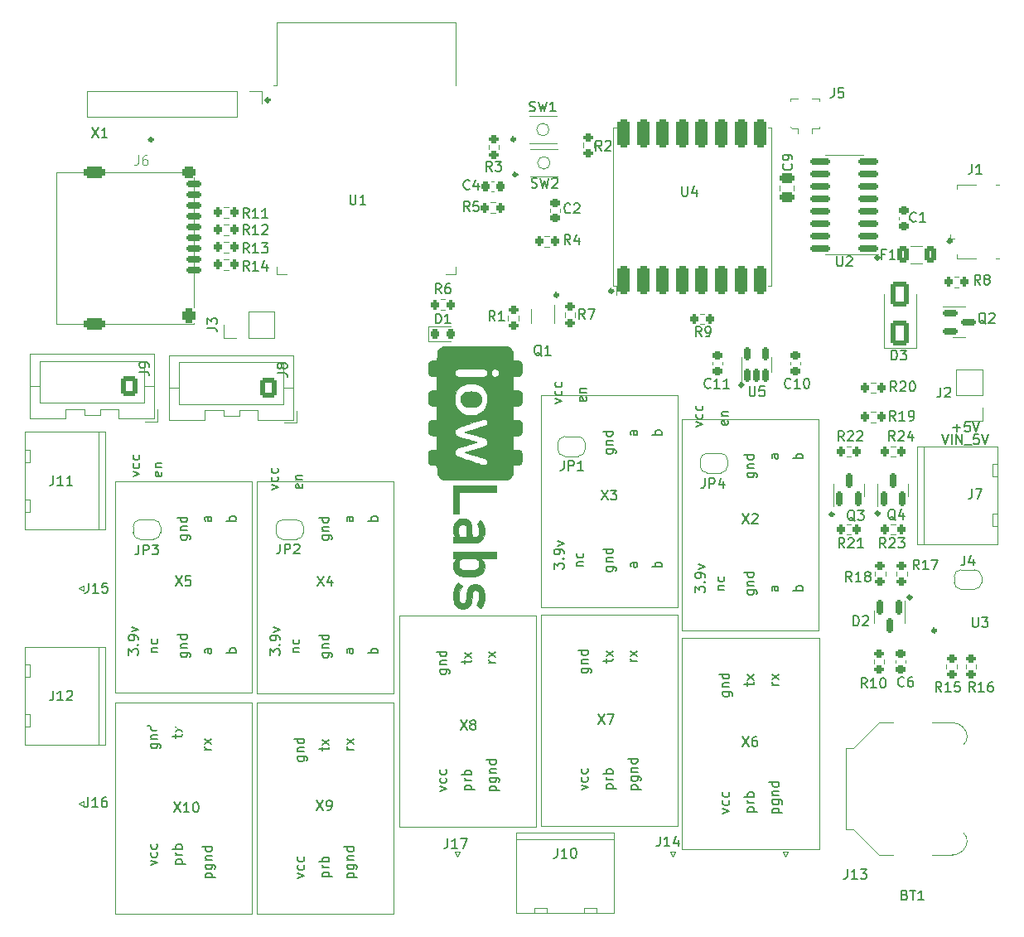
<source format=gto>
G04 #@! TF.GenerationSoftware,KiCad,Pcbnew,7.0.0-da2b9df05c~171~ubuntu20.04.1*
G04 #@! TF.CreationDate,2023-05-09T13:21:18-04:00*
G04 #@! TF.ProjectId,Phecda_V4,50686563-6461-45f5-9634-2e6b69636164,rev?*
G04 #@! TF.SameCoordinates,Original*
G04 #@! TF.FileFunction,Legend,Top*
G04 #@! TF.FilePolarity,Positive*
%FSLAX46Y46*%
G04 Gerber Fmt 4.6, Leading zero omitted, Abs format (unit mm)*
G04 Created by KiCad (PCBNEW 7.0.0-da2b9df05c~171~ubuntu20.04.1) date 2023-05-09 13:21:18*
%MOMM*%
%LPD*%
G01*
G04 APERTURE LIST*
G04 Aperture macros list*
%AMRoundRect*
0 Rectangle with rounded corners*
0 $1 Rounding radius*
0 $2 $3 $4 $5 $6 $7 $8 $9 X,Y pos of 4 corners*
0 Add a 4 corners polygon primitive as box body*
4,1,4,$2,$3,$4,$5,$6,$7,$8,$9,$2,$3,0*
0 Add four circle primitives for the rounded corners*
1,1,$1+$1,$2,$3*
1,1,$1+$1,$4,$5*
1,1,$1+$1,$6,$7*
1,1,$1+$1,$8,$9*
0 Add four rect primitives between the rounded corners*
20,1,$1+$1,$2,$3,$4,$5,0*
20,1,$1+$1,$4,$5,$6,$7,0*
20,1,$1+$1,$6,$7,$8,$9,0*
20,1,$1+$1,$8,$9,$2,$3,0*%
%AMFreePoly0*
4,1,19,0.500000,-0.750000,0.000000,-0.750000,0.000000,-0.744911,-0.071157,-0.744911,-0.207708,-0.704816,-0.327430,-0.627875,-0.420627,-0.520320,-0.479746,-0.390866,-0.500000,-0.250000,-0.500000,0.250000,-0.479746,0.390866,-0.420627,0.520320,-0.327430,0.627875,-0.207708,0.704816,-0.071157,0.744911,0.000000,0.744911,0.000000,0.750000,0.500000,0.750000,0.500000,-0.750000,0.500000,-0.750000,
$1*%
%AMFreePoly1*
4,1,19,0.000000,0.744911,0.071157,0.744911,0.207708,0.704816,0.327430,0.627875,0.420627,0.520320,0.479746,0.390866,0.500000,0.250000,0.500000,-0.250000,0.479746,-0.390866,0.420627,-0.520320,0.327430,-0.627875,0.207708,-0.704816,0.071157,-0.744911,0.000000,-0.744911,0.000000,-0.750000,-0.500000,-0.750000,-0.500000,0.750000,0.000000,0.750000,0.000000,0.744911,0.000000,0.744911,
$1*%
G04 Aperture macros list end*
%ADD10C,0.357843*%
%ADD11C,0.150000*%
%ADD12C,0.100000*%
%ADD13C,0.120000*%
%ADD14C,0.010000*%
%ADD15RoundRect,0.150000X0.150000X-0.587500X0.150000X0.587500X-0.150000X0.587500X-0.150000X-0.587500X0*%
%ADD16R,1.700000X1.700000*%
%ADD17O,1.700000X1.700000*%
%ADD18FreePoly0,0.000000*%
%ADD19FreePoly1,0.000000*%
%ADD20C,2.200000*%
%ADD21RoundRect,0.150000X-0.587500X-0.150000X0.587500X-0.150000X0.587500X0.150000X-0.587500X0.150000X0*%
%ADD22RoundRect,0.200000X0.275000X-0.200000X0.275000X0.200000X-0.275000X0.200000X-0.275000X-0.200000X0*%
%ADD23R,0.400000X1.500000*%
%ADD24R,3.300000X3.500000*%
%ADD25C,10.200000*%
%ADD26RoundRect,0.200000X0.200000X0.275000X-0.200000X0.275000X-0.200000X-0.275000X0.200000X-0.275000X0*%
%ADD27R,1.500000X5.080000*%
%ADD28RoundRect,0.200000X-0.200000X-0.275000X0.200000X-0.275000X0.200000X0.275000X-0.200000X0.275000X0*%
%ADD29RoundRect,0.200000X-0.275000X0.200000X-0.275000X-0.200000X0.275000X-0.200000X0.275000X0.200000X0*%
%ADD30R,5.080000X1.500000*%
%ADD31RoundRect,0.250000X0.600000X0.725000X-0.600000X0.725000X-0.600000X-0.725000X0.600000X-0.725000X0*%
%ADD32O,1.700000X1.950000*%
%ADD33RoundRect,0.225000X-0.250000X0.225000X-0.250000X-0.225000X0.250000X-0.225000X0.250000X0.225000X0*%
%ADD34RoundRect,0.150000X0.150000X-0.512500X0.150000X0.512500X-0.150000X0.512500X-0.150000X-0.512500X0*%
%ADD35RoundRect,0.225000X0.250000X-0.225000X0.250000X0.225000X-0.250000X0.225000X-0.250000X-0.225000X0*%
%ADD36C,1.800000*%
%ADD37R,1.350000X0.400000*%
%ADD38O,1.550000X0.890000*%
%ADD39R,1.550000X1.200000*%
%ADD40O,0.950000X1.250000*%
%ADD41R,1.550000X1.500000*%
%ADD42RoundRect,0.250000X0.375000X0.625000X-0.375000X0.625000X-0.375000X-0.625000X0.375000X-0.625000X0*%
%ADD43RoundRect,0.218750X-0.218750X-0.256250X0.218750X-0.256250X0.218750X0.256250X-0.218750X0.256250X0*%
%ADD44RoundRect,0.250000X0.650000X-1.000000X0.650000X1.000000X-0.650000X1.000000X-0.650000X-1.000000X0*%
%ADD45R,1.250000X0.900000*%
%ADD46R,0.500000X0.800000*%
%ADD47RoundRect,0.150000X0.825000X0.150000X-0.825000X0.150000X-0.825000X-0.150000X0.825000X-0.150000X0*%
%ADD48RoundRect,0.150000X-0.150000X0.587500X-0.150000X-0.587500X0.150000X-0.587500X0.150000X0.587500X0*%
%ADD49RoundRect,0.225000X-0.225000X-0.250000X0.225000X-0.250000X0.225000X0.250000X-0.225000X0.250000X0*%
%ADD50R,1.500000X0.900000*%
%ADD51R,0.900000X1.500000*%
%ADD52C,0.600000*%
%ADD53R,4.200000X4.200000*%
%ADD54O,4.000000X2.000000*%
%ADD55R,1.000000X1.000000*%
%ADD56R,1.050000X2.200000*%
%ADD57RoundRect,0.250000X0.475000X-0.250000X0.475000X0.250000X-0.475000X0.250000X-0.475000X-0.250000X0*%
%ADD58O,2.000000X4.000000*%
%ADD59C,1.000000*%
%ADD60RoundRect,0.175000X0.625000X-0.175000X0.625000X0.175000X-0.625000X0.175000X-0.625000X-0.175000X0*%
%ADD61RoundRect,0.300000X0.400000X-0.300000X0.400000X0.300000X-0.400000X0.300000X-0.400000X-0.300000X0*%
%ADD62RoundRect,0.300000X0.800000X-0.300000X0.800000X0.300000X-0.800000X0.300000X-0.800000X-0.300000X0*%
%ADD63RoundRect,0.350000X0.350000X-0.450000X0.350000X0.450000X-0.350000X0.450000X-0.350000X-0.450000X0*%
%ADD64RoundRect,0.317500X0.317500X-1.157500X0.317500X1.157500X-0.317500X1.157500X-0.317500X-1.157500X0*%
G04 APERTURE END LIST*
D10*
X101378921Y-60117157D02*
G75*
G03*
X101378921Y-60117157I-178921J0D01*
G01*
X95778921Y-60517157D02*
G75*
G03*
X95778921Y-60517157I-178921J0D01*
G01*
X128618921Y-82840000D02*
G75*
G03*
X128618921Y-82840000I-178921J0D01*
G01*
X123928921Y-82930000D02*
G75*
G03*
X123928921Y-82930000I-178921J0D01*
G01*
X54348921Y-44650000D02*
G75*
G03*
X54348921Y-44650000I-178921J0D01*
G01*
X114678921Y-69717157D02*
G75*
G03*
X114678921Y-69717157I-178921J0D01*
G01*
X91578921Y-48217157D02*
G75*
G03*
X91578921Y-48217157I-178921J0D01*
G01*
X135978921Y-55017157D02*
G75*
G03*
X135978921Y-55017157I-178921J0D01*
G01*
X66278921Y-40600000D02*
G75*
G03*
X66278921Y-40600000I-178921J0D01*
G01*
X134378921Y-94817157D02*
G75*
G03*
X134378921Y-94817157I-178921J0D01*
G01*
X128578921Y-56717157D02*
G75*
G03*
X128578921Y-56717157I-178921J0D01*
G01*
X131878921Y-91417157D02*
G75*
G03*
X131878921Y-91417157I-178921J0D01*
G01*
X91378921Y-44617157D02*
G75*
G03*
X91378921Y-44617157I-178921J0D01*
G01*
D11*
X134995238Y-74782380D02*
X135328571Y-75782380D01*
X135328571Y-75782380D02*
X135661904Y-74782380D01*
X135995238Y-75782380D02*
X135995238Y-74782380D01*
X136471428Y-75782380D02*
X136471428Y-74782380D01*
X136471428Y-74782380D02*
X137042856Y-75782380D01*
X137042856Y-75782380D02*
X137042856Y-74782380D01*
X137280952Y-75877619D02*
X138042856Y-75877619D01*
X138757142Y-74782380D02*
X138280952Y-74782380D01*
X138280952Y-74782380D02*
X138233333Y-75258571D01*
X138233333Y-75258571D02*
X138280952Y-75210952D01*
X138280952Y-75210952D02*
X138376190Y-75163333D01*
X138376190Y-75163333D02*
X138614285Y-75163333D01*
X138614285Y-75163333D02*
X138709523Y-75210952D01*
X138709523Y-75210952D02*
X138757142Y-75258571D01*
X138757142Y-75258571D02*
X138804761Y-75353809D01*
X138804761Y-75353809D02*
X138804761Y-75591904D01*
X138804761Y-75591904D02*
X138757142Y-75687142D01*
X138757142Y-75687142D02*
X138709523Y-75734761D01*
X138709523Y-75734761D02*
X138614285Y-75782380D01*
X138614285Y-75782380D02*
X138376190Y-75782380D01*
X138376190Y-75782380D02*
X138280952Y-75734761D01*
X138280952Y-75734761D02*
X138233333Y-75687142D01*
X139090476Y-74782380D02*
X139423809Y-75782380D01*
X139423809Y-75782380D02*
X139757142Y-74782380D01*
X136138095Y-74101428D02*
X136900000Y-74101428D01*
X136519047Y-74482380D02*
X136519047Y-73720476D01*
X137852380Y-73482380D02*
X137376190Y-73482380D01*
X137376190Y-73482380D02*
X137328571Y-73958571D01*
X137328571Y-73958571D02*
X137376190Y-73910952D01*
X137376190Y-73910952D02*
X137471428Y-73863333D01*
X137471428Y-73863333D02*
X137709523Y-73863333D01*
X137709523Y-73863333D02*
X137804761Y-73910952D01*
X137804761Y-73910952D02*
X137852380Y-73958571D01*
X137852380Y-73958571D02*
X137899999Y-74053809D01*
X137899999Y-74053809D02*
X137899999Y-74291904D01*
X137899999Y-74291904D02*
X137852380Y-74387142D01*
X137852380Y-74387142D02*
X137804761Y-74434761D01*
X137804761Y-74434761D02*
X137709523Y-74482380D01*
X137709523Y-74482380D02*
X137471428Y-74482380D01*
X137471428Y-74482380D02*
X137376190Y-74434761D01*
X137376190Y-74434761D02*
X137328571Y-74387142D01*
X138185714Y-73482380D02*
X138519047Y-74482380D01*
X138519047Y-74482380D02*
X138852380Y-73482380D01*
X130264761Y-83542619D02*
X130169523Y-83495000D01*
X130169523Y-83495000D02*
X130074285Y-83399761D01*
X130074285Y-83399761D02*
X129931428Y-83256904D01*
X129931428Y-83256904D02*
X129836190Y-83209285D01*
X129836190Y-83209285D02*
X129740952Y-83209285D01*
X129788571Y-83447380D02*
X129693333Y-83399761D01*
X129693333Y-83399761D02*
X129598095Y-83304523D01*
X129598095Y-83304523D02*
X129550476Y-83114047D01*
X129550476Y-83114047D02*
X129550476Y-82780714D01*
X129550476Y-82780714D02*
X129598095Y-82590238D01*
X129598095Y-82590238D02*
X129693333Y-82495000D01*
X129693333Y-82495000D02*
X129788571Y-82447380D01*
X129788571Y-82447380D02*
X129979047Y-82447380D01*
X129979047Y-82447380D02*
X130074285Y-82495000D01*
X130074285Y-82495000D02*
X130169523Y-82590238D01*
X130169523Y-82590238D02*
X130217142Y-82780714D01*
X130217142Y-82780714D02*
X130217142Y-83114047D01*
X130217142Y-83114047D02*
X130169523Y-83304523D01*
X130169523Y-83304523D02*
X130074285Y-83399761D01*
X130074285Y-83399761D02*
X129979047Y-83447380D01*
X129979047Y-83447380D02*
X129788571Y-83447380D01*
X131074285Y-82780714D02*
X131074285Y-83447380D01*
X130836190Y-82399761D02*
X130598095Y-83114047D01*
X130598095Y-83114047D02*
X131217142Y-83114047D01*
X59932380Y-63903333D02*
X60646666Y-63903333D01*
X60646666Y-63903333D02*
X60789523Y-63950952D01*
X60789523Y-63950952D02*
X60884761Y-64046190D01*
X60884761Y-64046190D02*
X60932380Y-64189047D01*
X60932380Y-64189047D02*
X60932380Y-64284285D01*
X59932380Y-63522380D02*
X59932380Y-62903333D01*
X59932380Y-62903333D02*
X60313333Y-63236666D01*
X60313333Y-63236666D02*
X60313333Y-63093809D01*
X60313333Y-63093809D02*
X60360952Y-62998571D01*
X60360952Y-62998571D02*
X60408571Y-62950952D01*
X60408571Y-62950952D02*
X60503809Y-62903333D01*
X60503809Y-62903333D02*
X60741904Y-62903333D01*
X60741904Y-62903333D02*
X60837142Y-62950952D01*
X60837142Y-62950952D02*
X60884761Y-62998571D01*
X60884761Y-62998571D02*
X60932380Y-63093809D01*
X60932380Y-63093809D02*
X60932380Y-63379523D01*
X60932380Y-63379523D02*
X60884761Y-63474761D01*
X60884761Y-63474761D02*
X60837142Y-63522380D01*
X52916666Y-86067380D02*
X52916666Y-86781666D01*
X52916666Y-86781666D02*
X52869047Y-86924523D01*
X52869047Y-86924523D02*
X52773809Y-87019761D01*
X52773809Y-87019761D02*
X52630952Y-87067380D01*
X52630952Y-87067380D02*
X52535714Y-87067380D01*
X53392857Y-87067380D02*
X53392857Y-86067380D01*
X53392857Y-86067380D02*
X53773809Y-86067380D01*
X53773809Y-86067380D02*
X53869047Y-86115000D01*
X53869047Y-86115000D02*
X53916666Y-86162619D01*
X53916666Y-86162619D02*
X53964285Y-86257857D01*
X53964285Y-86257857D02*
X53964285Y-86400714D01*
X53964285Y-86400714D02*
X53916666Y-86495952D01*
X53916666Y-86495952D02*
X53869047Y-86543571D01*
X53869047Y-86543571D02*
X53773809Y-86591190D01*
X53773809Y-86591190D02*
X53392857Y-86591190D01*
X54297619Y-86067380D02*
X54916666Y-86067380D01*
X54916666Y-86067380D02*
X54583333Y-86448333D01*
X54583333Y-86448333D02*
X54726190Y-86448333D01*
X54726190Y-86448333D02*
X54821428Y-86495952D01*
X54821428Y-86495952D02*
X54869047Y-86543571D01*
X54869047Y-86543571D02*
X54916666Y-86638809D01*
X54916666Y-86638809D02*
X54916666Y-86876904D01*
X54916666Y-86876904D02*
X54869047Y-86972142D01*
X54869047Y-86972142D02*
X54821428Y-87019761D01*
X54821428Y-87019761D02*
X54726190Y-87067380D01*
X54726190Y-87067380D02*
X54440476Y-87067380D01*
X54440476Y-87067380D02*
X54345238Y-87019761D01*
X54345238Y-87019761D02*
X54297619Y-86972142D01*
X67366666Y-85967380D02*
X67366666Y-86681666D01*
X67366666Y-86681666D02*
X67319047Y-86824523D01*
X67319047Y-86824523D02*
X67223809Y-86919761D01*
X67223809Y-86919761D02*
X67080952Y-86967380D01*
X67080952Y-86967380D02*
X66985714Y-86967380D01*
X67842857Y-86967380D02*
X67842857Y-85967380D01*
X67842857Y-85967380D02*
X68223809Y-85967380D01*
X68223809Y-85967380D02*
X68319047Y-86015000D01*
X68319047Y-86015000D02*
X68366666Y-86062619D01*
X68366666Y-86062619D02*
X68414285Y-86157857D01*
X68414285Y-86157857D02*
X68414285Y-86300714D01*
X68414285Y-86300714D02*
X68366666Y-86395952D01*
X68366666Y-86395952D02*
X68319047Y-86443571D01*
X68319047Y-86443571D02*
X68223809Y-86491190D01*
X68223809Y-86491190D02*
X67842857Y-86491190D01*
X68795238Y-86062619D02*
X68842857Y-86015000D01*
X68842857Y-86015000D02*
X68938095Y-85967380D01*
X68938095Y-85967380D02*
X69176190Y-85967380D01*
X69176190Y-85967380D02*
X69271428Y-86015000D01*
X69271428Y-86015000D02*
X69319047Y-86062619D01*
X69319047Y-86062619D02*
X69366666Y-86157857D01*
X69366666Y-86157857D02*
X69366666Y-86253095D01*
X69366666Y-86253095D02*
X69319047Y-86395952D01*
X69319047Y-86395952D02*
X68747619Y-86967380D01*
X68747619Y-86967380D02*
X69366666Y-86967380D01*
X139504761Y-63462619D02*
X139409523Y-63415000D01*
X139409523Y-63415000D02*
X139314285Y-63319761D01*
X139314285Y-63319761D02*
X139171428Y-63176904D01*
X139171428Y-63176904D02*
X139076190Y-63129285D01*
X139076190Y-63129285D02*
X138980952Y-63129285D01*
X139028571Y-63367380D02*
X138933333Y-63319761D01*
X138933333Y-63319761D02*
X138838095Y-63224523D01*
X138838095Y-63224523D02*
X138790476Y-63034047D01*
X138790476Y-63034047D02*
X138790476Y-62700714D01*
X138790476Y-62700714D02*
X138838095Y-62510238D01*
X138838095Y-62510238D02*
X138933333Y-62415000D01*
X138933333Y-62415000D02*
X139028571Y-62367380D01*
X139028571Y-62367380D02*
X139219047Y-62367380D01*
X139219047Y-62367380D02*
X139314285Y-62415000D01*
X139314285Y-62415000D02*
X139409523Y-62510238D01*
X139409523Y-62510238D02*
X139457142Y-62700714D01*
X139457142Y-62700714D02*
X139457142Y-63034047D01*
X139457142Y-63034047D02*
X139409523Y-63224523D01*
X139409523Y-63224523D02*
X139314285Y-63319761D01*
X139314285Y-63319761D02*
X139219047Y-63367380D01*
X139219047Y-63367380D02*
X139028571Y-63367380D01*
X139838095Y-62462619D02*
X139885714Y-62415000D01*
X139885714Y-62415000D02*
X139980952Y-62367380D01*
X139980952Y-62367380D02*
X140219047Y-62367380D01*
X140219047Y-62367380D02*
X140314285Y-62415000D01*
X140314285Y-62415000D02*
X140361904Y-62462619D01*
X140361904Y-62462619D02*
X140409523Y-62557857D01*
X140409523Y-62557857D02*
X140409523Y-62653095D01*
X140409523Y-62653095D02*
X140361904Y-62795952D01*
X140361904Y-62795952D02*
X139790476Y-63367380D01*
X139790476Y-63367380D02*
X140409523Y-63367380D01*
X134957142Y-101067380D02*
X134623809Y-100591190D01*
X134385714Y-101067380D02*
X134385714Y-100067380D01*
X134385714Y-100067380D02*
X134766666Y-100067380D01*
X134766666Y-100067380D02*
X134861904Y-100115000D01*
X134861904Y-100115000D02*
X134909523Y-100162619D01*
X134909523Y-100162619D02*
X134957142Y-100257857D01*
X134957142Y-100257857D02*
X134957142Y-100400714D01*
X134957142Y-100400714D02*
X134909523Y-100495952D01*
X134909523Y-100495952D02*
X134861904Y-100543571D01*
X134861904Y-100543571D02*
X134766666Y-100591190D01*
X134766666Y-100591190D02*
X134385714Y-100591190D01*
X135909523Y-101067380D02*
X135338095Y-101067380D01*
X135623809Y-101067380D02*
X135623809Y-100067380D01*
X135623809Y-100067380D02*
X135528571Y-100210238D01*
X135528571Y-100210238D02*
X135433333Y-100305476D01*
X135433333Y-100305476D02*
X135338095Y-100353095D01*
X136814285Y-100067380D02*
X136338095Y-100067380D01*
X136338095Y-100067380D02*
X136290476Y-100543571D01*
X136290476Y-100543571D02*
X136338095Y-100495952D01*
X136338095Y-100495952D02*
X136433333Y-100448333D01*
X136433333Y-100448333D02*
X136671428Y-100448333D01*
X136671428Y-100448333D02*
X136766666Y-100495952D01*
X136766666Y-100495952D02*
X136814285Y-100543571D01*
X136814285Y-100543571D02*
X136861904Y-100638809D01*
X136861904Y-100638809D02*
X136861904Y-100876904D01*
X136861904Y-100876904D02*
X136814285Y-100972142D01*
X136814285Y-100972142D02*
X136766666Y-101019761D01*
X136766666Y-101019761D02*
X136671428Y-101067380D01*
X136671428Y-101067380D02*
X136433333Y-101067380D01*
X136433333Y-101067380D02*
X136338095Y-101019761D01*
X136338095Y-101019761D02*
X136290476Y-100972142D01*
X94104761Y-66762619D02*
X94009523Y-66715000D01*
X94009523Y-66715000D02*
X93914285Y-66619761D01*
X93914285Y-66619761D02*
X93771428Y-66476904D01*
X93771428Y-66476904D02*
X93676190Y-66429285D01*
X93676190Y-66429285D02*
X93580952Y-66429285D01*
X93628571Y-66667380D02*
X93533333Y-66619761D01*
X93533333Y-66619761D02*
X93438095Y-66524523D01*
X93438095Y-66524523D02*
X93390476Y-66334047D01*
X93390476Y-66334047D02*
X93390476Y-66000714D01*
X93390476Y-66000714D02*
X93438095Y-65810238D01*
X93438095Y-65810238D02*
X93533333Y-65715000D01*
X93533333Y-65715000D02*
X93628571Y-65667380D01*
X93628571Y-65667380D02*
X93819047Y-65667380D01*
X93819047Y-65667380D02*
X93914285Y-65715000D01*
X93914285Y-65715000D02*
X94009523Y-65810238D01*
X94009523Y-65810238D02*
X94057142Y-66000714D01*
X94057142Y-66000714D02*
X94057142Y-66334047D01*
X94057142Y-66334047D02*
X94009523Y-66524523D01*
X94009523Y-66524523D02*
X93914285Y-66619761D01*
X93914285Y-66619761D02*
X93819047Y-66667380D01*
X93819047Y-66667380D02*
X93628571Y-66667380D01*
X95009523Y-66667380D02*
X94438095Y-66667380D01*
X94723809Y-66667380D02*
X94723809Y-65667380D01*
X94723809Y-65667380D02*
X94628571Y-65810238D01*
X94628571Y-65810238D02*
X94533333Y-65905476D01*
X94533333Y-65905476D02*
X94438095Y-65953095D01*
X131214285Y-121843571D02*
X131357142Y-121891190D01*
X131357142Y-121891190D02*
X131404761Y-121938809D01*
X131404761Y-121938809D02*
X131452380Y-122034047D01*
X131452380Y-122034047D02*
X131452380Y-122176904D01*
X131452380Y-122176904D02*
X131404761Y-122272142D01*
X131404761Y-122272142D02*
X131357142Y-122319761D01*
X131357142Y-122319761D02*
X131261904Y-122367380D01*
X131261904Y-122367380D02*
X130880952Y-122367380D01*
X130880952Y-122367380D02*
X130880952Y-121367380D01*
X130880952Y-121367380D02*
X131214285Y-121367380D01*
X131214285Y-121367380D02*
X131309523Y-121415000D01*
X131309523Y-121415000D02*
X131357142Y-121462619D01*
X131357142Y-121462619D02*
X131404761Y-121557857D01*
X131404761Y-121557857D02*
X131404761Y-121653095D01*
X131404761Y-121653095D02*
X131357142Y-121748333D01*
X131357142Y-121748333D02*
X131309523Y-121795952D01*
X131309523Y-121795952D02*
X131214285Y-121843571D01*
X131214285Y-121843571D02*
X130880952Y-121843571D01*
X131738095Y-121367380D02*
X132309523Y-121367380D01*
X132023809Y-122367380D02*
X132023809Y-121367380D01*
X133166666Y-122367380D02*
X132595238Y-122367380D01*
X132880952Y-122367380D02*
X132880952Y-121367380D01*
X132880952Y-121367380D02*
X132785714Y-121510238D01*
X132785714Y-121510238D02*
X132690476Y-121605476D01*
X132690476Y-121605476D02*
X132595238Y-121653095D01*
X64197142Y-56220712D02*
X63863809Y-55744522D01*
X63625714Y-56220712D02*
X63625714Y-55220712D01*
X63625714Y-55220712D02*
X64006666Y-55220712D01*
X64006666Y-55220712D02*
X64101904Y-55268332D01*
X64101904Y-55268332D02*
X64149523Y-55315951D01*
X64149523Y-55315951D02*
X64197142Y-55411189D01*
X64197142Y-55411189D02*
X64197142Y-55554046D01*
X64197142Y-55554046D02*
X64149523Y-55649284D01*
X64149523Y-55649284D02*
X64101904Y-55696903D01*
X64101904Y-55696903D02*
X64006666Y-55744522D01*
X64006666Y-55744522D02*
X63625714Y-55744522D01*
X65149523Y-56220712D02*
X64578095Y-56220712D01*
X64863809Y-56220712D02*
X64863809Y-55220712D01*
X64863809Y-55220712D02*
X64768571Y-55363570D01*
X64768571Y-55363570D02*
X64673333Y-55458808D01*
X64673333Y-55458808D02*
X64578095Y-55506427D01*
X65482857Y-55220712D02*
X66101904Y-55220712D01*
X66101904Y-55220712D02*
X65768571Y-55601665D01*
X65768571Y-55601665D02*
X65911428Y-55601665D01*
X65911428Y-55601665D02*
X66006666Y-55649284D01*
X66006666Y-55649284D02*
X66054285Y-55696903D01*
X66054285Y-55696903D02*
X66101904Y-55792141D01*
X66101904Y-55792141D02*
X66101904Y-56030236D01*
X66101904Y-56030236D02*
X66054285Y-56125474D01*
X66054285Y-56125474D02*
X66006666Y-56173093D01*
X66006666Y-56173093D02*
X65911428Y-56220712D01*
X65911428Y-56220712D02*
X65625714Y-56220712D01*
X65625714Y-56220712D02*
X65530476Y-56173093D01*
X65530476Y-56173093D02*
X65482857Y-56125474D01*
X84490476Y-116067380D02*
X84490476Y-116781666D01*
X84490476Y-116781666D02*
X84442857Y-116924523D01*
X84442857Y-116924523D02*
X84347619Y-117019761D01*
X84347619Y-117019761D02*
X84204762Y-117067380D01*
X84204762Y-117067380D02*
X84109524Y-117067380D01*
X85490476Y-117067380D02*
X84919048Y-117067380D01*
X85204762Y-117067380D02*
X85204762Y-116067380D01*
X85204762Y-116067380D02*
X85109524Y-116210238D01*
X85109524Y-116210238D02*
X85014286Y-116305476D01*
X85014286Y-116305476D02*
X84919048Y-116353095D01*
X85823810Y-116067380D02*
X86490476Y-116067380D01*
X86490476Y-116067380D02*
X86061905Y-117067380D01*
X125057142Y-86367380D02*
X124723809Y-85891190D01*
X124485714Y-86367380D02*
X124485714Y-85367380D01*
X124485714Y-85367380D02*
X124866666Y-85367380D01*
X124866666Y-85367380D02*
X124961904Y-85415000D01*
X124961904Y-85415000D02*
X125009523Y-85462619D01*
X125009523Y-85462619D02*
X125057142Y-85557857D01*
X125057142Y-85557857D02*
X125057142Y-85700714D01*
X125057142Y-85700714D02*
X125009523Y-85795952D01*
X125009523Y-85795952D02*
X124961904Y-85843571D01*
X124961904Y-85843571D02*
X124866666Y-85891190D01*
X124866666Y-85891190D02*
X124485714Y-85891190D01*
X125438095Y-85462619D02*
X125485714Y-85415000D01*
X125485714Y-85415000D02*
X125580952Y-85367380D01*
X125580952Y-85367380D02*
X125819047Y-85367380D01*
X125819047Y-85367380D02*
X125914285Y-85415000D01*
X125914285Y-85415000D02*
X125961904Y-85462619D01*
X125961904Y-85462619D02*
X126009523Y-85557857D01*
X126009523Y-85557857D02*
X126009523Y-85653095D01*
X126009523Y-85653095D02*
X125961904Y-85795952D01*
X125961904Y-85795952D02*
X125390476Y-86367380D01*
X125390476Y-86367380D02*
X126009523Y-86367380D01*
X126961904Y-86367380D02*
X126390476Y-86367380D01*
X126676190Y-86367380D02*
X126676190Y-85367380D01*
X126676190Y-85367380D02*
X126580952Y-85510238D01*
X126580952Y-85510238D02*
X126485714Y-85605476D01*
X126485714Y-85605476D02*
X126390476Y-85653095D01*
X132667142Y-88587380D02*
X132333809Y-88111190D01*
X132095714Y-88587380D02*
X132095714Y-87587380D01*
X132095714Y-87587380D02*
X132476666Y-87587380D01*
X132476666Y-87587380D02*
X132571904Y-87635000D01*
X132571904Y-87635000D02*
X132619523Y-87682619D01*
X132619523Y-87682619D02*
X132667142Y-87777857D01*
X132667142Y-87777857D02*
X132667142Y-87920714D01*
X132667142Y-87920714D02*
X132619523Y-88015952D01*
X132619523Y-88015952D02*
X132571904Y-88063571D01*
X132571904Y-88063571D02*
X132476666Y-88111190D01*
X132476666Y-88111190D02*
X132095714Y-88111190D01*
X133619523Y-88587380D02*
X133048095Y-88587380D01*
X133333809Y-88587380D02*
X133333809Y-87587380D01*
X133333809Y-87587380D02*
X133238571Y-87730238D01*
X133238571Y-87730238D02*
X133143333Y-87825476D01*
X133143333Y-87825476D02*
X133048095Y-87873095D01*
X133952857Y-87587380D02*
X134619523Y-87587380D01*
X134619523Y-87587380D02*
X134190952Y-88587380D01*
X47752976Y-111867380D02*
X47752976Y-112581666D01*
X47752976Y-112581666D02*
X47705357Y-112724523D01*
X47705357Y-112724523D02*
X47610119Y-112819761D01*
X47610119Y-112819761D02*
X47467262Y-112867380D01*
X47467262Y-112867380D02*
X47372024Y-112867380D01*
X48752976Y-112867380D02*
X48181548Y-112867380D01*
X48467262Y-112867380D02*
X48467262Y-111867380D01*
X48467262Y-111867380D02*
X48372024Y-112010238D01*
X48372024Y-112010238D02*
X48276786Y-112105476D01*
X48276786Y-112105476D02*
X48181548Y-112153095D01*
X49610119Y-111867380D02*
X49419643Y-111867380D01*
X49419643Y-111867380D02*
X49324405Y-111915000D01*
X49324405Y-111915000D02*
X49276786Y-111962619D01*
X49276786Y-111962619D02*
X49181548Y-112105476D01*
X49181548Y-112105476D02*
X49133929Y-112295952D01*
X49133929Y-112295952D02*
X49133929Y-112676904D01*
X49133929Y-112676904D02*
X49181548Y-112772142D01*
X49181548Y-112772142D02*
X49229167Y-112819761D01*
X49229167Y-112819761D02*
X49324405Y-112867380D01*
X49324405Y-112867380D02*
X49514881Y-112867380D01*
X49514881Y-112867380D02*
X49610119Y-112819761D01*
X49610119Y-112819761D02*
X49657738Y-112772142D01*
X49657738Y-112772142D02*
X49705357Y-112676904D01*
X49705357Y-112676904D02*
X49705357Y-112438809D01*
X49705357Y-112438809D02*
X49657738Y-112343571D01*
X49657738Y-112343571D02*
X49610119Y-112295952D01*
X49610119Y-112295952D02*
X49514881Y-112248333D01*
X49514881Y-112248333D02*
X49324405Y-112248333D01*
X49324405Y-112248333D02*
X49229167Y-112295952D01*
X49229167Y-112295952D02*
X49181548Y-112343571D01*
X49181548Y-112343571D02*
X49133929Y-112438809D01*
X67087180Y-68493133D02*
X67801466Y-68493133D01*
X67801466Y-68493133D02*
X67944323Y-68540752D01*
X67944323Y-68540752D02*
X68039561Y-68635990D01*
X68039561Y-68635990D02*
X68087180Y-68778847D01*
X68087180Y-68778847D02*
X68087180Y-68874085D01*
X67515752Y-67874085D02*
X67468133Y-67969323D01*
X67468133Y-67969323D02*
X67420514Y-68016942D01*
X67420514Y-68016942D02*
X67325276Y-68064561D01*
X67325276Y-68064561D02*
X67277657Y-68064561D01*
X67277657Y-68064561D02*
X67182419Y-68016942D01*
X67182419Y-68016942D02*
X67134800Y-67969323D01*
X67134800Y-67969323D02*
X67087180Y-67874085D01*
X67087180Y-67874085D02*
X67087180Y-67683609D01*
X67087180Y-67683609D02*
X67134800Y-67588371D01*
X67134800Y-67588371D02*
X67182419Y-67540752D01*
X67182419Y-67540752D02*
X67277657Y-67493133D01*
X67277657Y-67493133D02*
X67325276Y-67493133D01*
X67325276Y-67493133D02*
X67420514Y-67540752D01*
X67420514Y-67540752D02*
X67468133Y-67588371D01*
X67468133Y-67588371D02*
X67515752Y-67683609D01*
X67515752Y-67683609D02*
X67515752Y-67874085D01*
X67515752Y-67874085D02*
X67563371Y-67969323D01*
X67563371Y-67969323D02*
X67610990Y-68016942D01*
X67610990Y-68016942D02*
X67706228Y-68064561D01*
X67706228Y-68064561D02*
X67896704Y-68064561D01*
X67896704Y-68064561D02*
X67991942Y-68016942D01*
X67991942Y-68016942D02*
X68039561Y-67969323D01*
X68039561Y-67969323D02*
X68087180Y-67874085D01*
X68087180Y-67874085D02*
X68087180Y-67683609D01*
X68087180Y-67683609D02*
X68039561Y-67588371D01*
X68039561Y-67588371D02*
X67991942Y-67540752D01*
X67991942Y-67540752D02*
X67896704Y-67493133D01*
X67896704Y-67493133D02*
X67706228Y-67493133D01*
X67706228Y-67493133D02*
X67610990Y-67540752D01*
X67610990Y-67540752D02*
X67563371Y-67588371D01*
X67563371Y-67588371D02*
X67515752Y-67683609D01*
X132363333Y-52972142D02*
X132315714Y-53019761D01*
X132315714Y-53019761D02*
X132172857Y-53067380D01*
X132172857Y-53067380D02*
X132077619Y-53067380D01*
X132077619Y-53067380D02*
X131934762Y-53019761D01*
X131934762Y-53019761D02*
X131839524Y-52924523D01*
X131839524Y-52924523D02*
X131791905Y-52829285D01*
X131791905Y-52829285D02*
X131744286Y-52638809D01*
X131744286Y-52638809D02*
X131744286Y-52495952D01*
X131744286Y-52495952D02*
X131791905Y-52305476D01*
X131791905Y-52305476D02*
X131839524Y-52210238D01*
X131839524Y-52210238D02*
X131934762Y-52115000D01*
X131934762Y-52115000D02*
X132077619Y-52067380D01*
X132077619Y-52067380D02*
X132172857Y-52067380D01*
X132172857Y-52067380D02*
X132315714Y-52115000D01*
X132315714Y-52115000D02*
X132363333Y-52162619D01*
X133315714Y-53067380D02*
X132744286Y-53067380D01*
X133030000Y-53067380D02*
X133030000Y-52067380D01*
X133030000Y-52067380D02*
X132934762Y-52210238D01*
X132934762Y-52210238D02*
X132839524Y-52305476D01*
X132839524Y-52305476D02*
X132744286Y-52353095D01*
X115338095Y-69867380D02*
X115338095Y-70676904D01*
X115338095Y-70676904D02*
X115385714Y-70772142D01*
X115385714Y-70772142D02*
X115433333Y-70819761D01*
X115433333Y-70819761D02*
X115528571Y-70867380D01*
X115528571Y-70867380D02*
X115719047Y-70867380D01*
X115719047Y-70867380D02*
X115814285Y-70819761D01*
X115814285Y-70819761D02*
X115861904Y-70772142D01*
X115861904Y-70772142D02*
X115909523Y-70676904D01*
X115909523Y-70676904D02*
X115909523Y-69867380D01*
X116861904Y-69867380D02*
X116385714Y-69867380D01*
X116385714Y-69867380D02*
X116338095Y-70343571D01*
X116338095Y-70343571D02*
X116385714Y-70295952D01*
X116385714Y-70295952D02*
X116480952Y-70248333D01*
X116480952Y-70248333D02*
X116719047Y-70248333D01*
X116719047Y-70248333D02*
X116814285Y-70295952D01*
X116814285Y-70295952D02*
X116861904Y-70343571D01*
X116861904Y-70343571D02*
X116909523Y-70438809D01*
X116909523Y-70438809D02*
X116909523Y-70676904D01*
X116909523Y-70676904D02*
X116861904Y-70772142D01*
X116861904Y-70772142D02*
X116814285Y-70819761D01*
X116814285Y-70819761D02*
X116719047Y-70867380D01*
X116719047Y-70867380D02*
X116480952Y-70867380D01*
X116480952Y-70867380D02*
X116385714Y-70819761D01*
X116385714Y-70819761D02*
X116338095Y-70772142D01*
X97033333Y-52072142D02*
X96985714Y-52119761D01*
X96985714Y-52119761D02*
X96842857Y-52167380D01*
X96842857Y-52167380D02*
X96747619Y-52167380D01*
X96747619Y-52167380D02*
X96604762Y-52119761D01*
X96604762Y-52119761D02*
X96509524Y-52024523D01*
X96509524Y-52024523D02*
X96461905Y-51929285D01*
X96461905Y-51929285D02*
X96414286Y-51738809D01*
X96414286Y-51738809D02*
X96414286Y-51595952D01*
X96414286Y-51595952D02*
X96461905Y-51405476D01*
X96461905Y-51405476D02*
X96509524Y-51310238D01*
X96509524Y-51310238D02*
X96604762Y-51215000D01*
X96604762Y-51215000D02*
X96747619Y-51167380D01*
X96747619Y-51167380D02*
X96842857Y-51167380D01*
X96842857Y-51167380D02*
X96985714Y-51215000D01*
X96985714Y-51215000D02*
X97033333Y-51262619D01*
X97414286Y-51262619D02*
X97461905Y-51215000D01*
X97461905Y-51215000D02*
X97557143Y-51167380D01*
X97557143Y-51167380D02*
X97795238Y-51167380D01*
X97795238Y-51167380D02*
X97890476Y-51215000D01*
X97890476Y-51215000D02*
X97938095Y-51262619D01*
X97938095Y-51262619D02*
X97985714Y-51357857D01*
X97985714Y-51357857D02*
X97985714Y-51453095D01*
X97985714Y-51453095D02*
X97938095Y-51595952D01*
X97938095Y-51595952D02*
X97366667Y-52167380D01*
X97366667Y-52167380D02*
X97985714Y-52167380D01*
X110766666Y-79267380D02*
X110766666Y-79981666D01*
X110766666Y-79981666D02*
X110719047Y-80124523D01*
X110719047Y-80124523D02*
X110623809Y-80219761D01*
X110623809Y-80219761D02*
X110480952Y-80267380D01*
X110480952Y-80267380D02*
X110385714Y-80267380D01*
X111242857Y-80267380D02*
X111242857Y-79267380D01*
X111242857Y-79267380D02*
X111623809Y-79267380D01*
X111623809Y-79267380D02*
X111719047Y-79315000D01*
X111719047Y-79315000D02*
X111766666Y-79362619D01*
X111766666Y-79362619D02*
X111814285Y-79457857D01*
X111814285Y-79457857D02*
X111814285Y-79600714D01*
X111814285Y-79600714D02*
X111766666Y-79695952D01*
X111766666Y-79695952D02*
X111719047Y-79743571D01*
X111719047Y-79743571D02*
X111623809Y-79791190D01*
X111623809Y-79791190D02*
X111242857Y-79791190D01*
X112671428Y-79600714D02*
X112671428Y-80267380D01*
X112433333Y-79219761D02*
X112195238Y-79934047D01*
X112195238Y-79934047D02*
X112814285Y-79934047D01*
X64197142Y-54354046D02*
X63863809Y-53877856D01*
X63625714Y-54354046D02*
X63625714Y-53354046D01*
X63625714Y-53354046D02*
X64006666Y-53354046D01*
X64006666Y-53354046D02*
X64101904Y-53401666D01*
X64101904Y-53401666D02*
X64149523Y-53449285D01*
X64149523Y-53449285D02*
X64197142Y-53544523D01*
X64197142Y-53544523D02*
X64197142Y-53687380D01*
X64197142Y-53687380D02*
X64149523Y-53782618D01*
X64149523Y-53782618D02*
X64101904Y-53830237D01*
X64101904Y-53830237D02*
X64006666Y-53877856D01*
X64006666Y-53877856D02*
X63625714Y-53877856D01*
X65149523Y-54354046D02*
X64578095Y-54354046D01*
X64863809Y-54354046D02*
X64863809Y-53354046D01*
X64863809Y-53354046D02*
X64768571Y-53496904D01*
X64768571Y-53496904D02*
X64673333Y-53592142D01*
X64673333Y-53592142D02*
X64578095Y-53639761D01*
X65530476Y-53449285D02*
X65578095Y-53401666D01*
X65578095Y-53401666D02*
X65673333Y-53354046D01*
X65673333Y-53354046D02*
X65911428Y-53354046D01*
X65911428Y-53354046D02*
X66006666Y-53401666D01*
X66006666Y-53401666D02*
X66054285Y-53449285D01*
X66054285Y-53449285D02*
X66101904Y-53544523D01*
X66101904Y-53544523D02*
X66101904Y-53639761D01*
X66101904Y-53639761D02*
X66054285Y-53782618D01*
X66054285Y-53782618D02*
X65482857Y-54354046D01*
X65482857Y-54354046D02*
X66101904Y-54354046D01*
X86733333Y-51967380D02*
X86400000Y-51491190D01*
X86161905Y-51967380D02*
X86161905Y-50967380D01*
X86161905Y-50967380D02*
X86542857Y-50967380D01*
X86542857Y-50967380D02*
X86638095Y-51015000D01*
X86638095Y-51015000D02*
X86685714Y-51062619D01*
X86685714Y-51062619D02*
X86733333Y-51157857D01*
X86733333Y-51157857D02*
X86733333Y-51300714D01*
X86733333Y-51300714D02*
X86685714Y-51395952D01*
X86685714Y-51395952D02*
X86638095Y-51443571D01*
X86638095Y-51443571D02*
X86542857Y-51491190D01*
X86542857Y-51491190D02*
X86161905Y-51491190D01*
X87638095Y-50967380D02*
X87161905Y-50967380D01*
X87161905Y-50967380D02*
X87114286Y-51443571D01*
X87114286Y-51443571D02*
X87161905Y-51395952D01*
X87161905Y-51395952D02*
X87257143Y-51348333D01*
X87257143Y-51348333D02*
X87495238Y-51348333D01*
X87495238Y-51348333D02*
X87590476Y-51395952D01*
X87590476Y-51395952D02*
X87638095Y-51443571D01*
X87638095Y-51443571D02*
X87685714Y-51538809D01*
X87685714Y-51538809D02*
X87685714Y-51776904D01*
X87685714Y-51776904D02*
X87638095Y-51872142D01*
X87638095Y-51872142D02*
X87590476Y-51919761D01*
X87590476Y-51919761D02*
X87495238Y-51967380D01*
X87495238Y-51967380D02*
X87257143Y-51967380D01*
X87257143Y-51967380D02*
X87161905Y-51919761D01*
X87161905Y-51919761D02*
X87114286Y-51872142D01*
X114590476Y-105667380D02*
X115257142Y-106667380D01*
X115257142Y-105667380D02*
X114590476Y-106667380D01*
X116066666Y-105667380D02*
X115876190Y-105667380D01*
X115876190Y-105667380D02*
X115780952Y-105715000D01*
X115780952Y-105715000D02*
X115733333Y-105762619D01*
X115733333Y-105762619D02*
X115638095Y-105905476D01*
X115638095Y-105905476D02*
X115590476Y-106095952D01*
X115590476Y-106095952D02*
X115590476Y-106476904D01*
X115590476Y-106476904D02*
X115638095Y-106572142D01*
X115638095Y-106572142D02*
X115685714Y-106619761D01*
X115685714Y-106619761D02*
X115780952Y-106667380D01*
X115780952Y-106667380D02*
X115971428Y-106667380D01*
X115971428Y-106667380D02*
X116066666Y-106619761D01*
X116066666Y-106619761D02*
X116114285Y-106572142D01*
X116114285Y-106572142D02*
X116161904Y-106476904D01*
X116161904Y-106476904D02*
X116161904Y-106238809D01*
X116161904Y-106238809D02*
X116114285Y-106143571D01*
X116114285Y-106143571D02*
X116066666Y-106095952D01*
X116066666Y-106095952D02*
X115971428Y-106048333D01*
X115971428Y-106048333D02*
X115780952Y-106048333D01*
X115780952Y-106048333D02*
X115685714Y-106095952D01*
X115685714Y-106095952D02*
X115638095Y-106143571D01*
X115638095Y-106143571D02*
X115590476Y-106238809D01*
X117680714Y-113461428D02*
X118680714Y-113461428D01*
X117728333Y-113461428D02*
X117680714Y-113366190D01*
X117680714Y-113366190D02*
X117680714Y-113175714D01*
X117680714Y-113175714D02*
X117728333Y-113080476D01*
X117728333Y-113080476D02*
X117775952Y-113032857D01*
X117775952Y-113032857D02*
X117871190Y-112985238D01*
X117871190Y-112985238D02*
X118156904Y-112985238D01*
X118156904Y-112985238D02*
X118252142Y-113032857D01*
X118252142Y-113032857D02*
X118299761Y-113080476D01*
X118299761Y-113080476D02*
X118347380Y-113175714D01*
X118347380Y-113175714D02*
X118347380Y-113366190D01*
X118347380Y-113366190D02*
X118299761Y-113461428D01*
X117680714Y-112128095D02*
X118490238Y-112128095D01*
X118490238Y-112128095D02*
X118585476Y-112175714D01*
X118585476Y-112175714D02*
X118633095Y-112223333D01*
X118633095Y-112223333D02*
X118680714Y-112318571D01*
X118680714Y-112318571D02*
X118680714Y-112461428D01*
X118680714Y-112461428D02*
X118633095Y-112556666D01*
X118299761Y-112128095D02*
X118347380Y-112223333D01*
X118347380Y-112223333D02*
X118347380Y-112413809D01*
X118347380Y-112413809D02*
X118299761Y-112509047D01*
X118299761Y-112509047D02*
X118252142Y-112556666D01*
X118252142Y-112556666D02*
X118156904Y-112604285D01*
X118156904Y-112604285D02*
X117871190Y-112604285D01*
X117871190Y-112604285D02*
X117775952Y-112556666D01*
X117775952Y-112556666D02*
X117728333Y-112509047D01*
X117728333Y-112509047D02*
X117680714Y-112413809D01*
X117680714Y-112413809D02*
X117680714Y-112223333D01*
X117680714Y-112223333D02*
X117728333Y-112128095D01*
X117680714Y-111651904D02*
X118347380Y-111651904D01*
X117775952Y-111651904D02*
X117728333Y-111604285D01*
X117728333Y-111604285D02*
X117680714Y-111509047D01*
X117680714Y-111509047D02*
X117680714Y-111366190D01*
X117680714Y-111366190D02*
X117728333Y-111270952D01*
X117728333Y-111270952D02*
X117823571Y-111223333D01*
X117823571Y-111223333D02*
X118347380Y-111223333D01*
X118347380Y-110318571D02*
X117347380Y-110318571D01*
X118299761Y-110318571D02*
X118347380Y-110413809D01*
X118347380Y-110413809D02*
X118347380Y-110604285D01*
X118347380Y-110604285D02*
X118299761Y-110699523D01*
X118299761Y-110699523D02*
X118252142Y-110747142D01*
X118252142Y-110747142D02*
X118156904Y-110794761D01*
X118156904Y-110794761D02*
X117871190Y-110794761D01*
X117871190Y-110794761D02*
X117775952Y-110747142D01*
X117775952Y-110747142D02*
X117728333Y-110699523D01*
X117728333Y-110699523D02*
X117680714Y-110604285D01*
X117680714Y-110604285D02*
X117680714Y-110413809D01*
X117680714Y-110413809D02*
X117728333Y-110318571D01*
X115140714Y-113366190D02*
X116140714Y-113366190D01*
X115188333Y-113366190D02*
X115140714Y-113270952D01*
X115140714Y-113270952D02*
X115140714Y-113080476D01*
X115140714Y-113080476D02*
X115188333Y-112985238D01*
X115188333Y-112985238D02*
X115235952Y-112937619D01*
X115235952Y-112937619D02*
X115331190Y-112890000D01*
X115331190Y-112890000D02*
X115616904Y-112890000D01*
X115616904Y-112890000D02*
X115712142Y-112937619D01*
X115712142Y-112937619D02*
X115759761Y-112985238D01*
X115759761Y-112985238D02*
X115807380Y-113080476D01*
X115807380Y-113080476D02*
X115807380Y-113270952D01*
X115807380Y-113270952D02*
X115759761Y-113366190D01*
X115807380Y-112461428D02*
X115140714Y-112461428D01*
X115331190Y-112461428D02*
X115235952Y-112413809D01*
X115235952Y-112413809D02*
X115188333Y-112366190D01*
X115188333Y-112366190D02*
X115140714Y-112270952D01*
X115140714Y-112270952D02*
X115140714Y-112175714D01*
X115807380Y-111842380D02*
X114807380Y-111842380D01*
X115188333Y-111842380D02*
X115140714Y-111747142D01*
X115140714Y-111747142D02*
X115140714Y-111556666D01*
X115140714Y-111556666D02*
X115188333Y-111461428D01*
X115188333Y-111461428D02*
X115235952Y-111413809D01*
X115235952Y-111413809D02*
X115331190Y-111366190D01*
X115331190Y-111366190D02*
X115616904Y-111366190D01*
X115616904Y-111366190D02*
X115712142Y-111413809D01*
X115712142Y-111413809D02*
X115759761Y-111461428D01*
X115759761Y-111461428D02*
X115807380Y-111556666D01*
X115807380Y-111556666D02*
X115807380Y-111747142D01*
X115807380Y-111747142D02*
X115759761Y-111842380D01*
X115140714Y-100485237D02*
X115140714Y-100104285D01*
X114807380Y-100342380D02*
X115664523Y-100342380D01*
X115664523Y-100342380D02*
X115759761Y-100294761D01*
X115759761Y-100294761D02*
X115807380Y-100199523D01*
X115807380Y-100199523D02*
X115807380Y-100104285D01*
X115807380Y-99866189D02*
X115140714Y-99342380D01*
X115140714Y-99866189D02*
X115807380Y-99342380D01*
X112600714Y-101080476D02*
X113410238Y-101080476D01*
X113410238Y-101080476D02*
X113505476Y-101128095D01*
X113505476Y-101128095D02*
X113553095Y-101175714D01*
X113553095Y-101175714D02*
X113600714Y-101270952D01*
X113600714Y-101270952D02*
X113600714Y-101413809D01*
X113600714Y-101413809D02*
X113553095Y-101509047D01*
X113219761Y-101080476D02*
X113267380Y-101175714D01*
X113267380Y-101175714D02*
X113267380Y-101366190D01*
X113267380Y-101366190D02*
X113219761Y-101461428D01*
X113219761Y-101461428D02*
X113172142Y-101509047D01*
X113172142Y-101509047D02*
X113076904Y-101556666D01*
X113076904Y-101556666D02*
X112791190Y-101556666D01*
X112791190Y-101556666D02*
X112695952Y-101509047D01*
X112695952Y-101509047D02*
X112648333Y-101461428D01*
X112648333Y-101461428D02*
X112600714Y-101366190D01*
X112600714Y-101366190D02*
X112600714Y-101175714D01*
X112600714Y-101175714D02*
X112648333Y-101080476D01*
X112600714Y-100604285D02*
X113267380Y-100604285D01*
X112695952Y-100604285D02*
X112648333Y-100556666D01*
X112648333Y-100556666D02*
X112600714Y-100461428D01*
X112600714Y-100461428D02*
X112600714Y-100318571D01*
X112600714Y-100318571D02*
X112648333Y-100223333D01*
X112648333Y-100223333D02*
X112743571Y-100175714D01*
X112743571Y-100175714D02*
X113267380Y-100175714D01*
X113267380Y-99270952D02*
X112267380Y-99270952D01*
X113219761Y-99270952D02*
X113267380Y-99366190D01*
X113267380Y-99366190D02*
X113267380Y-99556666D01*
X113267380Y-99556666D02*
X113219761Y-99651904D01*
X113219761Y-99651904D02*
X113172142Y-99699523D01*
X113172142Y-99699523D02*
X113076904Y-99747142D01*
X113076904Y-99747142D02*
X112791190Y-99747142D01*
X112791190Y-99747142D02*
X112695952Y-99699523D01*
X112695952Y-99699523D02*
X112648333Y-99651904D01*
X112648333Y-99651904D02*
X112600714Y-99556666D01*
X112600714Y-99556666D02*
X112600714Y-99366190D01*
X112600714Y-99366190D02*
X112648333Y-99270952D01*
X112600714Y-113485237D02*
X113267380Y-113247142D01*
X113267380Y-113247142D02*
X112600714Y-113009047D01*
X113219761Y-112199523D02*
X113267380Y-112294761D01*
X113267380Y-112294761D02*
X113267380Y-112485237D01*
X113267380Y-112485237D02*
X113219761Y-112580475D01*
X113219761Y-112580475D02*
X113172142Y-112628094D01*
X113172142Y-112628094D02*
X113076904Y-112675713D01*
X113076904Y-112675713D02*
X112791190Y-112675713D01*
X112791190Y-112675713D02*
X112695952Y-112628094D01*
X112695952Y-112628094D02*
X112648333Y-112580475D01*
X112648333Y-112580475D02*
X112600714Y-112485237D01*
X112600714Y-112485237D02*
X112600714Y-112294761D01*
X112600714Y-112294761D02*
X112648333Y-112199523D01*
X113219761Y-111342380D02*
X113267380Y-111437618D01*
X113267380Y-111437618D02*
X113267380Y-111628094D01*
X113267380Y-111628094D02*
X113219761Y-111723332D01*
X113219761Y-111723332D02*
X113172142Y-111770951D01*
X113172142Y-111770951D02*
X113076904Y-111818570D01*
X113076904Y-111818570D02*
X112791190Y-111818570D01*
X112791190Y-111818570D02*
X112695952Y-111770951D01*
X112695952Y-111770951D02*
X112648333Y-111723332D01*
X112648333Y-111723332D02*
X112600714Y-111628094D01*
X112600714Y-111628094D02*
X112600714Y-111437618D01*
X112600714Y-111437618D02*
X112648333Y-111342380D01*
X118307380Y-100366190D02*
X117640714Y-100366190D01*
X117831190Y-100366190D02*
X117735952Y-100318571D01*
X117735952Y-100318571D02*
X117688333Y-100270952D01*
X117688333Y-100270952D02*
X117640714Y-100175714D01*
X117640714Y-100175714D02*
X117640714Y-100080476D01*
X118307380Y-99842380D02*
X117640714Y-99318571D01*
X117640714Y-99842380D02*
X118307380Y-99318571D01*
X110433333Y-64767380D02*
X110100000Y-64291190D01*
X109861905Y-64767380D02*
X109861905Y-63767380D01*
X109861905Y-63767380D02*
X110242857Y-63767380D01*
X110242857Y-63767380D02*
X110338095Y-63815000D01*
X110338095Y-63815000D02*
X110385714Y-63862619D01*
X110385714Y-63862619D02*
X110433333Y-63957857D01*
X110433333Y-63957857D02*
X110433333Y-64100714D01*
X110433333Y-64100714D02*
X110385714Y-64195952D01*
X110385714Y-64195952D02*
X110338095Y-64243571D01*
X110338095Y-64243571D02*
X110242857Y-64291190D01*
X110242857Y-64291190D02*
X109861905Y-64291190D01*
X110909524Y-64767380D02*
X111100000Y-64767380D01*
X111100000Y-64767380D02*
X111195238Y-64719761D01*
X111195238Y-64719761D02*
X111242857Y-64672142D01*
X111242857Y-64672142D02*
X111338095Y-64529285D01*
X111338095Y-64529285D02*
X111385714Y-64338809D01*
X111385714Y-64338809D02*
X111385714Y-63957857D01*
X111385714Y-63957857D02*
X111338095Y-63862619D01*
X111338095Y-63862619D02*
X111290476Y-63815000D01*
X111290476Y-63815000D02*
X111195238Y-63767380D01*
X111195238Y-63767380D02*
X111004762Y-63767380D01*
X111004762Y-63767380D02*
X110909524Y-63815000D01*
X110909524Y-63815000D02*
X110861905Y-63862619D01*
X110861905Y-63862619D02*
X110814286Y-63957857D01*
X110814286Y-63957857D02*
X110814286Y-64195952D01*
X110814286Y-64195952D02*
X110861905Y-64291190D01*
X110861905Y-64291190D02*
X110909524Y-64338809D01*
X110909524Y-64338809D02*
X111004762Y-64386428D01*
X111004762Y-64386428D02*
X111195238Y-64386428D01*
X111195238Y-64386428D02*
X111290476Y-64338809D01*
X111290476Y-64338809D02*
X111338095Y-64291190D01*
X111338095Y-64291190D02*
X111385714Y-64195952D01*
X130187142Y-75427380D02*
X129853809Y-74951190D01*
X129615714Y-75427380D02*
X129615714Y-74427380D01*
X129615714Y-74427380D02*
X129996666Y-74427380D01*
X129996666Y-74427380D02*
X130091904Y-74475000D01*
X130091904Y-74475000D02*
X130139523Y-74522619D01*
X130139523Y-74522619D02*
X130187142Y-74617857D01*
X130187142Y-74617857D02*
X130187142Y-74760714D01*
X130187142Y-74760714D02*
X130139523Y-74855952D01*
X130139523Y-74855952D02*
X130091904Y-74903571D01*
X130091904Y-74903571D02*
X129996666Y-74951190D01*
X129996666Y-74951190D02*
X129615714Y-74951190D01*
X130568095Y-74522619D02*
X130615714Y-74475000D01*
X130615714Y-74475000D02*
X130710952Y-74427380D01*
X130710952Y-74427380D02*
X130949047Y-74427380D01*
X130949047Y-74427380D02*
X131044285Y-74475000D01*
X131044285Y-74475000D02*
X131091904Y-74522619D01*
X131091904Y-74522619D02*
X131139523Y-74617857D01*
X131139523Y-74617857D02*
X131139523Y-74713095D01*
X131139523Y-74713095D02*
X131091904Y-74855952D01*
X131091904Y-74855952D02*
X130520476Y-75427380D01*
X130520476Y-75427380D02*
X131139523Y-75427380D01*
X131996666Y-74760714D02*
X131996666Y-75427380D01*
X131758571Y-74379761D02*
X131520476Y-75094047D01*
X131520476Y-75094047D02*
X132139523Y-75094047D01*
X138066666Y-47167380D02*
X138066666Y-47881666D01*
X138066666Y-47881666D02*
X138019047Y-48024523D01*
X138019047Y-48024523D02*
X137923809Y-48119761D01*
X137923809Y-48119761D02*
X137780952Y-48167380D01*
X137780952Y-48167380D02*
X137685714Y-48167380D01*
X139066666Y-48167380D02*
X138495238Y-48167380D01*
X138780952Y-48167380D02*
X138780952Y-47167380D01*
X138780952Y-47167380D02*
X138685714Y-47310238D01*
X138685714Y-47310238D02*
X138590476Y-47405476D01*
X138590476Y-47405476D02*
X138495238Y-47453095D01*
X129166666Y-56343571D02*
X128833333Y-56343571D01*
X128833333Y-56867380D02*
X128833333Y-55867380D01*
X128833333Y-55867380D02*
X129309523Y-55867380D01*
X130214285Y-56867380D02*
X129642857Y-56867380D01*
X129928571Y-56867380D02*
X129928571Y-55867380D01*
X129928571Y-55867380D02*
X129833333Y-56010238D01*
X129833333Y-56010238D02*
X129738095Y-56105476D01*
X129738095Y-56105476D02*
X129642857Y-56153095D01*
X64197142Y-52647380D02*
X63863809Y-52171190D01*
X63625714Y-52647380D02*
X63625714Y-51647380D01*
X63625714Y-51647380D02*
X64006666Y-51647380D01*
X64006666Y-51647380D02*
X64101904Y-51695000D01*
X64101904Y-51695000D02*
X64149523Y-51742619D01*
X64149523Y-51742619D02*
X64197142Y-51837857D01*
X64197142Y-51837857D02*
X64197142Y-51980714D01*
X64197142Y-51980714D02*
X64149523Y-52075952D01*
X64149523Y-52075952D02*
X64101904Y-52123571D01*
X64101904Y-52123571D02*
X64006666Y-52171190D01*
X64006666Y-52171190D02*
X63625714Y-52171190D01*
X65149523Y-52647380D02*
X64578095Y-52647380D01*
X64863809Y-52647380D02*
X64863809Y-51647380D01*
X64863809Y-51647380D02*
X64768571Y-51790238D01*
X64768571Y-51790238D02*
X64673333Y-51885476D01*
X64673333Y-51885476D02*
X64578095Y-51933095D01*
X66101904Y-52647380D02*
X65530476Y-52647380D01*
X65816190Y-52647380D02*
X65816190Y-51647380D01*
X65816190Y-51647380D02*
X65720952Y-51790238D01*
X65720952Y-51790238D02*
X65625714Y-51885476D01*
X65625714Y-51885476D02*
X65530476Y-51933095D01*
X119557142Y-69972142D02*
X119509523Y-70019761D01*
X119509523Y-70019761D02*
X119366666Y-70067380D01*
X119366666Y-70067380D02*
X119271428Y-70067380D01*
X119271428Y-70067380D02*
X119128571Y-70019761D01*
X119128571Y-70019761D02*
X119033333Y-69924523D01*
X119033333Y-69924523D02*
X118985714Y-69829285D01*
X118985714Y-69829285D02*
X118938095Y-69638809D01*
X118938095Y-69638809D02*
X118938095Y-69495952D01*
X118938095Y-69495952D02*
X118985714Y-69305476D01*
X118985714Y-69305476D02*
X119033333Y-69210238D01*
X119033333Y-69210238D02*
X119128571Y-69115000D01*
X119128571Y-69115000D02*
X119271428Y-69067380D01*
X119271428Y-69067380D02*
X119366666Y-69067380D01*
X119366666Y-69067380D02*
X119509523Y-69115000D01*
X119509523Y-69115000D02*
X119557142Y-69162619D01*
X120509523Y-70067380D02*
X119938095Y-70067380D01*
X120223809Y-70067380D02*
X120223809Y-69067380D01*
X120223809Y-69067380D02*
X120128571Y-69210238D01*
X120128571Y-69210238D02*
X120033333Y-69305476D01*
X120033333Y-69305476D02*
X119938095Y-69353095D01*
X121128571Y-69067380D02*
X121223809Y-69067380D01*
X121223809Y-69067380D02*
X121319047Y-69115000D01*
X121319047Y-69115000D02*
X121366666Y-69162619D01*
X121366666Y-69162619D02*
X121414285Y-69257857D01*
X121414285Y-69257857D02*
X121461904Y-69448333D01*
X121461904Y-69448333D02*
X121461904Y-69686428D01*
X121461904Y-69686428D02*
X121414285Y-69876904D01*
X121414285Y-69876904D02*
X121366666Y-69972142D01*
X121366666Y-69972142D02*
X121319047Y-70019761D01*
X121319047Y-70019761D02*
X121223809Y-70067380D01*
X121223809Y-70067380D02*
X121128571Y-70067380D01*
X121128571Y-70067380D02*
X121033333Y-70019761D01*
X121033333Y-70019761D02*
X120985714Y-69972142D01*
X120985714Y-69972142D02*
X120938095Y-69876904D01*
X120938095Y-69876904D02*
X120890476Y-69686428D01*
X120890476Y-69686428D02*
X120890476Y-69448333D01*
X120890476Y-69448333D02*
X120938095Y-69257857D01*
X120938095Y-69257857D02*
X120985714Y-69162619D01*
X120985714Y-69162619D02*
X121033333Y-69115000D01*
X121033333Y-69115000D02*
X121128571Y-69067380D01*
X83261905Y-63437380D02*
X83261905Y-62437380D01*
X83261905Y-62437380D02*
X83500000Y-62437380D01*
X83500000Y-62437380D02*
X83642857Y-62485000D01*
X83642857Y-62485000D02*
X83738095Y-62580238D01*
X83738095Y-62580238D02*
X83785714Y-62675476D01*
X83785714Y-62675476D02*
X83833333Y-62865952D01*
X83833333Y-62865952D02*
X83833333Y-63008809D01*
X83833333Y-63008809D02*
X83785714Y-63199285D01*
X83785714Y-63199285D02*
X83738095Y-63294523D01*
X83738095Y-63294523D02*
X83642857Y-63389761D01*
X83642857Y-63389761D02*
X83500000Y-63437380D01*
X83500000Y-63437380D02*
X83261905Y-63437380D01*
X84785714Y-63437380D02*
X84214286Y-63437380D01*
X84500000Y-63437380D02*
X84500000Y-62437380D01*
X84500000Y-62437380D02*
X84404762Y-62580238D01*
X84404762Y-62580238D02*
X84309524Y-62675476D01*
X84309524Y-62675476D02*
X84214286Y-62723095D01*
X71170476Y-89277380D02*
X71837142Y-90277380D01*
X71837142Y-89277380D02*
X71170476Y-90277380D01*
X72646666Y-89610714D02*
X72646666Y-90277380D01*
X72408571Y-89229761D02*
X72170476Y-89944047D01*
X72170476Y-89944047D02*
X72789523Y-89944047D01*
X68680714Y-97052856D02*
X69347380Y-97052856D01*
X68775952Y-97052856D02*
X68728333Y-97005237D01*
X68728333Y-97005237D02*
X68680714Y-96909999D01*
X68680714Y-96909999D02*
X68680714Y-96767142D01*
X68680714Y-96767142D02*
X68728333Y-96671904D01*
X68728333Y-96671904D02*
X68823571Y-96624285D01*
X68823571Y-96624285D02*
X69347380Y-96624285D01*
X69299761Y-95719523D02*
X69347380Y-95814761D01*
X69347380Y-95814761D02*
X69347380Y-96005237D01*
X69347380Y-96005237D02*
X69299761Y-96100475D01*
X69299761Y-96100475D02*
X69252142Y-96148094D01*
X69252142Y-96148094D02*
X69156904Y-96195713D01*
X69156904Y-96195713D02*
X68871190Y-96195713D01*
X68871190Y-96195713D02*
X68775952Y-96148094D01*
X68775952Y-96148094D02*
X68728333Y-96100475D01*
X68728333Y-96100475D02*
X68680714Y-96005237D01*
X68680714Y-96005237D02*
X68680714Y-95814761D01*
X68680714Y-95814761D02*
X68728333Y-95719523D01*
X74847380Y-96695714D02*
X74323571Y-96695714D01*
X74323571Y-96695714D02*
X74228333Y-96743333D01*
X74228333Y-96743333D02*
X74180714Y-96838571D01*
X74180714Y-96838571D02*
X74180714Y-97029047D01*
X74180714Y-97029047D02*
X74228333Y-97124285D01*
X74799761Y-96695714D02*
X74847380Y-96790952D01*
X74847380Y-96790952D02*
X74847380Y-97029047D01*
X74847380Y-97029047D02*
X74799761Y-97124285D01*
X74799761Y-97124285D02*
X74704523Y-97171904D01*
X74704523Y-97171904D02*
X74609285Y-97171904D01*
X74609285Y-97171904D02*
X74514047Y-97124285D01*
X74514047Y-97124285D02*
X74466428Y-97029047D01*
X74466428Y-97029047D02*
X74466428Y-96790952D01*
X74466428Y-96790952D02*
X74418809Y-96695714D01*
X77347380Y-83624285D02*
X76347380Y-83624285D01*
X76728333Y-83624285D02*
X76680714Y-83529047D01*
X76680714Y-83529047D02*
X76680714Y-83338571D01*
X76680714Y-83338571D02*
X76728333Y-83243333D01*
X76728333Y-83243333D02*
X76775952Y-83195714D01*
X76775952Y-83195714D02*
X76871190Y-83148095D01*
X76871190Y-83148095D02*
X77156904Y-83148095D01*
X77156904Y-83148095D02*
X77252142Y-83195714D01*
X77252142Y-83195714D02*
X77299761Y-83243333D01*
X77299761Y-83243333D02*
X77347380Y-83338571D01*
X77347380Y-83338571D02*
X77347380Y-83529047D01*
X77347380Y-83529047D02*
X77299761Y-83624285D01*
X71680714Y-85100476D02*
X72490238Y-85100476D01*
X72490238Y-85100476D02*
X72585476Y-85148095D01*
X72585476Y-85148095D02*
X72633095Y-85195714D01*
X72633095Y-85195714D02*
X72680714Y-85290952D01*
X72680714Y-85290952D02*
X72680714Y-85433809D01*
X72680714Y-85433809D02*
X72633095Y-85529047D01*
X72299761Y-85100476D02*
X72347380Y-85195714D01*
X72347380Y-85195714D02*
X72347380Y-85386190D01*
X72347380Y-85386190D02*
X72299761Y-85481428D01*
X72299761Y-85481428D02*
X72252142Y-85529047D01*
X72252142Y-85529047D02*
X72156904Y-85576666D01*
X72156904Y-85576666D02*
X71871190Y-85576666D01*
X71871190Y-85576666D02*
X71775952Y-85529047D01*
X71775952Y-85529047D02*
X71728333Y-85481428D01*
X71728333Y-85481428D02*
X71680714Y-85386190D01*
X71680714Y-85386190D02*
X71680714Y-85195714D01*
X71680714Y-85195714D02*
X71728333Y-85100476D01*
X71680714Y-84624285D02*
X72347380Y-84624285D01*
X71775952Y-84624285D02*
X71728333Y-84576666D01*
X71728333Y-84576666D02*
X71680714Y-84481428D01*
X71680714Y-84481428D02*
X71680714Y-84338571D01*
X71680714Y-84338571D02*
X71728333Y-84243333D01*
X71728333Y-84243333D02*
X71823571Y-84195714D01*
X71823571Y-84195714D02*
X72347380Y-84195714D01*
X72347380Y-83290952D02*
X71347380Y-83290952D01*
X72299761Y-83290952D02*
X72347380Y-83386190D01*
X72347380Y-83386190D02*
X72347380Y-83576666D01*
X72347380Y-83576666D02*
X72299761Y-83671904D01*
X72299761Y-83671904D02*
X72252142Y-83719523D01*
X72252142Y-83719523D02*
X72156904Y-83767142D01*
X72156904Y-83767142D02*
X71871190Y-83767142D01*
X71871190Y-83767142D02*
X71775952Y-83719523D01*
X71775952Y-83719523D02*
X71728333Y-83671904D01*
X71728333Y-83671904D02*
X71680714Y-83576666D01*
X71680714Y-83576666D02*
X71680714Y-83386190D01*
X71680714Y-83386190D02*
X71728333Y-83290952D01*
X69619761Y-79861904D02*
X69667380Y-79957142D01*
X69667380Y-79957142D02*
X69667380Y-80147618D01*
X69667380Y-80147618D02*
X69619761Y-80242856D01*
X69619761Y-80242856D02*
X69524523Y-80290475D01*
X69524523Y-80290475D02*
X69143571Y-80290475D01*
X69143571Y-80290475D02*
X69048333Y-80242856D01*
X69048333Y-80242856D02*
X69000714Y-80147618D01*
X69000714Y-80147618D02*
X69000714Y-79957142D01*
X69000714Y-79957142D02*
X69048333Y-79861904D01*
X69048333Y-79861904D02*
X69143571Y-79814285D01*
X69143571Y-79814285D02*
X69238809Y-79814285D01*
X69238809Y-79814285D02*
X69334047Y-80290475D01*
X69000714Y-79385713D02*
X69667380Y-79385713D01*
X69095952Y-79385713D02*
X69048333Y-79338094D01*
X69048333Y-79338094D02*
X69000714Y-79242856D01*
X69000714Y-79242856D02*
X69000714Y-79099999D01*
X69000714Y-79099999D02*
X69048333Y-79004761D01*
X69048333Y-79004761D02*
X69143571Y-78957142D01*
X69143571Y-78957142D02*
X69667380Y-78957142D01*
X66500714Y-80395237D02*
X67167380Y-80157142D01*
X67167380Y-80157142D02*
X66500714Y-79919047D01*
X67119761Y-79109523D02*
X67167380Y-79204761D01*
X67167380Y-79204761D02*
X67167380Y-79395237D01*
X67167380Y-79395237D02*
X67119761Y-79490475D01*
X67119761Y-79490475D02*
X67072142Y-79538094D01*
X67072142Y-79538094D02*
X66976904Y-79585713D01*
X66976904Y-79585713D02*
X66691190Y-79585713D01*
X66691190Y-79585713D02*
X66595952Y-79538094D01*
X66595952Y-79538094D02*
X66548333Y-79490475D01*
X66548333Y-79490475D02*
X66500714Y-79395237D01*
X66500714Y-79395237D02*
X66500714Y-79204761D01*
X66500714Y-79204761D02*
X66548333Y-79109523D01*
X67119761Y-78252380D02*
X67167380Y-78347618D01*
X67167380Y-78347618D02*
X67167380Y-78538094D01*
X67167380Y-78538094D02*
X67119761Y-78633332D01*
X67119761Y-78633332D02*
X67072142Y-78680951D01*
X67072142Y-78680951D02*
X66976904Y-78728570D01*
X66976904Y-78728570D02*
X66691190Y-78728570D01*
X66691190Y-78728570D02*
X66595952Y-78680951D01*
X66595952Y-78680951D02*
X66548333Y-78633332D01*
X66548333Y-78633332D02*
X66500714Y-78538094D01*
X66500714Y-78538094D02*
X66500714Y-78347618D01*
X66500714Y-78347618D02*
X66548333Y-78252380D01*
X74847380Y-83195714D02*
X74323571Y-83195714D01*
X74323571Y-83195714D02*
X74228333Y-83243333D01*
X74228333Y-83243333D02*
X74180714Y-83338571D01*
X74180714Y-83338571D02*
X74180714Y-83529047D01*
X74180714Y-83529047D02*
X74228333Y-83624285D01*
X74799761Y-83195714D02*
X74847380Y-83290952D01*
X74847380Y-83290952D02*
X74847380Y-83529047D01*
X74847380Y-83529047D02*
X74799761Y-83624285D01*
X74799761Y-83624285D02*
X74704523Y-83671904D01*
X74704523Y-83671904D02*
X74609285Y-83671904D01*
X74609285Y-83671904D02*
X74514047Y-83624285D01*
X74514047Y-83624285D02*
X74466428Y-83529047D01*
X74466428Y-83529047D02*
X74466428Y-83290952D01*
X74466428Y-83290952D02*
X74418809Y-83195714D01*
X77347380Y-97124285D02*
X76347380Y-97124285D01*
X76728333Y-97124285D02*
X76680714Y-97029047D01*
X76680714Y-97029047D02*
X76680714Y-96838571D01*
X76680714Y-96838571D02*
X76728333Y-96743333D01*
X76728333Y-96743333D02*
X76775952Y-96695714D01*
X76775952Y-96695714D02*
X76871190Y-96648095D01*
X76871190Y-96648095D02*
X77156904Y-96648095D01*
X77156904Y-96648095D02*
X77252142Y-96695714D01*
X77252142Y-96695714D02*
X77299761Y-96743333D01*
X77299761Y-96743333D02*
X77347380Y-96838571D01*
X77347380Y-96838571D02*
X77347380Y-97029047D01*
X77347380Y-97029047D02*
X77299761Y-97124285D01*
X66347380Y-97338570D02*
X66347380Y-96719523D01*
X66347380Y-96719523D02*
X66728333Y-97052856D01*
X66728333Y-97052856D02*
X66728333Y-96909999D01*
X66728333Y-96909999D02*
X66775952Y-96814761D01*
X66775952Y-96814761D02*
X66823571Y-96767142D01*
X66823571Y-96767142D02*
X66918809Y-96719523D01*
X66918809Y-96719523D02*
X67156904Y-96719523D01*
X67156904Y-96719523D02*
X67252142Y-96767142D01*
X67252142Y-96767142D02*
X67299761Y-96814761D01*
X67299761Y-96814761D02*
X67347380Y-96909999D01*
X67347380Y-96909999D02*
X67347380Y-97195713D01*
X67347380Y-97195713D02*
X67299761Y-97290951D01*
X67299761Y-97290951D02*
X67252142Y-97338570D01*
X67252142Y-96290951D02*
X67299761Y-96243332D01*
X67299761Y-96243332D02*
X67347380Y-96290951D01*
X67347380Y-96290951D02*
X67299761Y-96338570D01*
X67299761Y-96338570D02*
X67252142Y-96290951D01*
X67252142Y-96290951D02*
X67347380Y-96290951D01*
X67347380Y-95767142D02*
X67347380Y-95576666D01*
X67347380Y-95576666D02*
X67299761Y-95481428D01*
X67299761Y-95481428D02*
X67252142Y-95433809D01*
X67252142Y-95433809D02*
X67109285Y-95338571D01*
X67109285Y-95338571D02*
X66918809Y-95290952D01*
X66918809Y-95290952D02*
X66537857Y-95290952D01*
X66537857Y-95290952D02*
X66442619Y-95338571D01*
X66442619Y-95338571D02*
X66395000Y-95386190D01*
X66395000Y-95386190D02*
X66347380Y-95481428D01*
X66347380Y-95481428D02*
X66347380Y-95671904D01*
X66347380Y-95671904D02*
X66395000Y-95767142D01*
X66395000Y-95767142D02*
X66442619Y-95814761D01*
X66442619Y-95814761D02*
X66537857Y-95862380D01*
X66537857Y-95862380D02*
X66775952Y-95862380D01*
X66775952Y-95862380D02*
X66871190Y-95814761D01*
X66871190Y-95814761D02*
X66918809Y-95767142D01*
X66918809Y-95767142D02*
X66966428Y-95671904D01*
X66966428Y-95671904D02*
X66966428Y-95481428D01*
X66966428Y-95481428D02*
X66918809Y-95386190D01*
X66918809Y-95386190D02*
X66871190Y-95338571D01*
X66871190Y-95338571D02*
X66775952Y-95290952D01*
X66680714Y-94957618D02*
X67347380Y-94719523D01*
X67347380Y-94719523D02*
X66680714Y-94481428D01*
X71680714Y-97100476D02*
X72490238Y-97100476D01*
X72490238Y-97100476D02*
X72585476Y-97148095D01*
X72585476Y-97148095D02*
X72633095Y-97195714D01*
X72633095Y-97195714D02*
X72680714Y-97290952D01*
X72680714Y-97290952D02*
X72680714Y-97433809D01*
X72680714Y-97433809D02*
X72633095Y-97529047D01*
X72299761Y-97100476D02*
X72347380Y-97195714D01*
X72347380Y-97195714D02*
X72347380Y-97386190D01*
X72347380Y-97386190D02*
X72299761Y-97481428D01*
X72299761Y-97481428D02*
X72252142Y-97529047D01*
X72252142Y-97529047D02*
X72156904Y-97576666D01*
X72156904Y-97576666D02*
X71871190Y-97576666D01*
X71871190Y-97576666D02*
X71775952Y-97529047D01*
X71775952Y-97529047D02*
X71728333Y-97481428D01*
X71728333Y-97481428D02*
X71680714Y-97386190D01*
X71680714Y-97386190D02*
X71680714Y-97195714D01*
X71680714Y-97195714D02*
X71728333Y-97100476D01*
X71680714Y-96624285D02*
X72347380Y-96624285D01*
X71775952Y-96624285D02*
X71728333Y-96576666D01*
X71728333Y-96576666D02*
X71680714Y-96481428D01*
X71680714Y-96481428D02*
X71680714Y-96338571D01*
X71680714Y-96338571D02*
X71728333Y-96243333D01*
X71728333Y-96243333D02*
X71823571Y-96195714D01*
X71823571Y-96195714D02*
X72347380Y-96195714D01*
X72347380Y-95290952D02*
X71347380Y-95290952D01*
X72299761Y-95290952D02*
X72347380Y-95386190D01*
X72347380Y-95386190D02*
X72347380Y-95576666D01*
X72347380Y-95576666D02*
X72299761Y-95671904D01*
X72299761Y-95671904D02*
X72252142Y-95719523D01*
X72252142Y-95719523D02*
X72156904Y-95767142D01*
X72156904Y-95767142D02*
X71871190Y-95767142D01*
X71871190Y-95767142D02*
X71775952Y-95719523D01*
X71775952Y-95719523D02*
X71728333Y-95671904D01*
X71728333Y-95671904D02*
X71680714Y-95576666D01*
X71680714Y-95576666D02*
X71680714Y-95386190D01*
X71680714Y-95386190D02*
X71728333Y-95290952D01*
X127357142Y-100667380D02*
X127023809Y-100191190D01*
X126785714Y-100667380D02*
X126785714Y-99667380D01*
X126785714Y-99667380D02*
X127166666Y-99667380D01*
X127166666Y-99667380D02*
X127261904Y-99715000D01*
X127261904Y-99715000D02*
X127309523Y-99762619D01*
X127309523Y-99762619D02*
X127357142Y-99857857D01*
X127357142Y-99857857D02*
X127357142Y-100000714D01*
X127357142Y-100000714D02*
X127309523Y-100095952D01*
X127309523Y-100095952D02*
X127261904Y-100143571D01*
X127261904Y-100143571D02*
X127166666Y-100191190D01*
X127166666Y-100191190D02*
X126785714Y-100191190D01*
X128309523Y-100667380D02*
X127738095Y-100667380D01*
X128023809Y-100667380D02*
X128023809Y-99667380D01*
X128023809Y-99667380D02*
X127928571Y-99810238D01*
X127928571Y-99810238D02*
X127833333Y-99905476D01*
X127833333Y-99905476D02*
X127738095Y-99953095D01*
X128928571Y-99667380D02*
X129023809Y-99667380D01*
X129023809Y-99667380D02*
X129119047Y-99715000D01*
X129119047Y-99715000D02*
X129166666Y-99762619D01*
X129166666Y-99762619D02*
X129214285Y-99857857D01*
X129214285Y-99857857D02*
X129261904Y-100048333D01*
X129261904Y-100048333D02*
X129261904Y-100286428D01*
X129261904Y-100286428D02*
X129214285Y-100476904D01*
X129214285Y-100476904D02*
X129166666Y-100572142D01*
X129166666Y-100572142D02*
X129119047Y-100619761D01*
X129119047Y-100619761D02*
X129023809Y-100667380D01*
X129023809Y-100667380D02*
X128928571Y-100667380D01*
X128928571Y-100667380D02*
X128833333Y-100619761D01*
X128833333Y-100619761D02*
X128785714Y-100572142D01*
X128785714Y-100572142D02*
X128738095Y-100476904D01*
X128738095Y-100476904D02*
X128690476Y-100286428D01*
X128690476Y-100286428D02*
X128690476Y-100048333D01*
X128690476Y-100048333D02*
X128738095Y-99857857D01*
X128738095Y-99857857D02*
X128785714Y-99762619D01*
X128785714Y-99762619D02*
X128833333Y-99715000D01*
X128833333Y-99715000D02*
X128928571Y-99667380D01*
X56514286Y-112367380D02*
X57180952Y-113367380D01*
X57180952Y-112367380D02*
X56514286Y-113367380D01*
X58085714Y-113367380D02*
X57514286Y-113367380D01*
X57800000Y-113367380D02*
X57800000Y-112367380D01*
X57800000Y-112367380D02*
X57704762Y-112510238D01*
X57704762Y-112510238D02*
X57609524Y-112605476D01*
X57609524Y-112605476D02*
X57514286Y-112653095D01*
X58704762Y-112367380D02*
X58800000Y-112367380D01*
X58800000Y-112367380D02*
X58895238Y-112415000D01*
X58895238Y-112415000D02*
X58942857Y-112462619D01*
X58942857Y-112462619D02*
X58990476Y-112557857D01*
X58990476Y-112557857D02*
X59038095Y-112748333D01*
X59038095Y-112748333D02*
X59038095Y-112986428D01*
X59038095Y-112986428D02*
X58990476Y-113176904D01*
X58990476Y-113176904D02*
X58942857Y-113272142D01*
X58942857Y-113272142D02*
X58895238Y-113319761D01*
X58895238Y-113319761D02*
X58800000Y-113367380D01*
X58800000Y-113367380D02*
X58704762Y-113367380D01*
X58704762Y-113367380D02*
X58609524Y-113319761D01*
X58609524Y-113319761D02*
X58561905Y-113272142D01*
X58561905Y-113272142D02*
X58514286Y-113176904D01*
X58514286Y-113176904D02*
X58466667Y-112986428D01*
X58466667Y-112986428D02*
X58466667Y-112748333D01*
X58466667Y-112748333D02*
X58514286Y-112557857D01*
X58514286Y-112557857D02*
X58561905Y-112462619D01*
X58561905Y-112462619D02*
X58609524Y-112415000D01*
X58609524Y-112415000D02*
X58704762Y-112367380D01*
X54160714Y-106395476D02*
X54970238Y-106395476D01*
X54970238Y-106395476D02*
X55065476Y-106443095D01*
X55065476Y-106443095D02*
X55113095Y-106490714D01*
X55113095Y-106490714D02*
X55160714Y-106585952D01*
X55160714Y-106585952D02*
X55160714Y-106728809D01*
X55160714Y-106728809D02*
X55113095Y-106824047D01*
X54779761Y-106395476D02*
X54827380Y-106490714D01*
X54827380Y-106490714D02*
X54827380Y-106681190D01*
X54827380Y-106681190D02*
X54779761Y-106776428D01*
X54779761Y-106776428D02*
X54732142Y-106824047D01*
X54732142Y-106824047D02*
X54636904Y-106871666D01*
X54636904Y-106871666D02*
X54351190Y-106871666D01*
X54351190Y-106871666D02*
X54255952Y-106824047D01*
X54255952Y-106824047D02*
X54208333Y-106776428D01*
X54208333Y-106776428D02*
X54160714Y-106681190D01*
X54160714Y-106681190D02*
X54160714Y-106490714D01*
X54160714Y-106490714D02*
X54208333Y-106395476D01*
X54160714Y-105919285D02*
X54827380Y-105919285D01*
X54255952Y-105919285D02*
X54208333Y-105871666D01*
X54208333Y-105871666D02*
X54160714Y-105776428D01*
X54160714Y-105776428D02*
X54160714Y-105633571D01*
X54160714Y-105633571D02*
X54208333Y-105538333D01*
X54208333Y-105538333D02*
X54303571Y-105490714D01*
X54303571Y-105490714D02*
X54827380Y-105490714D01*
X54827380Y-104585952D02*
X53827380Y-104585952D01*
X54779761Y-104585952D02*
X54827380Y-104681190D01*
X54827380Y-104681190D02*
X54827380Y-104871666D01*
X54827380Y-104871666D02*
X54779761Y-104966904D01*
X54779761Y-104966904D02*
X54732142Y-105014523D01*
X54732142Y-105014523D02*
X54636904Y-105062142D01*
X54636904Y-105062142D02*
X54351190Y-105062142D01*
X54351190Y-105062142D02*
X54255952Y-105014523D01*
X54255952Y-105014523D02*
X54208333Y-104966904D01*
X54208333Y-104966904D02*
X54160714Y-104871666D01*
X54160714Y-104871666D02*
X54160714Y-104681190D01*
X54160714Y-104681190D02*
X54208333Y-104585952D01*
X56700714Y-105800237D02*
X56700714Y-105419285D01*
X56367380Y-105657380D02*
X57224523Y-105657380D01*
X57224523Y-105657380D02*
X57319761Y-105609761D01*
X57319761Y-105609761D02*
X57367380Y-105514523D01*
X57367380Y-105514523D02*
X57367380Y-105419285D01*
X57367380Y-105181189D02*
X56700714Y-104657380D01*
X56700714Y-105181189D02*
X57367380Y-104657380D01*
X54160714Y-118800237D02*
X54827380Y-118562142D01*
X54827380Y-118562142D02*
X54160714Y-118324047D01*
X54779761Y-117514523D02*
X54827380Y-117609761D01*
X54827380Y-117609761D02*
X54827380Y-117800237D01*
X54827380Y-117800237D02*
X54779761Y-117895475D01*
X54779761Y-117895475D02*
X54732142Y-117943094D01*
X54732142Y-117943094D02*
X54636904Y-117990713D01*
X54636904Y-117990713D02*
X54351190Y-117990713D01*
X54351190Y-117990713D02*
X54255952Y-117943094D01*
X54255952Y-117943094D02*
X54208333Y-117895475D01*
X54208333Y-117895475D02*
X54160714Y-117800237D01*
X54160714Y-117800237D02*
X54160714Y-117609761D01*
X54160714Y-117609761D02*
X54208333Y-117514523D01*
X54779761Y-116657380D02*
X54827380Y-116752618D01*
X54827380Y-116752618D02*
X54827380Y-116943094D01*
X54827380Y-116943094D02*
X54779761Y-117038332D01*
X54779761Y-117038332D02*
X54732142Y-117085951D01*
X54732142Y-117085951D02*
X54636904Y-117133570D01*
X54636904Y-117133570D02*
X54351190Y-117133570D01*
X54351190Y-117133570D02*
X54255952Y-117085951D01*
X54255952Y-117085951D02*
X54208333Y-117038332D01*
X54208333Y-117038332D02*
X54160714Y-116943094D01*
X54160714Y-116943094D02*
X54160714Y-116752618D01*
X54160714Y-116752618D02*
X54208333Y-116657380D01*
X56700714Y-118681190D02*
X57700714Y-118681190D01*
X56748333Y-118681190D02*
X56700714Y-118585952D01*
X56700714Y-118585952D02*
X56700714Y-118395476D01*
X56700714Y-118395476D02*
X56748333Y-118300238D01*
X56748333Y-118300238D02*
X56795952Y-118252619D01*
X56795952Y-118252619D02*
X56891190Y-118205000D01*
X56891190Y-118205000D02*
X57176904Y-118205000D01*
X57176904Y-118205000D02*
X57272142Y-118252619D01*
X57272142Y-118252619D02*
X57319761Y-118300238D01*
X57319761Y-118300238D02*
X57367380Y-118395476D01*
X57367380Y-118395476D02*
X57367380Y-118585952D01*
X57367380Y-118585952D02*
X57319761Y-118681190D01*
X57367380Y-117776428D02*
X56700714Y-117776428D01*
X56891190Y-117776428D02*
X56795952Y-117728809D01*
X56795952Y-117728809D02*
X56748333Y-117681190D01*
X56748333Y-117681190D02*
X56700714Y-117585952D01*
X56700714Y-117585952D02*
X56700714Y-117490714D01*
X57367380Y-117157380D02*
X56367380Y-117157380D01*
X56748333Y-117157380D02*
X56700714Y-117062142D01*
X56700714Y-117062142D02*
X56700714Y-116871666D01*
X56700714Y-116871666D02*
X56748333Y-116776428D01*
X56748333Y-116776428D02*
X56795952Y-116728809D01*
X56795952Y-116728809D02*
X56891190Y-116681190D01*
X56891190Y-116681190D02*
X57176904Y-116681190D01*
X57176904Y-116681190D02*
X57272142Y-116728809D01*
X57272142Y-116728809D02*
X57319761Y-116776428D01*
X57319761Y-116776428D02*
X57367380Y-116871666D01*
X57367380Y-116871666D02*
X57367380Y-117062142D01*
X57367380Y-117062142D02*
X57319761Y-117157380D01*
X60367380Y-106976190D02*
X59700714Y-106976190D01*
X59891190Y-106976190D02*
X59795952Y-106928571D01*
X59795952Y-106928571D02*
X59748333Y-106880952D01*
X59748333Y-106880952D02*
X59700714Y-106785714D01*
X59700714Y-106785714D02*
X59700714Y-106690476D01*
X60367380Y-106452380D02*
X59700714Y-105928571D01*
X59700714Y-106452380D02*
X60367380Y-105928571D01*
X59740714Y-120071428D02*
X60740714Y-120071428D01*
X59788333Y-120071428D02*
X59740714Y-119976190D01*
X59740714Y-119976190D02*
X59740714Y-119785714D01*
X59740714Y-119785714D02*
X59788333Y-119690476D01*
X59788333Y-119690476D02*
X59835952Y-119642857D01*
X59835952Y-119642857D02*
X59931190Y-119595238D01*
X59931190Y-119595238D02*
X60216904Y-119595238D01*
X60216904Y-119595238D02*
X60312142Y-119642857D01*
X60312142Y-119642857D02*
X60359761Y-119690476D01*
X60359761Y-119690476D02*
X60407380Y-119785714D01*
X60407380Y-119785714D02*
X60407380Y-119976190D01*
X60407380Y-119976190D02*
X60359761Y-120071428D01*
X59740714Y-118738095D02*
X60550238Y-118738095D01*
X60550238Y-118738095D02*
X60645476Y-118785714D01*
X60645476Y-118785714D02*
X60693095Y-118833333D01*
X60693095Y-118833333D02*
X60740714Y-118928571D01*
X60740714Y-118928571D02*
X60740714Y-119071428D01*
X60740714Y-119071428D02*
X60693095Y-119166666D01*
X60359761Y-118738095D02*
X60407380Y-118833333D01*
X60407380Y-118833333D02*
X60407380Y-119023809D01*
X60407380Y-119023809D02*
X60359761Y-119119047D01*
X60359761Y-119119047D02*
X60312142Y-119166666D01*
X60312142Y-119166666D02*
X60216904Y-119214285D01*
X60216904Y-119214285D02*
X59931190Y-119214285D01*
X59931190Y-119214285D02*
X59835952Y-119166666D01*
X59835952Y-119166666D02*
X59788333Y-119119047D01*
X59788333Y-119119047D02*
X59740714Y-119023809D01*
X59740714Y-119023809D02*
X59740714Y-118833333D01*
X59740714Y-118833333D02*
X59788333Y-118738095D01*
X59740714Y-118261904D02*
X60407380Y-118261904D01*
X59835952Y-118261904D02*
X59788333Y-118214285D01*
X59788333Y-118214285D02*
X59740714Y-118119047D01*
X59740714Y-118119047D02*
X59740714Y-117976190D01*
X59740714Y-117976190D02*
X59788333Y-117880952D01*
X59788333Y-117880952D02*
X59883571Y-117833333D01*
X59883571Y-117833333D02*
X60407380Y-117833333D01*
X60407380Y-116928571D02*
X59407380Y-116928571D01*
X60359761Y-116928571D02*
X60407380Y-117023809D01*
X60407380Y-117023809D02*
X60407380Y-117214285D01*
X60407380Y-117214285D02*
X60359761Y-117309523D01*
X60359761Y-117309523D02*
X60312142Y-117357142D01*
X60312142Y-117357142D02*
X60216904Y-117404761D01*
X60216904Y-117404761D02*
X59931190Y-117404761D01*
X59931190Y-117404761D02*
X59835952Y-117357142D01*
X59835952Y-117357142D02*
X59788333Y-117309523D01*
X59788333Y-117309523D02*
X59740714Y-117214285D01*
X59740714Y-117214285D02*
X59740714Y-117023809D01*
X59740714Y-117023809D02*
X59788333Y-116928571D01*
X129257142Y-86367380D02*
X128923809Y-85891190D01*
X128685714Y-86367380D02*
X128685714Y-85367380D01*
X128685714Y-85367380D02*
X129066666Y-85367380D01*
X129066666Y-85367380D02*
X129161904Y-85415000D01*
X129161904Y-85415000D02*
X129209523Y-85462619D01*
X129209523Y-85462619D02*
X129257142Y-85557857D01*
X129257142Y-85557857D02*
X129257142Y-85700714D01*
X129257142Y-85700714D02*
X129209523Y-85795952D01*
X129209523Y-85795952D02*
X129161904Y-85843571D01*
X129161904Y-85843571D02*
X129066666Y-85891190D01*
X129066666Y-85891190D02*
X128685714Y-85891190D01*
X129638095Y-85462619D02*
X129685714Y-85415000D01*
X129685714Y-85415000D02*
X129780952Y-85367380D01*
X129780952Y-85367380D02*
X130019047Y-85367380D01*
X130019047Y-85367380D02*
X130114285Y-85415000D01*
X130114285Y-85415000D02*
X130161904Y-85462619D01*
X130161904Y-85462619D02*
X130209523Y-85557857D01*
X130209523Y-85557857D02*
X130209523Y-85653095D01*
X130209523Y-85653095D02*
X130161904Y-85795952D01*
X130161904Y-85795952D02*
X129590476Y-86367380D01*
X129590476Y-86367380D02*
X130209523Y-86367380D01*
X130542857Y-85367380D02*
X131161904Y-85367380D01*
X131161904Y-85367380D02*
X130828571Y-85748333D01*
X130828571Y-85748333D02*
X130971428Y-85748333D01*
X130971428Y-85748333D02*
X131066666Y-85795952D01*
X131066666Y-85795952D02*
X131114285Y-85843571D01*
X131114285Y-85843571D02*
X131161904Y-85938809D01*
X131161904Y-85938809D02*
X131161904Y-86176904D01*
X131161904Y-86176904D02*
X131114285Y-86272142D01*
X131114285Y-86272142D02*
X131066666Y-86319761D01*
X131066666Y-86319761D02*
X130971428Y-86367380D01*
X130971428Y-86367380D02*
X130685714Y-86367380D01*
X130685714Y-86367380D02*
X130590476Y-86319761D01*
X130590476Y-86319761D02*
X130542857Y-86272142D01*
X56690476Y-89257380D02*
X57357142Y-90257380D01*
X57357142Y-89257380D02*
X56690476Y-90257380D01*
X58214285Y-89257380D02*
X57738095Y-89257380D01*
X57738095Y-89257380D02*
X57690476Y-89733571D01*
X57690476Y-89733571D02*
X57738095Y-89685952D01*
X57738095Y-89685952D02*
X57833333Y-89638333D01*
X57833333Y-89638333D02*
X58071428Y-89638333D01*
X58071428Y-89638333D02*
X58166666Y-89685952D01*
X58166666Y-89685952D02*
X58214285Y-89733571D01*
X58214285Y-89733571D02*
X58261904Y-89828809D01*
X58261904Y-89828809D02*
X58261904Y-90066904D01*
X58261904Y-90066904D02*
X58214285Y-90162142D01*
X58214285Y-90162142D02*
X58166666Y-90209761D01*
X58166666Y-90209761D02*
X58071428Y-90257380D01*
X58071428Y-90257380D02*
X57833333Y-90257380D01*
X57833333Y-90257380D02*
X57738095Y-90209761D01*
X57738095Y-90209761D02*
X57690476Y-90162142D01*
X57200714Y-97080476D02*
X58010238Y-97080476D01*
X58010238Y-97080476D02*
X58105476Y-97128095D01*
X58105476Y-97128095D02*
X58153095Y-97175714D01*
X58153095Y-97175714D02*
X58200714Y-97270952D01*
X58200714Y-97270952D02*
X58200714Y-97413809D01*
X58200714Y-97413809D02*
X58153095Y-97509047D01*
X57819761Y-97080476D02*
X57867380Y-97175714D01*
X57867380Y-97175714D02*
X57867380Y-97366190D01*
X57867380Y-97366190D02*
X57819761Y-97461428D01*
X57819761Y-97461428D02*
X57772142Y-97509047D01*
X57772142Y-97509047D02*
X57676904Y-97556666D01*
X57676904Y-97556666D02*
X57391190Y-97556666D01*
X57391190Y-97556666D02*
X57295952Y-97509047D01*
X57295952Y-97509047D02*
X57248333Y-97461428D01*
X57248333Y-97461428D02*
X57200714Y-97366190D01*
X57200714Y-97366190D02*
X57200714Y-97175714D01*
X57200714Y-97175714D02*
X57248333Y-97080476D01*
X57200714Y-96604285D02*
X57867380Y-96604285D01*
X57295952Y-96604285D02*
X57248333Y-96556666D01*
X57248333Y-96556666D02*
X57200714Y-96461428D01*
X57200714Y-96461428D02*
X57200714Y-96318571D01*
X57200714Y-96318571D02*
X57248333Y-96223333D01*
X57248333Y-96223333D02*
X57343571Y-96175714D01*
X57343571Y-96175714D02*
X57867380Y-96175714D01*
X57867380Y-95270952D02*
X56867380Y-95270952D01*
X57819761Y-95270952D02*
X57867380Y-95366190D01*
X57867380Y-95366190D02*
X57867380Y-95556666D01*
X57867380Y-95556666D02*
X57819761Y-95651904D01*
X57819761Y-95651904D02*
X57772142Y-95699523D01*
X57772142Y-95699523D02*
X57676904Y-95747142D01*
X57676904Y-95747142D02*
X57391190Y-95747142D01*
X57391190Y-95747142D02*
X57295952Y-95699523D01*
X57295952Y-95699523D02*
X57248333Y-95651904D01*
X57248333Y-95651904D02*
X57200714Y-95556666D01*
X57200714Y-95556666D02*
X57200714Y-95366190D01*
X57200714Y-95366190D02*
X57248333Y-95270952D01*
X51867380Y-97318570D02*
X51867380Y-96699523D01*
X51867380Y-96699523D02*
X52248333Y-97032856D01*
X52248333Y-97032856D02*
X52248333Y-96889999D01*
X52248333Y-96889999D02*
X52295952Y-96794761D01*
X52295952Y-96794761D02*
X52343571Y-96747142D01*
X52343571Y-96747142D02*
X52438809Y-96699523D01*
X52438809Y-96699523D02*
X52676904Y-96699523D01*
X52676904Y-96699523D02*
X52772142Y-96747142D01*
X52772142Y-96747142D02*
X52819761Y-96794761D01*
X52819761Y-96794761D02*
X52867380Y-96889999D01*
X52867380Y-96889999D02*
X52867380Y-97175713D01*
X52867380Y-97175713D02*
X52819761Y-97270951D01*
X52819761Y-97270951D02*
X52772142Y-97318570D01*
X52772142Y-96270951D02*
X52819761Y-96223332D01*
X52819761Y-96223332D02*
X52867380Y-96270951D01*
X52867380Y-96270951D02*
X52819761Y-96318570D01*
X52819761Y-96318570D02*
X52772142Y-96270951D01*
X52772142Y-96270951D02*
X52867380Y-96270951D01*
X52867380Y-95747142D02*
X52867380Y-95556666D01*
X52867380Y-95556666D02*
X52819761Y-95461428D01*
X52819761Y-95461428D02*
X52772142Y-95413809D01*
X52772142Y-95413809D02*
X52629285Y-95318571D01*
X52629285Y-95318571D02*
X52438809Y-95270952D01*
X52438809Y-95270952D02*
X52057857Y-95270952D01*
X52057857Y-95270952D02*
X51962619Y-95318571D01*
X51962619Y-95318571D02*
X51915000Y-95366190D01*
X51915000Y-95366190D02*
X51867380Y-95461428D01*
X51867380Y-95461428D02*
X51867380Y-95651904D01*
X51867380Y-95651904D02*
X51915000Y-95747142D01*
X51915000Y-95747142D02*
X51962619Y-95794761D01*
X51962619Y-95794761D02*
X52057857Y-95842380D01*
X52057857Y-95842380D02*
X52295952Y-95842380D01*
X52295952Y-95842380D02*
X52391190Y-95794761D01*
X52391190Y-95794761D02*
X52438809Y-95747142D01*
X52438809Y-95747142D02*
X52486428Y-95651904D01*
X52486428Y-95651904D02*
X52486428Y-95461428D01*
X52486428Y-95461428D02*
X52438809Y-95366190D01*
X52438809Y-95366190D02*
X52391190Y-95318571D01*
X52391190Y-95318571D02*
X52295952Y-95270952D01*
X52200714Y-94937618D02*
X52867380Y-94699523D01*
X52867380Y-94699523D02*
X52200714Y-94461428D01*
X62867380Y-83604285D02*
X61867380Y-83604285D01*
X62248333Y-83604285D02*
X62200714Y-83509047D01*
X62200714Y-83509047D02*
X62200714Y-83318571D01*
X62200714Y-83318571D02*
X62248333Y-83223333D01*
X62248333Y-83223333D02*
X62295952Y-83175714D01*
X62295952Y-83175714D02*
X62391190Y-83128095D01*
X62391190Y-83128095D02*
X62676904Y-83128095D01*
X62676904Y-83128095D02*
X62772142Y-83175714D01*
X62772142Y-83175714D02*
X62819761Y-83223333D01*
X62819761Y-83223333D02*
X62867380Y-83318571D01*
X62867380Y-83318571D02*
X62867380Y-83509047D01*
X62867380Y-83509047D02*
X62819761Y-83604285D01*
X60367380Y-83175714D02*
X59843571Y-83175714D01*
X59843571Y-83175714D02*
X59748333Y-83223333D01*
X59748333Y-83223333D02*
X59700714Y-83318571D01*
X59700714Y-83318571D02*
X59700714Y-83509047D01*
X59700714Y-83509047D02*
X59748333Y-83604285D01*
X60319761Y-83175714D02*
X60367380Y-83270952D01*
X60367380Y-83270952D02*
X60367380Y-83509047D01*
X60367380Y-83509047D02*
X60319761Y-83604285D01*
X60319761Y-83604285D02*
X60224523Y-83651904D01*
X60224523Y-83651904D02*
X60129285Y-83651904D01*
X60129285Y-83651904D02*
X60034047Y-83604285D01*
X60034047Y-83604285D02*
X59986428Y-83509047D01*
X59986428Y-83509047D02*
X59986428Y-83270952D01*
X59986428Y-83270952D02*
X59938809Y-83175714D01*
X62867380Y-97104285D02*
X61867380Y-97104285D01*
X62248333Y-97104285D02*
X62200714Y-97009047D01*
X62200714Y-97009047D02*
X62200714Y-96818571D01*
X62200714Y-96818571D02*
X62248333Y-96723333D01*
X62248333Y-96723333D02*
X62295952Y-96675714D01*
X62295952Y-96675714D02*
X62391190Y-96628095D01*
X62391190Y-96628095D02*
X62676904Y-96628095D01*
X62676904Y-96628095D02*
X62772142Y-96675714D01*
X62772142Y-96675714D02*
X62819761Y-96723333D01*
X62819761Y-96723333D02*
X62867380Y-96818571D01*
X62867380Y-96818571D02*
X62867380Y-97009047D01*
X62867380Y-97009047D02*
X62819761Y-97104285D01*
X54200714Y-97032856D02*
X54867380Y-97032856D01*
X54295952Y-97032856D02*
X54248333Y-96985237D01*
X54248333Y-96985237D02*
X54200714Y-96889999D01*
X54200714Y-96889999D02*
X54200714Y-96747142D01*
X54200714Y-96747142D02*
X54248333Y-96651904D01*
X54248333Y-96651904D02*
X54343571Y-96604285D01*
X54343571Y-96604285D02*
X54867380Y-96604285D01*
X54819761Y-95699523D02*
X54867380Y-95794761D01*
X54867380Y-95794761D02*
X54867380Y-95985237D01*
X54867380Y-95985237D02*
X54819761Y-96080475D01*
X54819761Y-96080475D02*
X54772142Y-96128094D01*
X54772142Y-96128094D02*
X54676904Y-96175713D01*
X54676904Y-96175713D02*
X54391190Y-96175713D01*
X54391190Y-96175713D02*
X54295952Y-96128094D01*
X54295952Y-96128094D02*
X54248333Y-96080475D01*
X54248333Y-96080475D02*
X54200714Y-95985237D01*
X54200714Y-95985237D02*
X54200714Y-95794761D01*
X54200714Y-95794761D02*
X54248333Y-95699523D01*
X60367380Y-96675714D02*
X59843571Y-96675714D01*
X59843571Y-96675714D02*
X59748333Y-96723333D01*
X59748333Y-96723333D02*
X59700714Y-96818571D01*
X59700714Y-96818571D02*
X59700714Y-97009047D01*
X59700714Y-97009047D02*
X59748333Y-97104285D01*
X60319761Y-96675714D02*
X60367380Y-96770952D01*
X60367380Y-96770952D02*
X60367380Y-97009047D01*
X60367380Y-97009047D02*
X60319761Y-97104285D01*
X60319761Y-97104285D02*
X60224523Y-97151904D01*
X60224523Y-97151904D02*
X60129285Y-97151904D01*
X60129285Y-97151904D02*
X60034047Y-97104285D01*
X60034047Y-97104285D02*
X59986428Y-97009047D01*
X59986428Y-97009047D02*
X59986428Y-96770952D01*
X59986428Y-96770952D02*
X59938809Y-96675714D01*
X52340714Y-79035237D02*
X53007380Y-78797142D01*
X53007380Y-78797142D02*
X52340714Y-78559047D01*
X52959761Y-77749523D02*
X53007380Y-77844761D01*
X53007380Y-77844761D02*
X53007380Y-78035237D01*
X53007380Y-78035237D02*
X52959761Y-78130475D01*
X52959761Y-78130475D02*
X52912142Y-78178094D01*
X52912142Y-78178094D02*
X52816904Y-78225713D01*
X52816904Y-78225713D02*
X52531190Y-78225713D01*
X52531190Y-78225713D02*
X52435952Y-78178094D01*
X52435952Y-78178094D02*
X52388333Y-78130475D01*
X52388333Y-78130475D02*
X52340714Y-78035237D01*
X52340714Y-78035237D02*
X52340714Y-77844761D01*
X52340714Y-77844761D02*
X52388333Y-77749523D01*
X52959761Y-76892380D02*
X53007380Y-76987618D01*
X53007380Y-76987618D02*
X53007380Y-77178094D01*
X53007380Y-77178094D02*
X52959761Y-77273332D01*
X52959761Y-77273332D02*
X52912142Y-77320951D01*
X52912142Y-77320951D02*
X52816904Y-77368570D01*
X52816904Y-77368570D02*
X52531190Y-77368570D01*
X52531190Y-77368570D02*
X52435952Y-77320951D01*
X52435952Y-77320951D02*
X52388333Y-77273332D01*
X52388333Y-77273332D02*
X52340714Y-77178094D01*
X52340714Y-77178094D02*
X52340714Y-76987618D01*
X52340714Y-76987618D02*
X52388333Y-76892380D01*
X55249761Y-78611904D02*
X55297380Y-78707142D01*
X55297380Y-78707142D02*
X55297380Y-78897618D01*
X55297380Y-78897618D02*
X55249761Y-78992856D01*
X55249761Y-78992856D02*
X55154523Y-79040475D01*
X55154523Y-79040475D02*
X54773571Y-79040475D01*
X54773571Y-79040475D02*
X54678333Y-78992856D01*
X54678333Y-78992856D02*
X54630714Y-78897618D01*
X54630714Y-78897618D02*
X54630714Y-78707142D01*
X54630714Y-78707142D02*
X54678333Y-78611904D01*
X54678333Y-78611904D02*
X54773571Y-78564285D01*
X54773571Y-78564285D02*
X54868809Y-78564285D01*
X54868809Y-78564285D02*
X54964047Y-79040475D01*
X54630714Y-78135713D02*
X55297380Y-78135713D01*
X54725952Y-78135713D02*
X54678333Y-78088094D01*
X54678333Y-78088094D02*
X54630714Y-77992856D01*
X54630714Y-77992856D02*
X54630714Y-77849999D01*
X54630714Y-77849999D02*
X54678333Y-77754761D01*
X54678333Y-77754761D02*
X54773571Y-77707142D01*
X54773571Y-77707142D02*
X55297380Y-77707142D01*
X57200714Y-85080476D02*
X58010238Y-85080476D01*
X58010238Y-85080476D02*
X58105476Y-85128095D01*
X58105476Y-85128095D02*
X58153095Y-85175714D01*
X58153095Y-85175714D02*
X58200714Y-85270952D01*
X58200714Y-85270952D02*
X58200714Y-85413809D01*
X58200714Y-85413809D02*
X58153095Y-85509047D01*
X57819761Y-85080476D02*
X57867380Y-85175714D01*
X57867380Y-85175714D02*
X57867380Y-85366190D01*
X57867380Y-85366190D02*
X57819761Y-85461428D01*
X57819761Y-85461428D02*
X57772142Y-85509047D01*
X57772142Y-85509047D02*
X57676904Y-85556666D01*
X57676904Y-85556666D02*
X57391190Y-85556666D01*
X57391190Y-85556666D02*
X57295952Y-85509047D01*
X57295952Y-85509047D02*
X57248333Y-85461428D01*
X57248333Y-85461428D02*
X57200714Y-85366190D01*
X57200714Y-85366190D02*
X57200714Y-85175714D01*
X57200714Y-85175714D02*
X57248333Y-85080476D01*
X57200714Y-84604285D02*
X57867380Y-84604285D01*
X57295952Y-84604285D02*
X57248333Y-84556666D01*
X57248333Y-84556666D02*
X57200714Y-84461428D01*
X57200714Y-84461428D02*
X57200714Y-84318571D01*
X57200714Y-84318571D02*
X57248333Y-84223333D01*
X57248333Y-84223333D02*
X57343571Y-84175714D01*
X57343571Y-84175714D02*
X57867380Y-84175714D01*
X57867380Y-83270952D02*
X56867380Y-83270952D01*
X57819761Y-83270952D02*
X57867380Y-83366190D01*
X57867380Y-83366190D02*
X57867380Y-83556666D01*
X57867380Y-83556666D02*
X57819761Y-83651904D01*
X57819761Y-83651904D02*
X57772142Y-83699523D01*
X57772142Y-83699523D02*
X57676904Y-83747142D01*
X57676904Y-83747142D02*
X57391190Y-83747142D01*
X57391190Y-83747142D02*
X57295952Y-83699523D01*
X57295952Y-83699523D02*
X57248333Y-83651904D01*
X57248333Y-83651904D02*
X57200714Y-83556666D01*
X57200714Y-83556666D02*
X57200714Y-83366190D01*
X57200714Y-83366190D02*
X57248333Y-83270952D01*
X129861905Y-67167380D02*
X129861905Y-66167380D01*
X129861905Y-66167380D02*
X130100000Y-66167380D01*
X130100000Y-66167380D02*
X130242857Y-66215000D01*
X130242857Y-66215000D02*
X130338095Y-66310238D01*
X130338095Y-66310238D02*
X130385714Y-66405476D01*
X130385714Y-66405476D02*
X130433333Y-66595952D01*
X130433333Y-66595952D02*
X130433333Y-66738809D01*
X130433333Y-66738809D02*
X130385714Y-66929285D01*
X130385714Y-66929285D02*
X130338095Y-67024523D01*
X130338095Y-67024523D02*
X130242857Y-67119761D01*
X130242857Y-67119761D02*
X130100000Y-67167380D01*
X130100000Y-67167380D02*
X129861905Y-67167380D01*
X130766667Y-66167380D02*
X131385714Y-66167380D01*
X131385714Y-66167380D02*
X131052381Y-66548333D01*
X131052381Y-66548333D02*
X131195238Y-66548333D01*
X131195238Y-66548333D02*
X131290476Y-66595952D01*
X131290476Y-66595952D02*
X131338095Y-66643571D01*
X131338095Y-66643571D02*
X131385714Y-66738809D01*
X131385714Y-66738809D02*
X131385714Y-66976904D01*
X131385714Y-66976904D02*
X131338095Y-67072142D01*
X131338095Y-67072142D02*
X131290476Y-67119761D01*
X131290476Y-67119761D02*
X131195238Y-67167380D01*
X131195238Y-67167380D02*
X130909524Y-67167380D01*
X130909524Y-67167380D02*
X130814286Y-67119761D01*
X130814286Y-67119761D02*
X130766667Y-67072142D01*
X131133333Y-100472142D02*
X131085714Y-100519761D01*
X131085714Y-100519761D02*
X130942857Y-100567380D01*
X130942857Y-100567380D02*
X130847619Y-100567380D01*
X130847619Y-100567380D02*
X130704762Y-100519761D01*
X130704762Y-100519761D02*
X130609524Y-100424523D01*
X130609524Y-100424523D02*
X130561905Y-100329285D01*
X130561905Y-100329285D02*
X130514286Y-100138809D01*
X130514286Y-100138809D02*
X130514286Y-99995952D01*
X130514286Y-99995952D02*
X130561905Y-99805476D01*
X130561905Y-99805476D02*
X130609524Y-99710238D01*
X130609524Y-99710238D02*
X130704762Y-99615000D01*
X130704762Y-99615000D02*
X130847619Y-99567380D01*
X130847619Y-99567380D02*
X130942857Y-99567380D01*
X130942857Y-99567380D02*
X131085714Y-99615000D01*
X131085714Y-99615000D02*
X131133333Y-99662619D01*
X131990476Y-99567380D02*
X131800000Y-99567380D01*
X131800000Y-99567380D02*
X131704762Y-99615000D01*
X131704762Y-99615000D02*
X131657143Y-99662619D01*
X131657143Y-99662619D02*
X131561905Y-99805476D01*
X131561905Y-99805476D02*
X131514286Y-99995952D01*
X131514286Y-99995952D02*
X131514286Y-100376904D01*
X131514286Y-100376904D02*
X131561905Y-100472142D01*
X131561905Y-100472142D02*
X131609524Y-100519761D01*
X131609524Y-100519761D02*
X131704762Y-100567380D01*
X131704762Y-100567380D02*
X131895238Y-100567380D01*
X131895238Y-100567380D02*
X131990476Y-100519761D01*
X131990476Y-100519761D02*
X132038095Y-100472142D01*
X132038095Y-100472142D02*
X132085714Y-100376904D01*
X132085714Y-100376904D02*
X132085714Y-100138809D01*
X132085714Y-100138809D02*
X132038095Y-100043571D01*
X132038095Y-100043571D02*
X131990476Y-99995952D01*
X131990476Y-99995952D02*
X131895238Y-99948333D01*
X131895238Y-99948333D02*
X131704762Y-99948333D01*
X131704762Y-99948333D02*
X131609524Y-99995952D01*
X131609524Y-99995952D02*
X131561905Y-100043571D01*
X131561905Y-100043571D02*
X131514286Y-100138809D01*
X98513333Y-62962380D02*
X98180000Y-62486190D01*
X97941905Y-62962380D02*
X97941905Y-61962380D01*
X97941905Y-61962380D02*
X98322857Y-61962380D01*
X98322857Y-61962380D02*
X98418095Y-62010000D01*
X98418095Y-62010000D02*
X98465714Y-62057619D01*
X98465714Y-62057619D02*
X98513333Y-62152857D01*
X98513333Y-62152857D02*
X98513333Y-62295714D01*
X98513333Y-62295714D02*
X98465714Y-62390952D01*
X98465714Y-62390952D02*
X98418095Y-62438571D01*
X98418095Y-62438571D02*
X98322857Y-62486190D01*
X98322857Y-62486190D02*
X97941905Y-62486190D01*
X98846667Y-61962380D02*
X99513333Y-61962380D01*
X99513333Y-61962380D02*
X99084762Y-62962380D01*
X92866667Y-41719761D02*
X93009524Y-41767380D01*
X93009524Y-41767380D02*
X93247619Y-41767380D01*
X93247619Y-41767380D02*
X93342857Y-41719761D01*
X93342857Y-41719761D02*
X93390476Y-41672142D01*
X93390476Y-41672142D02*
X93438095Y-41576904D01*
X93438095Y-41576904D02*
X93438095Y-41481666D01*
X93438095Y-41481666D02*
X93390476Y-41386428D01*
X93390476Y-41386428D02*
X93342857Y-41338809D01*
X93342857Y-41338809D02*
X93247619Y-41291190D01*
X93247619Y-41291190D02*
X93057143Y-41243571D01*
X93057143Y-41243571D02*
X92961905Y-41195952D01*
X92961905Y-41195952D02*
X92914286Y-41148333D01*
X92914286Y-41148333D02*
X92866667Y-41053095D01*
X92866667Y-41053095D02*
X92866667Y-40957857D01*
X92866667Y-40957857D02*
X92914286Y-40862619D01*
X92914286Y-40862619D02*
X92961905Y-40815000D01*
X92961905Y-40815000D02*
X93057143Y-40767380D01*
X93057143Y-40767380D02*
X93295238Y-40767380D01*
X93295238Y-40767380D02*
X93438095Y-40815000D01*
X93771429Y-40767380D02*
X94009524Y-41767380D01*
X94009524Y-41767380D02*
X94200000Y-41053095D01*
X94200000Y-41053095D02*
X94390476Y-41767380D01*
X94390476Y-41767380D02*
X94628572Y-40767380D01*
X95533333Y-41767380D02*
X94961905Y-41767380D01*
X95247619Y-41767380D02*
X95247619Y-40767380D01*
X95247619Y-40767380D02*
X95152381Y-40910238D01*
X95152381Y-40910238D02*
X95057143Y-41005476D01*
X95057143Y-41005476D02*
X94961905Y-41053095D01*
X138138095Y-93467380D02*
X138138095Y-94276904D01*
X138138095Y-94276904D02*
X138185714Y-94372142D01*
X138185714Y-94372142D02*
X138233333Y-94419761D01*
X138233333Y-94419761D02*
X138328571Y-94467380D01*
X138328571Y-94467380D02*
X138519047Y-94467380D01*
X138519047Y-94467380D02*
X138614285Y-94419761D01*
X138614285Y-94419761D02*
X138661904Y-94372142D01*
X138661904Y-94372142D02*
X138709523Y-94276904D01*
X138709523Y-94276904D02*
X138709523Y-93467380D01*
X139090476Y-93467380D02*
X139709523Y-93467380D01*
X139709523Y-93467380D02*
X139376190Y-93848333D01*
X139376190Y-93848333D02*
X139519047Y-93848333D01*
X139519047Y-93848333D02*
X139614285Y-93895952D01*
X139614285Y-93895952D02*
X139661904Y-93943571D01*
X139661904Y-93943571D02*
X139709523Y-94038809D01*
X139709523Y-94038809D02*
X139709523Y-94276904D01*
X139709523Y-94276904D02*
X139661904Y-94372142D01*
X139661904Y-94372142D02*
X139614285Y-94419761D01*
X139614285Y-94419761D02*
X139519047Y-94467380D01*
X139519047Y-94467380D02*
X139233333Y-94467380D01*
X139233333Y-94467380D02*
X139138095Y-94419761D01*
X139138095Y-94419761D02*
X139090476Y-94372142D01*
X93066667Y-49519761D02*
X93209524Y-49567380D01*
X93209524Y-49567380D02*
X93447619Y-49567380D01*
X93447619Y-49567380D02*
X93542857Y-49519761D01*
X93542857Y-49519761D02*
X93590476Y-49472142D01*
X93590476Y-49472142D02*
X93638095Y-49376904D01*
X93638095Y-49376904D02*
X93638095Y-49281666D01*
X93638095Y-49281666D02*
X93590476Y-49186428D01*
X93590476Y-49186428D02*
X93542857Y-49138809D01*
X93542857Y-49138809D02*
X93447619Y-49091190D01*
X93447619Y-49091190D02*
X93257143Y-49043571D01*
X93257143Y-49043571D02*
X93161905Y-48995952D01*
X93161905Y-48995952D02*
X93114286Y-48948333D01*
X93114286Y-48948333D02*
X93066667Y-48853095D01*
X93066667Y-48853095D02*
X93066667Y-48757857D01*
X93066667Y-48757857D02*
X93114286Y-48662619D01*
X93114286Y-48662619D02*
X93161905Y-48615000D01*
X93161905Y-48615000D02*
X93257143Y-48567380D01*
X93257143Y-48567380D02*
X93495238Y-48567380D01*
X93495238Y-48567380D02*
X93638095Y-48615000D01*
X93971429Y-48567380D02*
X94209524Y-49567380D01*
X94209524Y-49567380D02*
X94400000Y-48853095D01*
X94400000Y-48853095D02*
X94590476Y-49567380D01*
X94590476Y-49567380D02*
X94828572Y-48567380D01*
X95161905Y-48662619D02*
X95209524Y-48615000D01*
X95209524Y-48615000D02*
X95304762Y-48567380D01*
X95304762Y-48567380D02*
X95542857Y-48567380D01*
X95542857Y-48567380D02*
X95638095Y-48615000D01*
X95638095Y-48615000D02*
X95685714Y-48662619D01*
X95685714Y-48662619D02*
X95733333Y-48757857D01*
X95733333Y-48757857D02*
X95733333Y-48853095D01*
X95733333Y-48853095D02*
X95685714Y-48995952D01*
X95685714Y-48995952D02*
X95114286Y-49567380D01*
X95114286Y-49567380D02*
X95733333Y-49567380D01*
X100190476Y-80477380D02*
X100857142Y-81477380D01*
X100857142Y-80477380D02*
X100190476Y-81477380D01*
X101142857Y-80477380D02*
X101761904Y-80477380D01*
X101761904Y-80477380D02*
X101428571Y-80858333D01*
X101428571Y-80858333D02*
X101571428Y-80858333D01*
X101571428Y-80858333D02*
X101666666Y-80905952D01*
X101666666Y-80905952D02*
X101714285Y-80953571D01*
X101714285Y-80953571D02*
X101761904Y-81048809D01*
X101761904Y-81048809D02*
X101761904Y-81286904D01*
X101761904Y-81286904D02*
X101714285Y-81382142D01*
X101714285Y-81382142D02*
X101666666Y-81429761D01*
X101666666Y-81429761D02*
X101571428Y-81477380D01*
X101571428Y-81477380D02*
X101285714Y-81477380D01*
X101285714Y-81477380D02*
X101190476Y-81429761D01*
X101190476Y-81429761D02*
X101142857Y-81382142D01*
X97700714Y-88252856D02*
X98367380Y-88252856D01*
X97795952Y-88252856D02*
X97748333Y-88205237D01*
X97748333Y-88205237D02*
X97700714Y-88109999D01*
X97700714Y-88109999D02*
X97700714Y-87967142D01*
X97700714Y-87967142D02*
X97748333Y-87871904D01*
X97748333Y-87871904D02*
X97843571Y-87824285D01*
X97843571Y-87824285D02*
X98367380Y-87824285D01*
X98319761Y-86919523D02*
X98367380Y-87014761D01*
X98367380Y-87014761D02*
X98367380Y-87205237D01*
X98367380Y-87205237D02*
X98319761Y-87300475D01*
X98319761Y-87300475D02*
X98272142Y-87348094D01*
X98272142Y-87348094D02*
X98176904Y-87395713D01*
X98176904Y-87395713D02*
X97891190Y-87395713D01*
X97891190Y-87395713D02*
X97795952Y-87348094D01*
X97795952Y-87348094D02*
X97748333Y-87300475D01*
X97748333Y-87300475D02*
X97700714Y-87205237D01*
X97700714Y-87205237D02*
X97700714Y-87014761D01*
X97700714Y-87014761D02*
X97748333Y-86919523D01*
X106367380Y-88324285D02*
X105367380Y-88324285D01*
X105748333Y-88324285D02*
X105700714Y-88229047D01*
X105700714Y-88229047D02*
X105700714Y-88038571D01*
X105700714Y-88038571D02*
X105748333Y-87943333D01*
X105748333Y-87943333D02*
X105795952Y-87895714D01*
X105795952Y-87895714D02*
X105891190Y-87848095D01*
X105891190Y-87848095D02*
X106176904Y-87848095D01*
X106176904Y-87848095D02*
X106272142Y-87895714D01*
X106272142Y-87895714D02*
X106319761Y-87943333D01*
X106319761Y-87943333D02*
X106367380Y-88038571D01*
X106367380Y-88038571D02*
X106367380Y-88229047D01*
X106367380Y-88229047D02*
X106319761Y-88324285D01*
X100700714Y-88300476D02*
X101510238Y-88300476D01*
X101510238Y-88300476D02*
X101605476Y-88348095D01*
X101605476Y-88348095D02*
X101653095Y-88395714D01*
X101653095Y-88395714D02*
X101700714Y-88490952D01*
X101700714Y-88490952D02*
X101700714Y-88633809D01*
X101700714Y-88633809D02*
X101653095Y-88729047D01*
X101319761Y-88300476D02*
X101367380Y-88395714D01*
X101367380Y-88395714D02*
X101367380Y-88586190D01*
X101367380Y-88586190D02*
X101319761Y-88681428D01*
X101319761Y-88681428D02*
X101272142Y-88729047D01*
X101272142Y-88729047D02*
X101176904Y-88776666D01*
X101176904Y-88776666D02*
X100891190Y-88776666D01*
X100891190Y-88776666D02*
X100795952Y-88729047D01*
X100795952Y-88729047D02*
X100748333Y-88681428D01*
X100748333Y-88681428D02*
X100700714Y-88586190D01*
X100700714Y-88586190D02*
X100700714Y-88395714D01*
X100700714Y-88395714D02*
X100748333Y-88300476D01*
X100700714Y-87824285D02*
X101367380Y-87824285D01*
X100795952Y-87824285D02*
X100748333Y-87776666D01*
X100748333Y-87776666D02*
X100700714Y-87681428D01*
X100700714Y-87681428D02*
X100700714Y-87538571D01*
X100700714Y-87538571D02*
X100748333Y-87443333D01*
X100748333Y-87443333D02*
X100843571Y-87395714D01*
X100843571Y-87395714D02*
X101367380Y-87395714D01*
X101367380Y-86490952D02*
X100367380Y-86490952D01*
X101319761Y-86490952D02*
X101367380Y-86586190D01*
X101367380Y-86586190D02*
X101367380Y-86776666D01*
X101367380Y-86776666D02*
X101319761Y-86871904D01*
X101319761Y-86871904D02*
X101272142Y-86919523D01*
X101272142Y-86919523D02*
X101176904Y-86967142D01*
X101176904Y-86967142D02*
X100891190Y-86967142D01*
X100891190Y-86967142D02*
X100795952Y-86919523D01*
X100795952Y-86919523D02*
X100748333Y-86871904D01*
X100748333Y-86871904D02*
X100700714Y-86776666D01*
X100700714Y-86776666D02*
X100700714Y-86586190D01*
X100700714Y-86586190D02*
X100748333Y-86490952D01*
X98619761Y-70961904D02*
X98667380Y-71057142D01*
X98667380Y-71057142D02*
X98667380Y-71247618D01*
X98667380Y-71247618D02*
X98619761Y-71342856D01*
X98619761Y-71342856D02*
X98524523Y-71390475D01*
X98524523Y-71390475D02*
X98143571Y-71390475D01*
X98143571Y-71390475D02*
X98048333Y-71342856D01*
X98048333Y-71342856D02*
X98000714Y-71247618D01*
X98000714Y-71247618D02*
X98000714Y-71057142D01*
X98000714Y-71057142D02*
X98048333Y-70961904D01*
X98048333Y-70961904D02*
X98143571Y-70914285D01*
X98143571Y-70914285D02*
X98238809Y-70914285D01*
X98238809Y-70914285D02*
X98334047Y-71390475D01*
X98000714Y-70485713D02*
X98667380Y-70485713D01*
X98095952Y-70485713D02*
X98048333Y-70438094D01*
X98048333Y-70438094D02*
X98000714Y-70342856D01*
X98000714Y-70342856D02*
X98000714Y-70199999D01*
X98000714Y-70199999D02*
X98048333Y-70104761D01*
X98048333Y-70104761D02*
X98143571Y-70057142D01*
X98143571Y-70057142D02*
X98667380Y-70057142D01*
X106367380Y-74824285D02*
X105367380Y-74824285D01*
X105748333Y-74824285D02*
X105700714Y-74729047D01*
X105700714Y-74729047D02*
X105700714Y-74538571D01*
X105700714Y-74538571D02*
X105748333Y-74443333D01*
X105748333Y-74443333D02*
X105795952Y-74395714D01*
X105795952Y-74395714D02*
X105891190Y-74348095D01*
X105891190Y-74348095D02*
X106176904Y-74348095D01*
X106176904Y-74348095D02*
X106272142Y-74395714D01*
X106272142Y-74395714D02*
X106319761Y-74443333D01*
X106319761Y-74443333D02*
X106367380Y-74538571D01*
X106367380Y-74538571D02*
X106367380Y-74729047D01*
X106367380Y-74729047D02*
X106319761Y-74824285D01*
X95500714Y-71595237D02*
X96167380Y-71357142D01*
X96167380Y-71357142D02*
X95500714Y-71119047D01*
X96119761Y-70309523D02*
X96167380Y-70404761D01*
X96167380Y-70404761D02*
X96167380Y-70595237D01*
X96167380Y-70595237D02*
X96119761Y-70690475D01*
X96119761Y-70690475D02*
X96072142Y-70738094D01*
X96072142Y-70738094D02*
X95976904Y-70785713D01*
X95976904Y-70785713D02*
X95691190Y-70785713D01*
X95691190Y-70785713D02*
X95595952Y-70738094D01*
X95595952Y-70738094D02*
X95548333Y-70690475D01*
X95548333Y-70690475D02*
X95500714Y-70595237D01*
X95500714Y-70595237D02*
X95500714Y-70404761D01*
X95500714Y-70404761D02*
X95548333Y-70309523D01*
X96119761Y-69452380D02*
X96167380Y-69547618D01*
X96167380Y-69547618D02*
X96167380Y-69738094D01*
X96167380Y-69738094D02*
X96119761Y-69833332D01*
X96119761Y-69833332D02*
X96072142Y-69880951D01*
X96072142Y-69880951D02*
X95976904Y-69928570D01*
X95976904Y-69928570D02*
X95691190Y-69928570D01*
X95691190Y-69928570D02*
X95595952Y-69880951D01*
X95595952Y-69880951D02*
X95548333Y-69833332D01*
X95548333Y-69833332D02*
X95500714Y-69738094D01*
X95500714Y-69738094D02*
X95500714Y-69547618D01*
X95500714Y-69547618D02*
X95548333Y-69452380D01*
X95367380Y-88538570D02*
X95367380Y-87919523D01*
X95367380Y-87919523D02*
X95748333Y-88252856D01*
X95748333Y-88252856D02*
X95748333Y-88109999D01*
X95748333Y-88109999D02*
X95795952Y-88014761D01*
X95795952Y-88014761D02*
X95843571Y-87967142D01*
X95843571Y-87967142D02*
X95938809Y-87919523D01*
X95938809Y-87919523D02*
X96176904Y-87919523D01*
X96176904Y-87919523D02*
X96272142Y-87967142D01*
X96272142Y-87967142D02*
X96319761Y-88014761D01*
X96319761Y-88014761D02*
X96367380Y-88109999D01*
X96367380Y-88109999D02*
X96367380Y-88395713D01*
X96367380Y-88395713D02*
X96319761Y-88490951D01*
X96319761Y-88490951D02*
X96272142Y-88538570D01*
X96272142Y-87490951D02*
X96319761Y-87443332D01*
X96319761Y-87443332D02*
X96367380Y-87490951D01*
X96367380Y-87490951D02*
X96319761Y-87538570D01*
X96319761Y-87538570D02*
X96272142Y-87490951D01*
X96272142Y-87490951D02*
X96367380Y-87490951D01*
X96367380Y-86967142D02*
X96367380Y-86776666D01*
X96367380Y-86776666D02*
X96319761Y-86681428D01*
X96319761Y-86681428D02*
X96272142Y-86633809D01*
X96272142Y-86633809D02*
X96129285Y-86538571D01*
X96129285Y-86538571D02*
X95938809Y-86490952D01*
X95938809Y-86490952D02*
X95557857Y-86490952D01*
X95557857Y-86490952D02*
X95462619Y-86538571D01*
X95462619Y-86538571D02*
X95415000Y-86586190D01*
X95415000Y-86586190D02*
X95367380Y-86681428D01*
X95367380Y-86681428D02*
X95367380Y-86871904D01*
X95367380Y-86871904D02*
X95415000Y-86967142D01*
X95415000Y-86967142D02*
X95462619Y-87014761D01*
X95462619Y-87014761D02*
X95557857Y-87062380D01*
X95557857Y-87062380D02*
X95795952Y-87062380D01*
X95795952Y-87062380D02*
X95891190Y-87014761D01*
X95891190Y-87014761D02*
X95938809Y-86967142D01*
X95938809Y-86967142D02*
X95986428Y-86871904D01*
X95986428Y-86871904D02*
X95986428Y-86681428D01*
X95986428Y-86681428D02*
X95938809Y-86586190D01*
X95938809Y-86586190D02*
X95891190Y-86538571D01*
X95891190Y-86538571D02*
X95795952Y-86490952D01*
X95700714Y-86157618D02*
X96367380Y-85919523D01*
X96367380Y-85919523D02*
X95700714Y-85681428D01*
X103867380Y-87895714D02*
X103343571Y-87895714D01*
X103343571Y-87895714D02*
X103248333Y-87943333D01*
X103248333Y-87943333D02*
X103200714Y-88038571D01*
X103200714Y-88038571D02*
X103200714Y-88229047D01*
X103200714Y-88229047D02*
X103248333Y-88324285D01*
X103819761Y-87895714D02*
X103867380Y-87990952D01*
X103867380Y-87990952D02*
X103867380Y-88229047D01*
X103867380Y-88229047D02*
X103819761Y-88324285D01*
X103819761Y-88324285D02*
X103724523Y-88371904D01*
X103724523Y-88371904D02*
X103629285Y-88371904D01*
X103629285Y-88371904D02*
X103534047Y-88324285D01*
X103534047Y-88324285D02*
X103486428Y-88229047D01*
X103486428Y-88229047D02*
X103486428Y-87990952D01*
X103486428Y-87990952D02*
X103438809Y-87895714D01*
X103867380Y-74395714D02*
X103343571Y-74395714D01*
X103343571Y-74395714D02*
X103248333Y-74443333D01*
X103248333Y-74443333D02*
X103200714Y-74538571D01*
X103200714Y-74538571D02*
X103200714Y-74729047D01*
X103200714Y-74729047D02*
X103248333Y-74824285D01*
X103819761Y-74395714D02*
X103867380Y-74490952D01*
X103867380Y-74490952D02*
X103867380Y-74729047D01*
X103867380Y-74729047D02*
X103819761Y-74824285D01*
X103819761Y-74824285D02*
X103724523Y-74871904D01*
X103724523Y-74871904D02*
X103629285Y-74871904D01*
X103629285Y-74871904D02*
X103534047Y-74824285D01*
X103534047Y-74824285D02*
X103486428Y-74729047D01*
X103486428Y-74729047D02*
X103486428Y-74490952D01*
X103486428Y-74490952D02*
X103438809Y-74395714D01*
X100700714Y-76300476D02*
X101510238Y-76300476D01*
X101510238Y-76300476D02*
X101605476Y-76348095D01*
X101605476Y-76348095D02*
X101653095Y-76395714D01*
X101653095Y-76395714D02*
X101700714Y-76490952D01*
X101700714Y-76490952D02*
X101700714Y-76633809D01*
X101700714Y-76633809D02*
X101653095Y-76729047D01*
X101319761Y-76300476D02*
X101367380Y-76395714D01*
X101367380Y-76395714D02*
X101367380Y-76586190D01*
X101367380Y-76586190D02*
X101319761Y-76681428D01*
X101319761Y-76681428D02*
X101272142Y-76729047D01*
X101272142Y-76729047D02*
X101176904Y-76776666D01*
X101176904Y-76776666D02*
X100891190Y-76776666D01*
X100891190Y-76776666D02*
X100795952Y-76729047D01*
X100795952Y-76729047D02*
X100748333Y-76681428D01*
X100748333Y-76681428D02*
X100700714Y-76586190D01*
X100700714Y-76586190D02*
X100700714Y-76395714D01*
X100700714Y-76395714D02*
X100748333Y-76300476D01*
X100700714Y-75824285D02*
X101367380Y-75824285D01*
X100795952Y-75824285D02*
X100748333Y-75776666D01*
X100748333Y-75776666D02*
X100700714Y-75681428D01*
X100700714Y-75681428D02*
X100700714Y-75538571D01*
X100700714Y-75538571D02*
X100748333Y-75443333D01*
X100748333Y-75443333D02*
X100843571Y-75395714D01*
X100843571Y-75395714D02*
X101367380Y-75395714D01*
X101367380Y-74490952D02*
X100367380Y-74490952D01*
X101319761Y-74490952D02*
X101367380Y-74586190D01*
X101367380Y-74586190D02*
X101367380Y-74776666D01*
X101367380Y-74776666D02*
X101319761Y-74871904D01*
X101319761Y-74871904D02*
X101272142Y-74919523D01*
X101272142Y-74919523D02*
X101176904Y-74967142D01*
X101176904Y-74967142D02*
X100891190Y-74967142D01*
X100891190Y-74967142D02*
X100795952Y-74919523D01*
X100795952Y-74919523D02*
X100748333Y-74871904D01*
X100748333Y-74871904D02*
X100700714Y-74776666D01*
X100700714Y-74776666D02*
X100700714Y-74586190D01*
X100700714Y-74586190D02*
X100748333Y-74490952D01*
X124263095Y-56572380D02*
X124263095Y-57381904D01*
X124263095Y-57381904D02*
X124310714Y-57477142D01*
X124310714Y-57477142D02*
X124358333Y-57524761D01*
X124358333Y-57524761D02*
X124453571Y-57572380D01*
X124453571Y-57572380D02*
X124644047Y-57572380D01*
X124644047Y-57572380D02*
X124739285Y-57524761D01*
X124739285Y-57524761D02*
X124786904Y-57477142D01*
X124786904Y-57477142D02*
X124834523Y-57381904D01*
X124834523Y-57381904D02*
X124834523Y-56572380D01*
X125263095Y-56667619D02*
X125310714Y-56620000D01*
X125310714Y-56620000D02*
X125405952Y-56572380D01*
X125405952Y-56572380D02*
X125644047Y-56572380D01*
X125644047Y-56572380D02*
X125739285Y-56620000D01*
X125739285Y-56620000D02*
X125786904Y-56667619D01*
X125786904Y-56667619D02*
X125834523Y-56762857D01*
X125834523Y-56762857D02*
X125834523Y-56858095D01*
X125834523Y-56858095D02*
X125786904Y-57000952D01*
X125786904Y-57000952D02*
X125215476Y-57572380D01*
X125215476Y-57572380D02*
X125834523Y-57572380D01*
X71090476Y-112167380D02*
X71757142Y-113167380D01*
X71757142Y-112167380D02*
X71090476Y-113167380D01*
X72185714Y-113167380D02*
X72376190Y-113167380D01*
X72376190Y-113167380D02*
X72471428Y-113119761D01*
X72471428Y-113119761D02*
X72519047Y-113072142D01*
X72519047Y-113072142D02*
X72614285Y-112929285D01*
X72614285Y-112929285D02*
X72661904Y-112738809D01*
X72661904Y-112738809D02*
X72661904Y-112357857D01*
X72661904Y-112357857D02*
X72614285Y-112262619D01*
X72614285Y-112262619D02*
X72566666Y-112215000D01*
X72566666Y-112215000D02*
X72471428Y-112167380D01*
X72471428Y-112167380D02*
X72280952Y-112167380D01*
X72280952Y-112167380D02*
X72185714Y-112215000D01*
X72185714Y-112215000D02*
X72138095Y-112262619D01*
X72138095Y-112262619D02*
X72090476Y-112357857D01*
X72090476Y-112357857D02*
X72090476Y-112595952D01*
X72090476Y-112595952D02*
X72138095Y-112691190D01*
X72138095Y-112691190D02*
X72185714Y-112738809D01*
X72185714Y-112738809D02*
X72280952Y-112786428D01*
X72280952Y-112786428D02*
X72471428Y-112786428D01*
X72471428Y-112786428D02*
X72566666Y-112738809D01*
X72566666Y-112738809D02*
X72614285Y-112691190D01*
X72614285Y-112691190D02*
X72661904Y-112595952D01*
X69160714Y-120095237D02*
X69827380Y-119857142D01*
X69827380Y-119857142D02*
X69160714Y-119619047D01*
X69779761Y-118809523D02*
X69827380Y-118904761D01*
X69827380Y-118904761D02*
X69827380Y-119095237D01*
X69827380Y-119095237D02*
X69779761Y-119190475D01*
X69779761Y-119190475D02*
X69732142Y-119238094D01*
X69732142Y-119238094D02*
X69636904Y-119285713D01*
X69636904Y-119285713D02*
X69351190Y-119285713D01*
X69351190Y-119285713D02*
X69255952Y-119238094D01*
X69255952Y-119238094D02*
X69208333Y-119190475D01*
X69208333Y-119190475D02*
X69160714Y-119095237D01*
X69160714Y-119095237D02*
X69160714Y-118904761D01*
X69160714Y-118904761D02*
X69208333Y-118809523D01*
X69779761Y-117952380D02*
X69827380Y-118047618D01*
X69827380Y-118047618D02*
X69827380Y-118238094D01*
X69827380Y-118238094D02*
X69779761Y-118333332D01*
X69779761Y-118333332D02*
X69732142Y-118380951D01*
X69732142Y-118380951D02*
X69636904Y-118428570D01*
X69636904Y-118428570D02*
X69351190Y-118428570D01*
X69351190Y-118428570D02*
X69255952Y-118380951D01*
X69255952Y-118380951D02*
X69208333Y-118333332D01*
X69208333Y-118333332D02*
X69160714Y-118238094D01*
X69160714Y-118238094D02*
X69160714Y-118047618D01*
X69160714Y-118047618D02*
X69208333Y-117952380D01*
X74240714Y-120071428D02*
X75240714Y-120071428D01*
X74288333Y-120071428D02*
X74240714Y-119976190D01*
X74240714Y-119976190D02*
X74240714Y-119785714D01*
X74240714Y-119785714D02*
X74288333Y-119690476D01*
X74288333Y-119690476D02*
X74335952Y-119642857D01*
X74335952Y-119642857D02*
X74431190Y-119595238D01*
X74431190Y-119595238D02*
X74716904Y-119595238D01*
X74716904Y-119595238D02*
X74812142Y-119642857D01*
X74812142Y-119642857D02*
X74859761Y-119690476D01*
X74859761Y-119690476D02*
X74907380Y-119785714D01*
X74907380Y-119785714D02*
X74907380Y-119976190D01*
X74907380Y-119976190D02*
X74859761Y-120071428D01*
X74240714Y-118738095D02*
X75050238Y-118738095D01*
X75050238Y-118738095D02*
X75145476Y-118785714D01*
X75145476Y-118785714D02*
X75193095Y-118833333D01*
X75193095Y-118833333D02*
X75240714Y-118928571D01*
X75240714Y-118928571D02*
X75240714Y-119071428D01*
X75240714Y-119071428D02*
X75193095Y-119166666D01*
X74859761Y-118738095D02*
X74907380Y-118833333D01*
X74907380Y-118833333D02*
X74907380Y-119023809D01*
X74907380Y-119023809D02*
X74859761Y-119119047D01*
X74859761Y-119119047D02*
X74812142Y-119166666D01*
X74812142Y-119166666D02*
X74716904Y-119214285D01*
X74716904Y-119214285D02*
X74431190Y-119214285D01*
X74431190Y-119214285D02*
X74335952Y-119166666D01*
X74335952Y-119166666D02*
X74288333Y-119119047D01*
X74288333Y-119119047D02*
X74240714Y-119023809D01*
X74240714Y-119023809D02*
X74240714Y-118833333D01*
X74240714Y-118833333D02*
X74288333Y-118738095D01*
X74240714Y-118261904D02*
X74907380Y-118261904D01*
X74335952Y-118261904D02*
X74288333Y-118214285D01*
X74288333Y-118214285D02*
X74240714Y-118119047D01*
X74240714Y-118119047D02*
X74240714Y-117976190D01*
X74240714Y-117976190D02*
X74288333Y-117880952D01*
X74288333Y-117880952D02*
X74383571Y-117833333D01*
X74383571Y-117833333D02*
X74907380Y-117833333D01*
X74907380Y-116928571D02*
X73907380Y-116928571D01*
X74859761Y-116928571D02*
X74907380Y-117023809D01*
X74907380Y-117023809D02*
X74907380Y-117214285D01*
X74907380Y-117214285D02*
X74859761Y-117309523D01*
X74859761Y-117309523D02*
X74812142Y-117357142D01*
X74812142Y-117357142D02*
X74716904Y-117404761D01*
X74716904Y-117404761D02*
X74431190Y-117404761D01*
X74431190Y-117404761D02*
X74335952Y-117357142D01*
X74335952Y-117357142D02*
X74288333Y-117309523D01*
X74288333Y-117309523D02*
X74240714Y-117214285D01*
X74240714Y-117214285D02*
X74240714Y-117023809D01*
X74240714Y-117023809D02*
X74288333Y-116928571D01*
X74867380Y-106976190D02*
X74200714Y-106976190D01*
X74391190Y-106976190D02*
X74295952Y-106928571D01*
X74295952Y-106928571D02*
X74248333Y-106880952D01*
X74248333Y-106880952D02*
X74200714Y-106785714D01*
X74200714Y-106785714D02*
X74200714Y-106690476D01*
X74867380Y-106452380D02*
X74200714Y-105928571D01*
X74200714Y-106452380D02*
X74867380Y-105928571D01*
X71700714Y-119976190D02*
X72700714Y-119976190D01*
X71748333Y-119976190D02*
X71700714Y-119880952D01*
X71700714Y-119880952D02*
X71700714Y-119690476D01*
X71700714Y-119690476D02*
X71748333Y-119595238D01*
X71748333Y-119595238D02*
X71795952Y-119547619D01*
X71795952Y-119547619D02*
X71891190Y-119500000D01*
X71891190Y-119500000D02*
X72176904Y-119500000D01*
X72176904Y-119500000D02*
X72272142Y-119547619D01*
X72272142Y-119547619D02*
X72319761Y-119595238D01*
X72319761Y-119595238D02*
X72367380Y-119690476D01*
X72367380Y-119690476D02*
X72367380Y-119880952D01*
X72367380Y-119880952D02*
X72319761Y-119976190D01*
X72367380Y-119071428D02*
X71700714Y-119071428D01*
X71891190Y-119071428D02*
X71795952Y-119023809D01*
X71795952Y-119023809D02*
X71748333Y-118976190D01*
X71748333Y-118976190D02*
X71700714Y-118880952D01*
X71700714Y-118880952D02*
X71700714Y-118785714D01*
X72367380Y-118452380D02*
X71367380Y-118452380D01*
X71748333Y-118452380D02*
X71700714Y-118357142D01*
X71700714Y-118357142D02*
X71700714Y-118166666D01*
X71700714Y-118166666D02*
X71748333Y-118071428D01*
X71748333Y-118071428D02*
X71795952Y-118023809D01*
X71795952Y-118023809D02*
X71891190Y-117976190D01*
X71891190Y-117976190D02*
X72176904Y-117976190D01*
X72176904Y-117976190D02*
X72272142Y-118023809D01*
X72272142Y-118023809D02*
X72319761Y-118071428D01*
X72319761Y-118071428D02*
X72367380Y-118166666D01*
X72367380Y-118166666D02*
X72367380Y-118357142D01*
X72367380Y-118357142D02*
X72319761Y-118452380D01*
X69160714Y-107690476D02*
X69970238Y-107690476D01*
X69970238Y-107690476D02*
X70065476Y-107738095D01*
X70065476Y-107738095D02*
X70113095Y-107785714D01*
X70113095Y-107785714D02*
X70160714Y-107880952D01*
X70160714Y-107880952D02*
X70160714Y-108023809D01*
X70160714Y-108023809D02*
X70113095Y-108119047D01*
X69779761Y-107690476D02*
X69827380Y-107785714D01*
X69827380Y-107785714D02*
X69827380Y-107976190D01*
X69827380Y-107976190D02*
X69779761Y-108071428D01*
X69779761Y-108071428D02*
X69732142Y-108119047D01*
X69732142Y-108119047D02*
X69636904Y-108166666D01*
X69636904Y-108166666D02*
X69351190Y-108166666D01*
X69351190Y-108166666D02*
X69255952Y-108119047D01*
X69255952Y-108119047D02*
X69208333Y-108071428D01*
X69208333Y-108071428D02*
X69160714Y-107976190D01*
X69160714Y-107976190D02*
X69160714Y-107785714D01*
X69160714Y-107785714D02*
X69208333Y-107690476D01*
X69160714Y-107214285D02*
X69827380Y-107214285D01*
X69255952Y-107214285D02*
X69208333Y-107166666D01*
X69208333Y-107166666D02*
X69160714Y-107071428D01*
X69160714Y-107071428D02*
X69160714Y-106928571D01*
X69160714Y-106928571D02*
X69208333Y-106833333D01*
X69208333Y-106833333D02*
X69303571Y-106785714D01*
X69303571Y-106785714D02*
X69827380Y-106785714D01*
X69827380Y-105880952D02*
X68827380Y-105880952D01*
X69779761Y-105880952D02*
X69827380Y-105976190D01*
X69827380Y-105976190D02*
X69827380Y-106166666D01*
X69827380Y-106166666D02*
X69779761Y-106261904D01*
X69779761Y-106261904D02*
X69732142Y-106309523D01*
X69732142Y-106309523D02*
X69636904Y-106357142D01*
X69636904Y-106357142D02*
X69351190Y-106357142D01*
X69351190Y-106357142D02*
X69255952Y-106309523D01*
X69255952Y-106309523D02*
X69208333Y-106261904D01*
X69208333Y-106261904D02*
X69160714Y-106166666D01*
X69160714Y-106166666D02*
X69160714Y-105976190D01*
X69160714Y-105976190D02*
X69208333Y-105880952D01*
X71700714Y-107095237D02*
X71700714Y-106714285D01*
X71367380Y-106952380D02*
X72224523Y-106952380D01*
X72224523Y-106952380D02*
X72319761Y-106904761D01*
X72319761Y-106904761D02*
X72367380Y-106809523D01*
X72367380Y-106809523D02*
X72367380Y-106714285D01*
X72367380Y-106476189D02*
X71700714Y-105952380D01*
X71700714Y-106476189D02*
X72367380Y-105952380D01*
X126114761Y-83622619D02*
X126019523Y-83575000D01*
X126019523Y-83575000D02*
X125924285Y-83479761D01*
X125924285Y-83479761D02*
X125781428Y-83336904D01*
X125781428Y-83336904D02*
X125686190Y-83289285D01*
X125686190Y-83289285D02*
X125590952Y-83289285D01*
X125638571Y-83527380D02*
X125543333Y-83479761D01*
X125543333Y-83479761D02*
X125448095Y-83384523D01*
X125448095Y-83384523D02*
X125400476Y-83194047D01*
X125400476Y-83194047D02*
X125400476Y-82860714D01*
X125400476Y-82860714D02*
X125448095Y-82670238D01*
X125448095Y-82670238D02*
X125543333Y-82575000D01*
X125543333Y-82575000D02*
X125638571Y-82527380D01*
X125638571Y-82527380D02*
X125829047Y-82527380D01*
X125829047Y-82527380D02*
X125924285Y-82575000D01*
X125924285Y-82575000D02*
X126019523Y-82670238D01*
X126019523Y-82670238D02*
X126067142Y-82860714D01*
X126067142Y-82860714D02*
X126067142Y-83194047D01*
X126067142Y-83194047D02*
X126019523Y-83384523D01*
X126019523Y-83384523D02*
X125924285Y-83479761D01*
X125924285Y-83479761D02*
X125829047Y-83527380D01*
X125829047Y-83527380D02*
X125638571Y-83527380D01*
X126400476Y-82527380D02*
X127019523Y-82527380D01*
X127019523Y-82527380D02*
X126686190Y-82908333D01*
X126686190Y-82908333D02*
X126829047Y-82908333D01*
X126829047Y-82908333D02*
X126924285Y-82955952D01*
X126924285Y-82955952D02*
X126971904Y-83003571D01*
X126971904Y-83003571D02*
X127019523Y-83098809D01*
X127019523Y-83098809D02*
X127019523Y-83336904D01*
X127019523Y-83336904D02*
X126971904Y-83432142D01*
X126971904Y-83432142D02*
X126924285Y-83479761D01*
X126924285Y-83479761D02*
X126829047Y-83527380D01*
X126829047Y-83527380D02*
X126543333Y-83527380D01*
X126543333Y-83527380D02*
X126448095Y-83479761D01*
X126448095Y-83479761D02*
X126400476Y-83432142D01*
X138933333Y-59467380D02*
X138600000Y-58991190D01*
X138361905Y-59467380D02*
X138361905Y-58467380D01*
X138361905Y-58467380D02*
X138742857Y-58467380D01*
X138742857Y-58467380D02*
X138838095Y-58515000D01*
X138838095Y-58515000D02*
X138885714Y-58562619D01*
X138885714Y-58562619D02*
X138933333Y-58657857D01*
X138933333Y-58657857D02*
X138933333Y-58800714D01*
X138933333Y-58800714D02*
X138885714Y-58895952D01*
X138885714Y-58895952D02*
X138838095Y-58943571D01*
X138838095Y-58943571D02*
X138742857Y-58991190D01*
X138742857Y-58991190D02*
X138361905Y-58991190D01*
X139504762Y-58895952D02*
X139409524Y-58848333D01*
X139409524Y-58848333D02*
X139361905Y-58800714D01*
X139361905Y-58800714D02*
X139314286Y-58705476D01*
X139314286Y-58705476D02*
X139314286Y-58657857D01*
X139314286Y-58657857D02*
X139361905Y-58562619D01*
X139361905Y-58562619D02*
X139409524Y-58515000D01*
X139409524Y-58515000D02*
X139504762Y-58467380D01*
X139504762Y-58467380D02*
X139695238Y-58467380D01*
X139695238Y-58467380D02*
X139790476Y-58515000D01*
X139790476Y-58515000D02*
X139838095Y-58562619D01*
X139838095Y-58562619D02*
X139885714Y-58657857D01*
X139885714Y-58657857D02*
X139885714Y-58705476D01*
X139885714Y-58705476D02*
X139838095Y-58800714D01*
X139838095Y-58800714D02*
X139790476Y-58848333D01*
X139790476Y-58848333D02*
X139695238Y-58895952D01*
X139695238Y-58895952D02*
X139504762Y-58895952D01*
X139504762Y-58895952D02*
X139409524Y-58943571D01*
X139409524Y-58943571D02*
X139361905Y-58991190D01*
X139361905Y-58991190D02*
X139314286Y-59086428D01*
X139314286Y-59086428D02*
X139314286Y-59276904D01*
X139314286Y-59276904D02*
X139361905Y-59372142D01*
X139361905Y-59372142D02*
X139409524Y-59419761D01*
X139409524Y-59419761D02*
X139504762Y-59467380D01*
X139504762Y-59467380D02*
X139695238Y-59467380D01*
X139695238Y-59467380D02*
X139790476Y-59419761D01*
X139790476Y-59419761D02*
X139838095Y-59372142D01*
X139838095Y-59372142D02*
X139885714Y-59276904D01*
X139885714Y-59276904D02*
X139885714Y-59086428D01*
X139885714Y-59086428D02*
X139838095Y-58991190D01*
X139838095Y-58991190D02*
X139790476Y-58943571D01*
X139790476Y-58943571D02*
X139695238Y-58895952D01*
X48130476Y-43417380D02*
X48797142Y-44417380D01*
X48797142Y-43417380D02*
X48130476Y-44417380D01*
X49701904Y-44417380D02*
X49130476Y-44417380D01*
X49416190Y-44417380D02*
X49416190Y-43417380D01*
X49416190Y-43417380D02*
X49320952Y-43560238D01*
X49320952Y-43560238D02*
X49225714Y-43655476D01*
X49225714Y-43655476D02*
X49130476Y-43703095D01*
X96366666Y-77467380D02*
X96366666Y-78181666D01*
X96366666Y-78181666D02*
X96319047Y-78324523D01*
X96319047Y-78324523D02*
X96223809Y-78419761D01*
X96223809Y-78419761D02*
X96080952Y-78467380D01*
X96080952Y-78467380D02*
X95985714Y-78467380D01*
X96842857Y-78467380D02*
X96842857Y-77467380D01*
X96842857Y-77467380D02*
X97223809Y-77467380D01*
X97223809Y-77467380D02*
X97319047Y-77515000D01*
X97319047Y-77515000D02*
X97366666Y-77562619D01*
X97366666Y-77562619D02*
X97414285Y-77657857D01*
X97414285Y-77657857D02*
X97414285Y-77800714D01*
X97414285Y-77800714D02*
X97366666Y-77895952D01*
X97366666Y-77895952D02*
X97319047Y-77943571D01*
X97319047Y-77943571D02*
X97223809Y-77991190D01*
X97223809Y-77991190D02*
X96842857Y-77991190D01*
X98366666Y-78467380D02*
X97795238Y-78467380D01*
X98080952Y-78467380D02*
X98080952Y-77467380D01*
X98080952Y-77467380D02*
X97985714Y-77610238D01*
X97985714Y-77610238D02*
X97890476Y-77705476D01*
X97890476Y-77705476D02*
X97795238Y-77753095D01*
X100233333Y-45767380D02*
X99900000Y-45291190D01*
X99661905Y-45767380D02*
X99661905Y-44767380D01*
X99661905Y-44767380D02*
X100042857Y-44767380D01*
X100042857Y-44767380D02*
X100138095Y-44815000D01*
X100138095Y-44815000D02*
X100185714Y-44862619D01*
X100185714Y-44862619D02*
X100233333Y-44957857D01*
X100233333Y-44957857D02*
X100233333Y-45100714D01*
X100233333Y-45100714D02*
X100185714Y-45195952D01*
X100185714Y-45195952D02*
X100138095Y-45243571D01*
X100138095Y-45243571D02*
X100042857Y-45291190D01*
X100042857Y-45291190D02*
X99661905Y-45291190D01*
X100614286Y-44862619D02*
X100661905Y-44815000D01*
X100661905Y-44815000D02*
X100757143Y-44767380D01*
X100757143Y-44767380D02*
X100995238Y-44767380D01*
X100995238Y-44767380D02*
X101090476Y-44815000D01*
X101090476Y-44815000D02*
X101138095Y-44862619D01*
X101138095Y-44862619D02*
X101185714Y-44957857D01*
X101185714Y-44957857D02*
X101185714Y-45053095D01*
X101185714Y-45053095D02*
X101138095Y-45195952D01*
X101138095Y-45195952D02*
X100566667Y-45767380D01*
X100566667Y-45767380D02*
X101185714Y-45767380D01*
X89333333Y-63167380D02*
X89000000Y-62691190D01*
X88761905Y-63167380D02*
X88761905Y-62167380D01*
X88761905Y-62167380D02*
X89142857Y-62167380D01*
X89142857Y-62167380D02*
X89238095Y-62215000D01*
X89238095Y-62215000D02*
X89285714Y-62262619D01*
X89285714Y-62262619D02*
X89333333Y-62357857D01*
X89333333Y-62357857D02*
X89333333Y-62500714D01*
X89333333Y-62500714D02*
X89285714Y-62595952D01*
X89285714Y-62595952D02*
X89238095Y-62643571D01*
X89238095Y-62643571D02*
X89142857Y-62691190D01*
X89142857Y-62691190D02*
X88761905Y-62691190D01*
X90285714Y-63167380D02*
X89714286Y-63167380D01*
X90000000Y-63167380D02*
X90000000Y-62167380D01*
X90000000Y-62167380D02*
X89904762Y-62310238D01*
X89904762Y-62310238D02*
X89809524Y-62405476D01*
X89809524Y-62405476D02*
X89714286Y-62453095D01*
X124997142Y-75437380D02*
X124663809Y-74961190D01*
X124425714Y-75437380D02*
X124425714Y-74437380D01*
X124425714Y-74437380D02*
X124806666Y-74437380D01*
X124806666Y-74437380D02*
X124901904Y-74485000D01*
X124901904Y-74485000D02*
X124949523Y-74532619D01*
X124949523Y-74532619D02*
X124997142Y-74627857D01*
X124997142Y-74627857D02*
X124997142Y-74770714D01*
X124997142Y-74770714D02*
X124949523Y-74865952D01*
X124949523Y-74865952D02*
X124901904Y-74913571D01*
X124901904Y-74913571D02*
X124806666Y-74961190D01*
X124806666Y-74961190D02*
X124425714Y-74961190D01*
X125378095Y-74532619D02*
X125425714Y-74485000D01*
X125425714Y-74485000D02*
X125520952Y-74437380D01*
X125520952Y-74437380D02*
X125759047Y-74437380D01*
X125759047Y-74437380D02*
X125854285Y-74485000D01*
X125854285Y-74485000D02*
X125901904Y-74532619D01*
X125901904Y-74532619D02*
X125949523Y-74627857D01*
X125949523Y-74627857D02*
X125949523Y-74723095D01*
X125949523Y-74723095D02*
X125901904Y-74865952D01*
X125901904Y-74865952D02*
X125330476Y-75437380D01*
X125330476Y-75437380D02*
X125949523Y-75437380D01*
X126330476Y-74532619D02*
X126378095Y-74485000D01*
X126378095Y-74485000D02*
X126473333Y-74437380D01*
X126473333Y-74437380D02*
X126711428Y-74437380D01*
X126711428Y-74437380D02*
X126806666Y-74485000D01*
X126806666Y-74485000D02*
X126854285Y-74532619D01*
X126854285Y-74532619D02*
X126901904Y-74627857D01*
X126901904Y-74627857D02*
X126901904Y-74723095D01*
X126901904Y-74723095D02*
X126854285Y-74865952D01*
X126854285Y-74865952D02*
X126282857Y-75437380D01*
X126282857Y-75437380D02*
X126901904Y-75437380D01*
X125971905Y-94317380D02*
X125971905Y-93317380D01*
X125971905Y-93317380D02*
X126210000Y-93317380D01*
X126210000Y-93317380D02*
X126352857Y-93365000D01*
X126352857Y-93365000D02*
X126448095Y-93460238D01*
X126448095Y-93460238D02*
X126495714Y-93555476D01*
X126495714Y-93555476D02*
X126543333Y-93745952D01*
X126543333Y-93745952D02*
X126543333Y-93888809D01*
X126543333Y-93888809D02*
X126495714Y-94079285D01*
X126495714Y-94079285D02*
X126448095Y-94174523D01*
X126448095Y-94174523D02*
X126352857Y-94269761D01*
X126352857Y-94269761D02*
X126210000Y-94317380D01*
X126210000Y-94317380D02*
X125971905Y-94317380D01*
X126924286Y-93412619D02*
X126971905Y-93365000D01*
X126971905Y-93365000D02*
X127067143Y-93317380D01*
X127067143Y-93317380D02*
X127305238Y-93317380D01*
X127305238Y-93317380D02*
X127400476Y-93365000D01*
X127400476Y-93365000D02*
X127448095Y-93412619D01*
X127448095Y-93412619D02*
X127495714Y-93507857D01*
X127495714Y-93507857D02*
X127495714Y-93603095D01*
X127495714Y-93603095D02*
X127448095Y-93745952D01*
X127448095Y-93745952D02*
X126876667Y-94317380D01*
X126876667Y-94317380D02*
X127495714Y-94317380D01*
X86733333Y-49672142D02*
X86685714Y-49719761D01*
X86685714Y-49719761D02*
X86542857Y-49767380D01*
X86542857Y-49767380D02*
X86447619Y-49767380D01*
X86447619Y-49767380D02*
X86304762Y-49719761D01*
X86304762Y-49719761D02*
X86209524Y-49624523D01*
X86209524Y-49624523D02*
X86161905Y-49529285D01*
X86161905Y-49529285D02*
X86114286Y-49338809D01*
X86114286Y-49338809D02*
X86114286Y-49195952D01*
X86114286Y-49195952D02*
X86161905Y-49005476D01*
X86161905Y-49005476D02*
X86209524Y-48910238D01*
X86209524Y-48910238D02*
X86304762Y-48815000D01*
X86304762Y-48815000D02*
X86447619Y-48767380D01*
X86447619Y-48767380D02*
X86542857Y-48767380D01*
X86542857Y-48767380D02*
X86685714Y-48815000D01*
X86685714Y-48815000D02*
X86733333Y-48862619D01*
X87590476Y-49100714D02*
X87590476Y-49767380D01*
X87352381Y-48719761D02*
X87114286Y-49434047D01*
X87114286Y-49434047D02*
X87733333Y-49434047D01*
X74538095Y-50267380D02*
X74538095Y-51076904D01*
X74538095Y-51076904D02*
X74585714Y-51172142D01*
X74585714Y-51172142D02*
X74633333Y-51219761D01*
X74633333Y-51219761D02*
X74728571Y-51267380D01*
X74728571Y-51267380D02*
X74919047Y-51267380D01*
X74919047Y-51267380D02*
X75014285Y-51219761D01*
X75014285Y-51219761D02*
X75061904Y-51172142D01*
X75061904Y-51172142D02*
X75109523Y-51076904D01*
X75109523Y-51076904D02*
X75109523Y-50267380D01*
X76109523Y-51267380D02*
X75538095Y-51267380D01*
X75823809Y-51267380D02*
X75823809Y-50267380D01*
X75823809Y-50267380D02*
X75728571Y-50410238D01*
X75728571Y-50410238D02*
X75633333Y-50505476D01*
X75633333Y-50505476D02*
X75538095Y-50553095D01*
X99890476Y-103367380D02*
X100557142Y-104367380D01*
X100557142Y-103367380D02*
X99890476Y-104367380D01*
X100842857Y-103367380D02*
X101509523Y-103367380D01*
X101509523Y-103367380D02*
X101080952Y-104367380D01*
X98160714Y-98690476D02*
X98970238Y-98690476D01*
X98970238Y-98690476D02*
X99065476Y-98738095D01*
X99065476Y-98738095D02*
X99113095Y-98785714D01*
X99113095Y-98785714D02*
X99160714Y-98880952D01*
X99160714Y-98880952D02*
X99160714Y-99023809D01*
X99160714Y-99023809D02*
X99113095Y-99119047D01*
X98779761Y-98690476D02*
X98827380Y-98785714D01*
X98827380Y-98785714D02*
X98827380Y-98976190D01*
X98827380Y-98976190D02*
X98779761Y-99071428D01*
X98779761Y-99071428D02*
X98732142Y-99119047D01*
X98732142Y-99119047D02*
X98636904Y-99166666D01*
X98636904Y-99166666D02*
X98351190Y-99166666D01*
X98351190Y-99166666D02*
X98255952Y-99119047D01*
X98255952Y-99119047D02*
X98208333Y-99071428D01*
X98208333Y-99071428D02*
X98160714Y-98976190D01*
X98160714Y-98976190D02*
X98160714Y-98785714D01*
X98160714Y-98785714D02*
X98208333Y-98690476D01*
X98160714Y-98214285D02*
X98827380Y-98214285D01*
X98255952Y-98214285D02*
X98208333Y-98166666D01*
X98208333Y-98166666D02*
X98160714Y-98071428D01*
X98160714Y-98071428D02*
X98160714Y-97928571D01*
X98160714Y-97928571D02*
X98208333Y-97833333D01*
X98208333Y-97833333D02*
X98303571Y-97785714D01*
X98303571Y-97785714D02*
X98827380Y-97785714D01*
X98827380Y-96880952D02*
X97827380Y-96880952D01*
X98779761Y-96880952D02*
X98827380Y-96976190D01*
X98827380Y-96976190D02*
X98827380Y-97166666D01*
X98827380Y-97166666D02*
X98779761Y-97261904D01*
X98779761Y-97261904D02*
X98732142Y-97309523D01*
X98732142Y-97309523D02*
X98636904Y-97357142D01*
X98636904Y-97357142D02*
X98351190Y-97357142D01*
X98351190Y-97357142D02*
X98255952Y-97309523D01*
X98255952Y-97309523D02*
X98208333Y-97261904D01*
X98208333Y-97261904D02*
X98160714Y-97166666D01*
X98160714Y-97166666D02*
X98160714Y-96976190D01*
X98160714Y-96976190D02*
X98208333Y-96880952D01*
X98160714Y-111095237D02*
X98827380Y-110857142D01*
X98827380Y-110857142D02*
X98160714Y-110619047D01*
X98779761Y-109809523D02*
X98827380Y-109904761D01*
X98827380Y-109904761D02*
X98827380Y-110095237D01*
X98827380Y-110095237D02*
X98779761Y-110190475D01*
X98779761Y-110190475D02*
X98732142Y-110238094D01*
X98732142Y-110238094D02*
X98636904Y-110285713D01*
X98636904Y-110285713D02*
X98351190Y-110285713D01*
X98351190Y-110285713D02*
X98255952Y-110238094D01*
X98255952Y-110238094D02*
X98208333Y-110190475D01*
X98208333Y-110190475D02*
X98160714Y-110095237D01*
X98160714Y-110095237D02*
X98160714Y-109904761D01*
X98160714Y-109904761D02*
X98208333Y-109809523D01*
X98779761Y-108952380D02*
X98827380Y-109047618D01*
X98827380Y-109047618D02*
X98827380Y-109238094D01*
X98827380Y-109238094D02*
X98779761Y-109333332D01*
X98779761Y-109333332D02*
X98732142Y-109380951D01*
X98732142Y-109380951D02*
X98636904Y-109428570D01*
X98636904Y-109428570D02*
X98351190Y-109428570D01*
X98351190Y-109428570D02*
X98255952Y-109380951D01*
X98255952Y-109380951D02*
X98208333Y-109333332D01*
X98208333Y-109333332D02*
X98160714Y-109238094D01*
X98160714Y-109238094D02*
X98160714Y-109047618D01*
X98160714Y-109047618D02*
X98208333Y-108952380D01*
X103240714Y-111071428D02*
X104240714Y-111071428D01*
X103288333Y-111071428D02*
X103240714Y-110976190D01*
X103240714Y-110976190D02*
X103240714Y-110785714D01*
X103240714Y-110785714D02*
X103288333Y-110690476D01*
X103288333Y-110690476D02*
X103335952Y-110642857D01*
X103335952Y-110642857D02*
X103431190Y-110595238D01*
X103431190Y-110595238D02*
X103716904Y-110595238D01*
X103716904Y-110595238D02*
X103812142Y-110642857D01*
X103812142Y-110642857D02*
X103859761Y-110690476D01*
X103859761Y-110690476D02*
X103907380Y-110785714D01*
X103907380Y-110785714D02*
X103907380Y-110976190D01*
X103907380Y-110976190D02*
X103859761Y-111071428D01*
X103240714Y-109738095D02*
X104050238Y-109738095D01*
X104050238Y-109738095D02*
X104145476Y-109785714D01*
X104145476Y-109785714D02*
X104193095Y-109833333D01*
X104193095Y-109833333D02*
X104240714Y-109928571D01*
X104240714Y-109928571D02*
X104240714Y-110071428D01*
X104240714Y-110071428D02*
X104193095Y-110166666D01*
X103859761Y-109738095D02*
X103907380Y-109833333D01*
X103907380Y-109833333D02*
X103907380Y-110023809D01*
X103907380Y-110023809D02*
X103859761Y-110119047D01*
X103859761Y-110119047D02*
X103812142Y-110166666D01*
X103812142Y-110166666D02*
X103716904Y-110214285D01*
X103716904Y-110214285D02*
X103431190Y-110214285D01*
X103431190Y-110214285D02*
X103335952Y-110166666D01*
X103335952Y-110166666D02*
X103288333Y-110119047D01*
X103288333Y-110119047D02*
X103240714Y-110023809D01*
X103240714Y-110023809D02*
X103240714Y-109833333D01*
X103240714Y-109833333D02*
X103288333Y-109738095D01*
X103240714Y-109261904D02*
X103907380Y-109261904D01*
X103335952Y-109261904D02*
X103288333Y-109214285D01*
X103288333Y-109214285D02*
X103240714Y-109119047D01*
X103240714Y-109119047D02*
X103240714Y-108976190D01*
X103240714Y-108976190D02*
X103288333Y-108880952D01*
X103288333Y-108880952D02*
X103383571Y-108833333D01*
X103383571Y-108833333D02*
X103907380Y-108833333D01*
X103907380Y-107928571D02*
X102907380Y-107928571D01*
X103859761Y-107928571D02*
X103907380Y-108023809D01*
X103907380Y-108023809D02*
X103907380Y-108214285D01*
X103907380Y-108214285D02*
X103859761Y-108309523D01*
X103859761Y-108309523D02*
X103812142Y-108357142D01*
X103812142Y-108357142D02*
X103716904Y-108404761D01*
X103716904Y-108404761D02*
X103431190Y-108404761D01*
X103431190Y-108404761D02*
X103335952Y-108357142D01*
X103335952Y-108357142D02*
X103288333Y-108309523D01*
X103288333Y-108309523D02*
X103240714Y-108214285D01*
X103240714Y-108214285D02*
X103240714Y-108023809D01*
X103240714Y-108023809D02*
X103288333Y-107928571D01*
X100700714Y-110976190D02*
X101700714Y-110976190D01*
X100748333Y-110976190D02*
X100700714Y-110880952D01*
X100700714Y-110880952D02*
X100700714Y-110690476D01*
X100700714Y-110690476D02*
X100748333Y-110595238D01*
X100748333Y-110595238D02*
X100795952Y-110547619D01*
X100795952Y-110547619D02*
X100891190Y-110500000D01*
X100891190Y-110500000D02*
X101176904Y-110500000D01*
X101176904Y-110500000D02*
X101272142Y-110547619D01*
X101272142Y-110547619D02*
X101319761Y-110595238D01*
X101319761Y-110595238D02*
X101367380Y-110690476D01*
X101367380Y-110690476D02*
X101367380Y-110880952D01*
X101367380Y-110880952D02*
X101319761Y-110976190D01*
X101367380Y-110071428D02*
X100700714Y-110071428D01*
X100891190Y-110071428D02*
X100795952Y-110023809D01*
X100795952Y-110023809D02*
X100748333Y-109976190D01*
X100748333Y-109976190D02*
X100700714Y-109880952D01*
X100700714Y-109880952D02*
X100700714Y-109785714D01*
X101367380Y-109452380D02*
X100367380Y-109452380D01*
X100748333Y-109452380D02*
X100700714Y-109357142D01*
X100700714Y-109357142D02*
X100700714Y-109166666D01*
X100700714Y-109166666D02*
X100748333Y-109071428D01*
X100748333Y-109071428D02*
X100795952Y-109023809D01*
X100795952Y-109023809D02*
X100891190Y-108976190D01*
X100891190Y-108976190D02*
X101176904Y-108976190D01*
X101176904Y-108976190D02*
X101272142Y-109023809D01*
X101272142Y-109023809D02*
X101319761Y-109071428D01*
X101319761Y-109071428D02*
X101367380Y-109166666D01*
X101367380Y-109166666D02*
X101367380Y-109357142D01*
X101367380Y-109357142D02*
X101319761Y-109452380D01*
X103867380Y-97976190D02*
X103200714Y-97976190D01*
X103391190Y-97976190D02*
X103295952Y-97928571D01*
X103295952Y-97928571D02*
X103248333Y-97880952D01*
X103248333Y-97880952D02*
X103200714Y-97785714D01*
X103200714Y-97785714D02*
X103200714Y-97690476D01*
X103867380Y-97452380D02*
X103200714Y-96928571D01*
X103200714Y-97452380D02*
X103867380Y-96928571D01*
X100700714Y-98095237D02*
X100700714Y-97714285D01*
X100367380Y-97952380D02*
X101224523Y-97952380D01*
X101224523Y-97952380D02*
X101319761Y-97904761D01*
X101319761Y-97904761D02*
X101367380Y-97809523D01*
X101367380Y-97809523D02*
X101367380Y-97714285D01*
X101367380Y-97476189D02*
X100700714Y-96952380D01*
X100700714Y-97476189D02*
X101367380Y-96952380D01*
X44190476Y-100967380D02*
X44190476Y-101681666D01*
X44190476Y-101681666D02*
X44142857Y-101824523D01*
X44142857Y-101824523D02*
X44047619Y-101919761D01*
X44047619Y-101919761D02*
X43904762Y-101967380D01*
X43904762Y-101967380D02*
X43809524Y-101967380D01*
X45190476Y-101967380D02*
X44619048Y-101967380D01*
X44904762Y-101967380D02*
X44904762Y-100967380D01*
X44904762Y-100967380D02*
X44809524Y-101110238D01*
X44809524Y-101110238D02*
X44714286Y-101205476D01*
X44714286Y-101205476D02*
X44619048Y-101253095D01*
X45571429Y-101062619D02*
X45619048Y-101015000D01*
X45619048Y-101015000D02*
X45714286Y-100967380D01*
X45714286Y-100967380D02*
X45952381Y-100967380D01*
X45952381Y-100967380D02*
X46047619Y-101015000D01*
X46047619Y-101015000D02*
X46095238Y-101062619D01*
X46095238Y-101062619D02*
X46142857Y-101157857D01*
X46142857Y-101157857D02*
X46142857Y-101253095D01*
X46142857Y-101253095D02*
X46095238Y-101395952D01*
X46095238Y-101395952D02*
X45523810Y-101967380D01*
X45523810Y-101967380D02*
X46142857Y-101967380D01*
X125350476Y-119207380D02*
X125350476Y-119921666D01*
X125350476Y-119921666D02*
X125302857Y-120064523D01*
X125302857Y-120064523D02*
X125207619Y-120159761D01*
X125207619Y-120159761D02*
X125064762Y-120207380D01*
X125064762Y-120207380D02*
X124969524Y-120207380D01*
X126350476Y-120207380D02*
X125779048Y-120207380D01*
X126064762Y-120207380D02*
X126064762Y-119207380D01*
X126064762Y-119207380D02*
X125969524Y-119350238D01*
X125969524Y-119350238D02*
X125874286Y-119445476D01*
X125874286Y-119445476D02*
X125779048Y-119493095D01*
X126683810Y-119207380D02*
X127302857Y-119207380D01*
X127302857Y-119207380D02*
X126969524Y-119588333D01*
X126969524Y-119588333D02*
X127112381Y-119588333D01*
X127112381Y-119588333D02*
X127207619Y-119635952D01*
X127207619Y-119635952D02*
X127255238Y-119683571D01*
X127255238Y-119683571D02*
X127302857Y-119778809D01*
X127302857Y-119778809D02*
X127302857Y-120016904D01*
X127302857Y-120016904D02*
X127255238Y-120112142D01*
X127255238Y-120112142D02*
X127207619Y-120159761D01*
X127207619Y-120159761D02*
X127112381Y-120207380D01*
X127112381Y-120207380D02*
X126826667Y-120207380D01*
X126826667Y-120207380D02*
X126731429Y-120159761D01*
X126731429Y-120159761D02*
X126683810Y-120112142D01*
X111357142Y-69972142D02*
X111309523Y-70019761D01*
X111309523Y-70019761D02*
X111166666Y-70067380D01*
X111166666Y-70067380D02*
X111071428Y-70067380D01*
X111071428Y-70067380D02*
X110928571Y-70019761D01*
X110928571Y-70019761D02*
X110833333Y-69924523D01*
X110833333Y-69924523D02*
X110785714Y-69829285D01*
X110785714Y-69829285D02*
X110738095Y-69638809D01*
X110738095Y-69638809D02*
X110738095Y-69495952D01*
X110738095Y-69495952D02*
X110785714Y-69305476D01*
X110785714Y-69305476D02*
X110833333Y-69210238D01*
X110833333Y-69210238D02*
X110928571Y-69115000D01*
X110928571Y-69115000D02*
X111071428Y-69067380D01*
X111071428Y-69067380D02*
X111166666Y-69067380D01*
X111166666Y-69067380D02*
X111309523Y-69115000D01*
X111309523Y-69115000D02*
X111357142Y-69162619D01*
X112309523Y-70067380D02*
X111738095Y-70067380D01*
X112023809Y-70067380D02*
X112023809Y-69067380D01*
X112023809Y-69067380D02*
X111928571Y-69210238D01*
X111928571Y-69210238D02*
X111833333Y-69305476D01*
X111833333Y-69305476D02*
X111738095Y-69353095D01*
X113261904Y-70067380D02*
X112690476Y-70067380D01*
X112976190Y-70067380D02*
X112976190Y-69067380D01*
X112976190Y-69067380D02*
X112880952Y-69210238D01*
X112880952Y-69210238D02*
X112785714Y-69305476D01*
X112785714Y-69305476D02*
X112690476Y-69353095D01*
X47790476Y-89967380D02*
X47790476Y-90681666D01*
X47790476Y-90681666D02*
X47742857Y-90824523D01*
X47742857Y-90824523D02*
X47647619Y-90919761D01*
X47647619Y-90919761D02*
X47504762Y-90967380D01*
X47504762Y-90967380D02*
X47409524Y-90967380D01*
X48790476Y-90967380D02*
X48219048Y-90967380D01*
X48504762Y-90967380D02*
X48504762Y-89967380D01*
X48504762Y-89967380D02*
X48409524Y-90110238D01*
X48409524Y-90110238D02*
X48314286Y-90205476D01*
X48314286Y-90205476D02*
X48219048Y-90253095D01*
X49695238Y-89967380D02*
X49219048Y-89967380D01*
X49219048Y-89967380D02*
X49171429Y-90443571D01*
X49171429Y-90443571D02*
X49219048Y-90395952D01*
X49219048Y-90395952D02*
X49314286Y-90348333D01*
X49314286Y-90348333D02*
X49552381Y-90348333D01*
X49552381Y-90348333D02*
X49647619Y-90395952D01*
X49647619Y-90395952D02*
X49695238Y-90443571D01*
X49695238Y-90443571D02*
X49742857Y-90538809D01*
X49742857Y-90538809D02*
X49742857Y-90776904D01*
X49742857Y-90776904D02*
X49695238Y-90872142D01*
X49695238Y-90872142D02*
X49647619Y-90919761D01*
X49647619Y-90919761D02*
X49552381Y-90967380D01*
X49552381Y-90967380D02*
X49314286Y-90967380D01*
X49314286Y-90967380D02*
X49219048Y-90919761D01*
X49219048Y-90919761D02*
X49171429Y-90872142D01*
X123966666Y-39367380D02*
X123966666Y-40081666D01*
X123966666Y-40081666D02*
X123919047Y-40224523D01*
X123919047Y-40224523D02*
X123823809Y-40319761D01*
X123823809Y-40319761D02*
X123680952Y-40367380D01*
X123680952Y-40367380D02*
X123585714Y-40367380D01*
X124919047Y-39367380D02*
X124442857Y-39367380D01*
X124442857Y-39367380D02*
X124395238Y-39843571D01*
X124395238Y-39843571D02*
X124442857Y-39795952D01*
X124442857Y-39795952D02*
X124538095Y-39748333D01*
X124538095Y-39748333D02*
X124776190Y-39748333D01*
X124776190Y-39748333D02*
X124871428Y-39795952D01*
X124871428Y-39795952D02*
X124919047Y-39843571D01*
X124919047Y-39843571D02*
X124966666Y-39938809D01*
X124966666Y-39938809D02*
X124966666Y-40176904D01*
X124966666Y-40176904D02*
X124919047Y-40272142D01*
X124919047Y-40272142D02*
X124871428Y-40319761D01*
X124871428Y-40319761D02*
X124776190Y-40367380D01*
X124776190Y-40367380D02*
X124538095Y-40367380D01*
X124538095Y-40367380D02*
X124442857Y-40319761D01*
X124442857Y-40319761D02*
X124395238Y-40272142D01*
X83833333Y-60367380D02*
X83500000Y-59891190D01*
X83261905Y-60367380D02*
X83261905Y-59367380D01*
X83261905Y-59367380D02*
X83642857Y-59367380D01*
X83642857Y-59367380D02*
X83738095Y-59415000D01*
X83738095Y-59415000D02*
X83785714Y-59462619D01*
X83785714Y-59462619D02*
X83833333Y-59557857D01*
X83833333Y-59557857D02*
X83833333Y-59700714D01*
X83833333Y-59700714D02*
X83785714Y-59795952D01*
X83785714Y-59795952D02*
X83738095Y-59843571D01*
X83738095Y-59843571D02*
X83642857Y-59891190D01*
X83642857Y-59891190D02*
X83261905Y-59891190D01*
X84690476Y-59367380D02*
X84500000Y-59367380D01*
X84500000Y-59367380D02*
X84404762Y-59415000D01*
X84404762Y-59415000D02*
X84357143Y-59462619D01*
X84357143Y-59462619D02*
X84261905Y-59605476D01*
X84261905Y-59605476D02*
X84214286Y-59795952D01*
X84214286Y-59795952D02*
X84214286Y-60176904D01*
X84214286Y-60176904D02*
X84261905Y-60272142D01*
X84261905Y-60272142D02*
X84309524Y-60319761D01*
X84309524Y-60319761D02*
X84404762Y-60367380D01*
X84404762Y-60367380D02*
X84595238Y-60367380D01*
X84595238Y-60367380D02*
X84690476Y-60319761D01*
X84690476Y-60319761D02*
X84738095Y-60272142D01*
X84738095Y-60272142D02*
X84785714Y-60176904D01*
X84785714Y-60176904D02*
X84785714Y-59938809D01*
X84785714Y-59938809D02*
X84738095Y-59843571D01*
X84738095Y-59843571D02*
X84690476Y-59795952D01*
X84690476Y-59795952D02*
X84595238Y-59748333D01*
X84595238Y-59748333D02*
X84404762Y-59748333D01*
X84404762Y-59748333D02*
X84309524Y-59795952D01*
X84309524Y-59795952D02*
X84261905Y-59843571D01*
X84261905Y-59843571D02*
X84214286Y-59938809D01*
X130357142Y-70367380D02*
X130023809Y-69891190D01*
X129785714Y-70367380D02*
X129785714Y-69367380D01*
X129785714Y-69367380D02*
X130166666Y-69367380D01*
X130166666Y-69367380D02*
X130261904Y-69415000D01*
X130261904Y-69415000D02*
X130309523Y-69462619D01*
X130309523Y-69462619D02*
X130357142Y-69557857D01*
X130357142Y-69557857D02*
X130357142Y-69700714D01*
X130357142Y-69700714D02*
X130309523Y-69795952D01*
X130309523Y-69795952D02*
X130261904Y-69843571D01*
X130261904Y-69843571D02*
X130166666Y-69891190D01*
X130166666Y-69891190D02*
X129785714Y-69891190D01*
X130738095Y-69462619D02*
X130785714Y-69415000D01*
X130785714Y-69415000D02*
X130880952Y-69367380D01*
X130880952Y-69367380D02*
X131119047Y-69367380D01*
X131119047Y-69367380D02*
X131214285Y-69415000D01*
X131214285Y-69415000D02*
X131261904Y-69462619D01*
X131261904Y-69462619D02*
X131309523Y-69557857D01*
X131309523Y-69557857D02*
X131309523Y-69653095D01*
X131309523Y-69653095D02*
X131261904Y-69795952D01*
X131261904Y-69795952D02*
X130690476Y-70367380D01*
X130690476Y-70367380D02*
X131309523Y-70367380D01*
X131928571Y-69367380D02*
X132023809Y-69367380D01*
X132023809Y-69367380D02*
X132119047Y-69415000D01*
X132119047Y-69415000D02*
X132166666Y-69462619D01*
X132166666Y-69462619D02*
X132214285Y-69557857D01*
X132214285Y-69557857D02*
X132261904Y-69748333D01*
X132261904Y-69748333D02*
X132261904Y-69986428D01*
X132261904Y-69986428D02*
X132214285Y-70176904D01*
X132214285Y-70176904D02*
X132166666Y-70272142D01*
X132166666Y-70272142D02*
X132119047Y-70319761D01*
X132119047Y-70319761D02*
X132023809Y-70367380D01*
X132023809Y-70367380D02*
X131928571Y-70367380D01*
X131928571Y-70367380D02*
X131833333Y-70319761D01*
X131833333Y-70319761D02*
X131785714Y-70272142D01*
X131785714Y-70272142D02*
X131738095Y-70176904D01*
X131738095Y-70176904D02*
X131690476Y-69986428D01*
X131690476Y-69986428D02*
X131690476Y-69748333D01*
X131690476Y-69748333D02*
X131738095Y-69557857D01*
X131738095Y-69557857D02*
X131785714Y-69462619D01*
X131785714Y-69462619D02*
X131833333Y-69415000D01*
X131833333Y-69415000D02*
X131928571Y-69367380D01*
X89033333Y-47867380D02*
X88700000Y-47391190D01*
X88461905Y-47867380D02*
X88461905Y-46867380D01*
X88461905Y-46867380D02*
X88842857Y-46867380D01*
X88842857Y-46867380D02*
X88938095Y-46915000D01*
X88938095Y-46915000D02*
X88985714Y-46962619D01*
X88985714Y-46962619D02*
X89033333Y-47057857D01*
X89033333Y-47057857D02*
X89033333Y-47200714D01*
X89033333Y-47200714D02*
X88985714Y-47295952D01*
X88985714Y-47295952D02*
X88938095Y-47343571D01*
X88938095Y-47343571D02*
X88842857Y-47391190D01*
X88842857Y-47391190D02*
X88461905Y-47391190D01*
X89366667Y-46867380D02*
X89985714Y-46867380D01*
X89985714Y-46867380D02*
X89652381Y-47248333D01*
X89652381Y-47248333D02*
X89795238Y-47248333D01*
X89795238Y-47248333D02*
X89890476Y-47295952D01*
X89890476Y-47295952D02*
X89938095Y-47343571D01*
X89938095Y-47343571D02*
X89985714Y-47438809D01*
X89985714Y-47438809D02*
X89985714Y-47676904D01*
X89985714Y-47676904D02*
X89938095Y-47772142D01*
X89938095Y-47772142D02*
X89890476Y-47819761D01*
X89890476Y-47819761D02*
X89795238Y-47867380D01*
X89795238Y-47867380D02*
X89509524Y-47867380D01*
X89509524Y-47867380D02*
X89414286Y-47819761D01*
X89414286Y-47819761D02*
X89366667Y-47772142D01*
X114610476Y-82877380D02*
X115277142Y-83877380D01*
X115277142Y-82877380D02*
X114610476Y-83877380D01*
X115610476Y-82972619D02*
X115658095Y-82925000D01*
X115658095Y-82925000D02*
X115753333Y-82877380D01*
X115753333Y-82877380D02*
X115991428Y-82877380D01*
X115991428Y-82877380D02*
X116086666Y-82925000D01*
X116086666Y-82925000D02*
X116134285Y-82972619D01*
X116134285Y-82972619D02*
X116181904Y-83067857D01*
X116181904Y-83067857D02*
X116181904Y-83163095D01*
X116181904Y-83163095D02*
X116134285Y-83305952D01*
X116134285Y-83305952D02*
X115562857Y-83877380D01*
X115562857Y-83877380D02*
X116181904Y-83877380D01*
X113119761Y-73361904D02*
X113167380Y-73457142D01*
X113167380Y-73457142D02*
X113167380Y-73647618D01*
X113167380Y-73647618D02*
X113119761Y-73742856D01*
X113119761Y-73742856D02*
X113024523Y-73790475D01*
X113024523Y-73790475D02*
X112643571Y-73790475D01*
X112643571Y-73790475D02*
X112548333Y-73742856D01*
X112548333Y-73742856D02*
X112500714Y-73647618D01*
X112500714Y-73647618D02*
X112500714Y-73457142D01*
X112500714Y-73457142D02*
X112548333Y-73361904D01*
X112548333Y-73361904D02*
X112643571Y-73314285D01*
X112643571Y-73314285D02*
X112738809Y-73314285D01*
X112738809Y-73314285D02*
X112834047Y-73790475D01*
X112500714Y-72885713D02*
X113167380Y-72885713D01*
X112595952Y-72885713D02*
X112548333Y-72838094D01*
X112548333Y-72838094D02*
X112500714Y-72742856D01*
X112500714Y-72742856D02*
X112500714Y-72599999D01*
X112500714Y-72599999D02*
X112548333Y-72504761D01*
X112548333Y-72504761D02*
X112643571Y-72457142D01*
X112643571Y-72457142D02*
X113167380Y-72457142D01*
X109787380Y-90938570D02*
X109787380Y-90319523D01*
X109787380Y-90319523D02*
X110168333Y-90652856D01*
X110168333Y-90652856D02*
X110168333Y-90509999D01*
X110168333Y-90509999D02*
X110215952Y-90414761D01*
X110215952Y-90414761D02*
X110263571Y-90367142D01*
X110263571Y-90367142D02*
X110358809Y-90319523D01*
X110358809Y-90319523D02*
X110596904Y-90319523D01*
X110596904Y-90319523D02*
X110692142Y-90367142D01*
X110692142Y-90367142D02*
X110739761Y-90414761D01*
X110739761Y-90414761D02*
X110787380Y-90509999D01*
X110787380Y-90509999D02*
X110787380Y-90795713D01*
X110787380Y-90795713D02*
X110739761Y-90890951D01*
X110739761Y-90890951D02*
X110692142Y-90938570D01*
X110692142Y-89890951D02*
X110739761Y-89843332D01*
X110739761Y-89843332D02*
X110787380Y-89890951D01*
X110787380Y-89890951D02*
X110739761Y-89938570D01*
X110739761Y-89938570D02*
X110692142Y-89890951D01*
X110692142Y-89890951D02*
X110787380Y-89890951D01*
X110787380Y-89367142D02*
X110787380Y-89176666D01*
X110787380Y-89176666D02*
X110739761Y-89081428D01*
X110739761Y-89081428D02*
X110692142Y-89033809D01*
X110692142Y-89033809D02*
X110549285Y-88938571D01*
X110549285Y-88938571D02*
X110358809Y-88890952D01*
X110358809Y-88890952D02*
X109977857Y-88890952D01*
X109977857Y-88890952D02*
X109882619Y-88938571D01*
X109882619Y-88938571D02*
X109835000Y-88986190D01*
X109835000Y-88986190D02*
X109787380Y-89081428D01*
X109787380Y-89081428D02*
X109787380Y-89271904D01*
X109787380Y-89271904D02*
X109835000Y-89367142D01*
X109835000Y-89367142D02*
X109882619Y-89414761D01*
X109882619Y-89414761D02*
X109977857Y-89462380D01*
X109977857Y-89462380D02*
X110215952Y-89462380D01*
X110215952Y-89462380D02*
X110311190Y-89414761D01*
X110311190Y-89414761D02*
X110358809Y-89367142D01*
X110358809Y-89367142D02*
X110406428Y-89271904D01*
X110406428Y-89271904D02*
X110406428Y-89081428D01*
X110406428Y-89081428D02*
X110358809Y-88986190D01*
X110358809Y-88986190D02*
X110311190Y-88938571D01*
X110311190Y-88938571D02*
X110215952Y-88890952D01*
X110120714Y-88557618D02*
X110787380Y-88319523D01*
X110787380Y-88319523D02*
X110120714Y-88081428D01*
X115120714Y-90700476D02*
X115930238Y-90700476D01*
X115930238Y-90700476D02*
X116025476Y-90748095D01*
X116025476Y-90748095D02*
X116073095Y-90795714D01*
X116073095Y-90795714D02*
X116120714Y-90890952D01*
X116120714Y-90890952D02*
X116120714Y-91033809D01*
X116120714Y-91033809D02*
X116073095Y-91129047D01*
X115739761Y-90700476D02*
X115787380Y-90795714D01*
X115787380Y-90795714D02*
X115787380Y-90986190D01*
X115787380Y-90986190D02*
X115739761Y-91081428D01*
X115739761Y-91081428D02*
X115692142Y-91129047D01*
X115692142Y-91129047D02*
X115596904Y-91176666D01*
X115596904Y-91176666D02*
X115311190Y-91176666D01*
X115311190Y-91176666D02*
X115215952Y-91129047D01*
X115215952Y-91129047D02*
X115168333Y-91081428D01*
X115168333Y-91081428D02*
X115120714Y-90986190D01*
X115120714Y-90986190D02*
X115120714Y-90795714D01*
X115120714Y-90795714D02*
X115168333Y-90700476D01*
X115120714Y-90224285D02*
X115787380Y-90224285D01*
X115215952Y-90224285D02*
X115168333Y-90176666D01*
X115168333Y-90176666D02*
X115120714Y-90081428D01*
X115120714Y-90081428D02*
X115120714Y-89938571D01*
X115120714Y-89938571D02*
X115168333Y-89843333D01*
X115168333Y-89843333D02*
X115263571Y-89795714D01*
X115263571Y-89795714D02*
X115787380Y-89795714D01*
X115787380Y-88890952D02*
X114787380Y-88890952D01*
X115739761Y-88890952D02*
X115787380Y-88986190D01*
X115787380Y-88986190D02*
X115787380Y-89176666D01*
X115787380Y-89176666D02*
X115739761Y-89271904D01*
X115739761Y-89271904D02*
X115692142Y-89319523D01*
X115692142Y-89319523D02*
X115596904Y-89367142D01*
X115596904Y-89367142D02*
X115311190Y-89367142D01*
X115311190Y-89367142D02*
X115215952Y-89319523D01*
X115215952Y-89319523D02*
X115168333Y-89271904D01*
X115168333Y-89271904D02*
X115120714Y-89176666D01*
X115120714Y-89176666D02*
X115120714Y-88986190D01*
X115120714Y-88986190D02*
X115168333Y-88890952D01*
X109900714Y-73995237D02*
X110567380Y-73757142D01*
X110567380Y-73757142D02*
X109900714Y-73519047D01*
X110519761Y-72709523D02*
X110567380Y-72804761D01*
X110567380Y-72804761D02*
X110567380Y-72995237D01*
X110567380Y-72995237D02*
X110519761Y-73090475D01*
X110519761Y-73090475D02*
X110472142Y-73138094D01*
X110472142Y-73138094D02*
X110376904Y-73185713D01*
X110376904Y-73185713D02*
X110091190Y-73185713D01*
X110091190Y-73185713D02*
X109995952Y-73138094D01*
X109995952Y-73138094D02*
X109948333Y-73090475D01*
X109948333Y-73090475D02*
X109900714Y-72995237D01*
X109900714Y-72995237D02*
X109900714Y-72804761D01*
X109900714Y-72804761D02*
X109948333Y-72709523D01*
X110519761Y-71852380D02*
X110567380Y-71947618D01*
X110567380Y-71947618D02*
X110567380Y-72138094D01*
X110567380Y-72138094D02*
X110519761Y-72233332D01*
X110519761Y-72233332D02*
X110472142Y-72280951D01*
X110472142Y-72280951D02*
X110376904Y-72328570D01*
X110376904Y-72328570D02*
X110091190Y-72328570D01*
X110091190Y-72328570D02*
X109995952Y-72280951D01*
X109995952Y-72280951D02*
X109948333Y-72233332D01*
X109948333Y-72233332D02*
X109900714Y-72138094D01*
X109900714Y-72138094D02*
X109900714Y-71947618D01*
X109900714Y-71947618D02*
X109948333Y-71852380D01*
X118287380Y-76795714D02*
X117763571Y-76795714D01*
X117763571Y-76795714D02*
X117668333Y-76843333D01*
X117668333Y-76843333D02*
X117620714Y-76938571D01*
X117620714Y-76938571D02*
X117620714Y-77129047D01*
X117620714Y-77129047D02*
X117668333Y-77224285D01*
X118239761Y-76795714D02*
X118287380Y-76890952D01*
X118287380Y-76890952D02*
X118287380Y-77129047D01*
X118287380Y-77129047D02*
X118239761Y-77224285D01*
X118239761Y-77224285D02*
X118144523Y-77271904D01*
X118144523Y-77271904D02*
X118049285Y-77271904D01*
X118049285Y-77271904D02*
X117954047Y-77224285D01*
X117954047Y-77224285D02*
X117906428Y-77129047D01*
X117906428Y-77129047D02*
X117906428Y-76890952D01*
X117906428Y-76890952D02*
X117858809Y-76795714D01*
X118287380Y-90295714D02*
X117763571Y-90295714D01*
X117763571Y-90295714D02*
X117668333Y-90343333D01*
X117668333Y-90343333D02*
X117620714Y-90438571D01*
X117620714Y-90438571D02*
X117620714Y-90629047D01*
X117620714Y-90629047D02*
X117668333Y-90724285D01*
X118239761Y-90295714D02*
X118287380Y-90390952D01*
X118287380Y-90390952D02*
X118287380Y-90629047D01*
X118287380Y-90629047D02*
X118239761Y-90724285D01*
X118239761Y-90724285D02*
X118144523Y-90771904D01*
X118144523Y-90771904D02*
X118049285Y-90771904D01*
X118049285Y-90771904D02*
X117954047Y-90724285D01*
X117954047Y-90724285D02*
X117906428Y-90629047D01*
X117906428Y-90629047D02*
X117906428Y-90390952D01*
X117906428Y-90390952D02*
X117858809Y-90295714D01*
X120787380Y-77224285D02*
X119787380Y-77224285D01*
X120168333Y-77224285D02*
X120120714Y-77129047D01*
X120120714Y-77129047D02*
X120120714Y-76938571D01*
X120120714Y-76938571D02*
X120168333Y-76843333D01*
X120168333Y-76843333D02*
X120215952Y-76795714D01*
X120215952Y-76795714D02*
X120311190Y-76748095D01*
X120311190Y-76748095D02*
X120596904Y-76748095D01*
X120596904Y-76748095D02*
X120692142Y-76795714D01*
X120692142Y-76795714D02*
X120739761Y-76843333D01*
X120739761Y-76843333D02*
X120787380Y-76938571D01*
X120787380Y-76938571D02*
X120787380Y-77129047D01*
X120787380Y-77129047D02*
X120739761Y-77224285D01*
X112120714Y-90652856D02*
X112787380Y-90652856D01*
X112215952Y-90652856D02*
X112168333Y-90605237D01*
X112168333Y-90605237D02*
X112120714Y-90509999D01*
X112120714Y-90509999D02*
X112120714Y-90367142D01*
X112120714Y-90367142D02*
X112168333Y-90271904D01*
X112168333Y-90271904D02*
X112263571Y-90224285D01*
X112263571Y-90224285D02*
X112787380Y-90224285D01*
X112739761Y-89319523D02*
X112787380Y-89414761D01*
X112787380Y-89414761D02*
X112787380Y-89605237D01*
X112787380Y-89605237D02*
X112739761Y-89700475D01*
X112739761Y-89700475D02*
X112692142Y-89748094D01*
X112692142Y-89748094D02*
X112596904Y-89795713D01*
X112596904Y-89795713D02*
X112311190Y-89795713D01*
X112311190Y-89795713D02*
X112215952Y-89748094D01*
X112215952Y-89748094D02*
X112168333Y-89700475D01*
X112168333Y-89700475D02*
X112120714Y-89605237D01*
X112120714Y-89605237D02*
X112120714Y-89414761D01*
X112120714Y-89414761D02*
X112168333Y-89319523D01*
X115120714Y-78700476D02*
X115930238Y-78700476D01*
X115930238Y-78700476D02*
X116025476Y-78748095D01*
X116025476Y-78748095D02*
X116073095Y-78795714D01*
X116073095Y-78795714D02*
X116120714Y-78890952D01*
X116120714Y-78890952D02*
X116120714Y-79033809D01*
X116120714Y-79033809D02*
X116073095Y-79129047D01*
X115739761Y-78700476D02*
X115787380Y-78795714D01*
X115787380Y-78795714D02*
X115787380Y-78986190D01*
X115787380Y-78986190D02*
X115739761Y-79081428D01*
X115739761Y-79081428D02*
X115692142Y-79129047D01*
X115692142Y-79129047D02*
X115596904Y-79176666D01*
X115596904Y-79176666D02*
X115311190Y-79176666D01*
X115311190Y-79176666D02*
X115215952Y-79129047D01*
X115215952Y-79129047D02*
X115168333Y-79081428D01*
X115168333Y-79081428D02*
X115120714Y-78986190D01*
X115120714Y-78986190D02*
X115120714Y-78795714D01*
X115120714Y-78795714D02*
X115168333Y-78700476D01*
X115120714Y-78224285D02*
X115787380Y-78224285D01*
X115215952Y-78224285D02*
X115168333Y-78176666D01*
X115168333Y-78176666D02*
X115120714Y-78081428D01*
X115120714Y-78081428D02*
X115120714Y-77938571D01*
X115120714Y-77938571D02*
X115168333Y-77843333D01*
X115168333Y-77843333D02*
X115263571Y-77795714D01*
X115263571Y-77795714D02*
X115787380Y-77795714D01*
X115787380Y-76890952D02*
X114787380Y-76890952D01*
X115739761Y-76890952D02*
X115787380Y-76986190D01*
X115787380Y-76986190D02*
X115787380Y-77176666D01*
X115787380Y-77176666D02*
X115739761Y-77271904D01*
X115739761Y-77271904D02*
X115692142Y-77319523D01*
X115692142Y-77319523D02*
X115596904Y-77367142D01*
X115596904Y-77367142D02*
X115311190Y-77367142D01*
X115311190Y-77367142D02*
X115215952Y-77319523D01*
X115215952Y-77319523D02*
X115168333Y-77271904D01*
X115168333Y-77271904D02*
X115120714Y-77176666D01*
X115120714Y-77176666D02*
X115120714Y-76986190D01*
X115120714Y-76986190D02*
X115168333Y-76890952D01*
X120787380Y-90724285D02*
X119787380Y-90724285D01*
X120168333Y-90724285D02*
X120120714Y-90629047D01*
X120120714Y-90629047D02*
X120120714Y-90438571D01*
X120120714Y-90438571D02*
X120168333Y-90343333D01*
X120168333Y-90343333D02*
X120215952Y-90295714D01*
X120215952Y-90295714D02*
X120311190Y-90248095D01*
X120311190Y-90248095D02*
X120596904Y-90248095D01*
X120596904Y-90248095D02*
X120692142Y-90295714D01*
X120692142Y-90295714D02*
X120739761Y-90343333D01*
X120739761Y-90343333D02*
X120787380Y-90438571D01*
X120787380Y-90438571D02*
X120787380Y-90629047D01*
X120787380Y-90629047D02*
X120739761Y-90724285D01*
X97033333Y-55367380D02*
X96700000Y-54891190D01*
X96461905Y-55367380D02*
X96461905Y-54367380D01*
X96461905Y-54367380D02*
X96842857Y-54367380D01*
X96842857Y-54367380D02*
X96938095Y-54415000D01*
X96938095Y-54415000D02*
X96985714Y-54462619D01*
X96985714Y-54462619D02*
X97033333Y-54557857D01*
X97033333Y-54557857D02*
X97033333Y-54700714D01*
X97033333Y-54700714D02*
X96985714Y-54795952D01*
X96985714Y-54795952D02*
X96938095Y-54843571D01*
X96938095Y-54843571D02*
X96842857Y-54891190D01*
X96842857Y-54891190D02*
X96461905Y-54891190D01*
X97890476Y-54700714D02*
X97890476Y-55367380D01*
X97652381Y-54319761D02*
X97414286Y-55034047D01*
X97414286Y-55034047D02*
X98033333Y-55034047D01*
X119622142Y-47136666D02*
X119669761Y-47184285D01*
X119669761Y-47184285D02*
X119717380Y-47327142D01*
X119717380Y-47327142D02*
X119717380Y-47422380D01*
X119717380Y-47422380D02*
X119669761Y-47565237D01*
X119669761Y-47565237D02*
X119574523Y-47660475D01*
X119574523Y-47660475D02*
X119479285Y-47708094D01*
X119479285Y-47708094D02*
X119288809Y-47755713D01*
X119288809Y-47755713D02*
X119145952Y-47755713D01*
X119145952Y-47755713D02*
X118955476Y-47708094D01*
X118955476Y-47708094D02*
X118860238Y-47660475D01*
X118860238Y-47660475D02*
X118765000Y-47565237D01*
X118765000Y-47565237D02*
X118717380Y-47422380D01*
X118717380Y-47422380D02*
X118717380Y-47327142D01*
X118717380Y-47327142D02*
X118765000Y-47184285D01*
X118765000Y-47184285D02*
X118812619Y-47136666D01*
X119717380Y-46660475D02*
X119717380Y-46469999D01*
X119717380Y-46469999D02*
X119669761Y-46374761D01*
X119669761Y-46374761D02*
X119622142Y-46327142D01*
X119622142Y-46327142D02*
X119479285Y-46231904D01*
X119479285Y-46231904D02*
X119288809Y-46184285D01*
X119288809Y-46184285D02*
X118907857Y-46184285D01*
X118907857Y-46184285D02*
X118812619Y-46231904D01*
X118812619Y-46231904D02*
X118765000Y-46279523D01*
X118765000Y-46279523D02*
X118717380Y-46374761D01*
X118717380Y-46374761D02*
X118717380Y-46565237D01*
X118717380Y-46565237D02*
X118765000Y-46660475D01*
X118765000Y-46660475D02*
X118812619Y-46708094D01*
X118812619Y-46708094D02*
X118907857Y-46755713D01*
X118907857Y-46755713D02*
X119145952Y-46755713D01*
X119145952Y-46755713D02*
X119241190Y-46708094D01*
X119241190Y-46708094D02*
X119288809Y-46660475D01*
X119288809Y-46660475D02*
X119336428Y-46565237D01*
X119336428Y-46565237D02*
X119336428Y-46374761D01*
X119336428Y-46374761D02*
X119288809Y-46279523D01*
X119288809Y-46279523D02*
X119241190Y-46231904D01*
X119241190Y-46231904D02*
X119145952Y-46184285D01*
X44190476Y-78967380D02*
X44190476Y-79681666D01*
X44190476Y-79681666D02*
X44142857Y-79824523D01*
X44142857Y-79824523D02*
X44047619Y-79919761D01*
X44047619Y-79919761D02*
X43904762Y-79967380D01*
X43904762Y-79967380D02*
X43809524Y-79967380D01*
X45190476Y-79967380D02*
X44619048Y-79967380D01*
X44904762Y-79967380D02*
X44904762Y-78967380D01*
X44904762Y-78967380D02*
X44809524Y-79110238D01*
X44809524Y-79110238D02*
X44714286Y-79205476D01*
X44714286Y-79205476D02*
X44619048Y-79253095D01*
X46142857Y-79967380D02*
X45571429Y-79967380D01*
X45857143Y-79967380D02*
X45857143Y-78967380D01*
X45857143Y-78967380D02*
X45761905Y-79110238D01*
X45761905Y-79110238D02*
X45666667Y-79205476D01*
X45666667Y-79205476D02*
X45571429Y-79253095D01*
X64197142Y-58037380D02*
X63863809Y-57561190D01*
X63625714Y-58037380D02*
X63625714Y-57037380D01*
X63625714Y-57037380D02*
X64006666Y-57037380D01*
X64006666Y-57037380D02*
X64101904Y-57085000D01*
X64101904Y-57085000D02*
X64149523Y-57132619D01*
X64149523Y-57132619D02*
X64197142Y-57227857D01*
X64197142Y-57227857D02*
X64197142Y-57370714D01*
X64197142Y-57370714D02*
X64149523Y-57465952D01*
X64149523Y-57465952D02*
X64101904Y-57513571D01*
X64101904Y-57513571D02*
X64006666Y-57561190D01*
X64006666Y-57561190D02*
X63625714Y-57561190D01*
X65149523Y-58037380D02*
X64578095Y-58037380D01*
X64863809Y-58037380D02*
X64863809Y-57037380D01*
X64863809Y-57037380D02*
X64768571Y-57180238D01*
X64768571Y-57180238D02*
X64673333Y-57275476D01*
X64673333Y-57275476D02*
X64578095Y-57323095D01*
X66006666Y-57370714D02*
X66006666Y-58037380D01*
X65768571Y-56989761D02*
X65530476Y-57704047D01*
X65530476Y-57704047D02*
X66149523Y-57704047D01*
X95690476Y-117067380D02*
X95690476Y-117781666D01*
X95690476Y-117781666D02*
X95642857Y-117924523D01*
X95642857Y-117924523D02*
X95547619Y-118019761D01*
X95547619Y-118019761D02*
X95404762Y-118067380D01*
X95404762Y-118067380D02*
X95309524Y-118067380D01*
X96690476Y-118067380D02*
X96119048Y-118067380D01*
X96404762Y-118067380D02*
X96404762Y-117067380D01*
X96404762Y-117067380D02*
X96309524Y-117210238D01*
X96309524Y-117210238D02*
X96214286Y-117305476D01*
X96214286Y-117305476D02*
X96119048Y-117353095D01*
X97309524Y-117067380D02*
X97404762Y-117067380D01*
X97404762Y-117067380D02*
X97500000Y-117115000D01*
X97500000Y-117115000D02*
X97547619Y-117162619D01*
X97547619Y-117162619D02*
X97595238Y-117257857D01*
X97595238Y-117257857D02*
X97642857Y-117448333D01*
X97642857Y-117448333D02*
X97642857Y-117686428D01*
X97642857Y-117686428D02*
X97595238Y-117876904D01*
X97595238Y-117876904D02*
X97547619Y-117972142D01*
X97547619Y-117972142D02*
X97500000Y-118019761D01*
X97500000Y-118019761D02*
X97404762Y-118067380D01*
X97404762Y-118067380D02*
X97309524Y-118067380D01*
X97309524Y-118067380D02*
X97214286Y-118019761D01*
X97214286Y-118019761D02*
X97166667Y-117972142D01*
X97166667Y-117972142D02*
X97119048Y-117876904D01*
X97119048Y-117876904D02*
X97071429Y-117686428D01*
X97071429Y-117686428D02*
X97071429Y-117448333D01*
X97071429Y-117448333D02*
X97119048Y-117257857D01*
X97119048Y-117257857D02*
X97166667Y-117162619D01*
X97166667Y-117162619D02*
X97214286Y-117115000D01*
X97214286Y-117115000D02*
X97309524Y-117067380D01*
X85790476Y-103967380D02*
X86457142Y-104967380D01*
X86457142Y-103967380D02*
X85790476Y-104967380D01*
X86980952Y-104395952D02*
X86885714Y-104348333D01*
X86885714Y-104348333D02*
X86838095Y-104300714D01*
X86838095Y-104300714D02*
X86790476Y-104205476D01*
X86790476Y-104205476D02*
X86790476Y-104157857D01*
X86790476Y-104157857D02*
X86838095Y-104062619D01*
X86838095Y-104062619D02*
X86885714Y-104015000D01*
X86885714Y-104015000D02*
X86980952Y-103967380D01*
X86980952Y-103967380D02*
X87171428Y-103967380D01*
X87171428Y-103967380D02*
X87266666Y-104015000D01*
X87266666Y-104015000D02*
X87314285Y-104062619D01*
X87314285Y-104062619D02*
X87361904Y-104157857D01*
X87361904Y-104157857D02*
X87361904Y-104205476D01*
X87361904Y-104205476D02*
X87314285Y-104300714D01*
X87314285Y-104300714D02*
X87266666Y-104348333D01*
X87266666Y-104348333D02*
X87171428Y-104395952D01*
X87171428Y-104395952D02*
X86980952Y-104395952D01*
X86980952Y-104395952D02*
X86885714Y-104443571D01*
X86885714Y-104443571D02*
X86838095Y-104491190D01*
X86838095Y-104491190D02*
X86790476Y-104586428D01*
X86790476Y-104586428D02*
X86790476Y-104776904D01*
X86790476Y-104776904D02*
X86838095Y-104872142D01*
X86838095Y-104872142D02*
X86885714Y-104919761D01*
X86885714Y-104919761D02*
X86980952Y-104967380D01*
X86980952Y-104967380D02*
X87171428Y-104967380D01*
X87171428Y-104967380D02*
X87266666Y-104919761D01*
X87266666Y-104919761D02*
X87314285Y-104872142D01*
X87314285Y-104872142D02*
X87361904Y-104776904D01*
X87361904Y-104776904D02*
X87361904Y-104586428D01*
X87361904Y-104586428D02*
X87314285Y-104491190D01*
X87314285Y-104491190D02*
X87266666Y-104443571D01*
X87266666Y-104443571D02*
X87171428Y-104395952D01*
X83700714Y-111205237D02*
X84367380Y-110967142D01*
X84367380Y-110967142D02*
X83700714Y-110729047D01*
X84319761Y-109919523D02*
X84367380Y-110014761D01*
X84367380Y-110014761D02*
X84367380Y-110205237D01*
X84367380Y-110205237D02*
X84319761Y-110300475D01*
X84319761Y-110300475D02*
X84272142Y-110348094D01*
X84272142Y-110348094D02*
X84176904Y-110395713D01*
X84176904Y-110395713D02*
X83891190Y-110395713D01*
X83891190Y-110395713D02*
X83795952Y-110348094D01*
X83795952Y-110348094D02*
X83748333Y-110300475D01*
X83748333Y-110300475D02*
X83700714Y-110205237D01*
X83700714Y-110205237D02*
X83700714Y-110014761D01*
X83700714Y-110014761D02*
X83748333Y-109919523D01*
X84319761Y-109062380D02*
X84367380Y-109157618D01*
X84367380Y-109157618D02*
X84367380Y-109348094D01*
X84367380Y-109348094D02*
X84319761Y-109443332D01*
X84319761Y-109443332D02*
X84272142Y-109490951D01*
X84272142Y-109490951D02*
X84176904Y-109538570D01*
X84176904Y-109538570D02*
X83891190Y-109538570D01*
X83891190Y-109538570D02*
X83795952Y-109490951D01*
X83795952Y-109490951D02*
X83748333Y-109443332D01*
X83748333Y-109443332D02*
X83700714Y-109348094D01*
X83700714Y-109348094D02*
X83700714Y-109157618D01*
X83700714Y-109157618D02*
X83748333Y-109062380D01*
X83700714Y-98800476D02*
X84510238Y-98800476D01*
X84510238Y-98800476D02*
X84605476Y-98848095D01*
X84605476Y-98848095D02*
X84653095Y-98895714D01*
X84653095Y-98895714D02*
X84700714Y-98990952D01*
X84700714Y-98990952D02*
X84700714Y-99133809D01*
X84700714Y-99133809D02*
X84653095Y-99229047D01*
X84319761Y-98800476D02*
X84367380Y-98895714D01*
X84367380Y-98895714D02*
X84367380Y-99086190D01*
X84367380Y-99086190D02*
X84319761Y-99181428D01*
X84319761Y-99181428D02*
X84272142Y-99229047D01*
X84272142Y-99229047D02*
X84176904Y-99276666D01*
X84176904Y-99276666D02*
X83891190Y-99276666D01*
X83891190Y-99276666D02*
X83795952Y-99229047D01*
X83795952Y-99229047D02*
X83748333Y-99181428D01*
X83748333Y-99181428D02*
X83700714Y-99086190D01*
X83700714Y-99086190D02*
X83700714Y-98895714D01*
X83700714Y-98895714D02*
X83748333Y-98800476D01*
X83700714Y-98324285D02*
X84367380Y-98324285D01*
X83795952Y-98324285D02*
X83748333Y-98276666D01*
X83748333Y-98276666D02*
X83700714Y-98181428D01*
X83700714Y-98181428D02*
X83700714Y-98038571D01*
X83700714Y-98038571D02*
X83748333Y-97943333D01*
X83748333Y-97943333D02*
X83843571Y-97895714D01*
X83843571Y-97895714D02*
X84367380Y-97895714D01*
X84367380Y-96990952D02*
X83367380Y-96990952D01*
X84319761Y-96990952D02*
X84367380Y-97086190D01*
X84367380Y-97086190D02*
X84367380Y-97276666D01*
X84367380Y-97276666D02*
X84319761Y-97371904D01*
X84319761Y-97371904D02*
X84272142Y-97419523D01*
X84272142Y-97419523D02*
X84176904Y-97467142D01*
X84176904Y-97467142D02*
X83891190Y-97467142D01*
X83891190Y-97467142D02*
X83795952Y-97419523D01*
X83795952Y-97419523D02*
X83748333Y-97371904D01*
X83748333Y-97371904D02*
X83700714Y-97276666D01*
X83700714Y-97276666D02*
X83700714Y-97086190D01*
X83700714Y-97086190D02*
X83748333Y-96990952D01*
X89407380Y-98086190D02*
X88740714Y-98086190D01*
X88931190Y-98086190D02*
X88835952Y-98038571D01*
X88835952Y-98038571D02*
X88788333Y-97990952D01*
X88788333Y-97990952D02*
X88740714Y-97895714D01*
X88740714Y-97895714D02*
X88740714Y-97800476D01*
X89407380Y-97562380D02*
X88740714Y-97038571D01*
X88740714Y-97562380D02*
X89407380Y-97038571D01*
X86240714Y-111086190D02*
X87240714Y-111086190D01*
X86288333Y-111086190D02*
X86240714Y-110990952D01*
X86240714Y-110990952D02*
X86240714Y-110800476D01*
X86240714Y-110800476D02*
X86288333Y-110705238D01*
X86288333Y-110705238D02*
X86335952Y-110657619D01*
X86335952Y-110657619D02*
X86431190Y-110610000D01*
X86431190Y-110610000D02*
X86716904Y-110610000D01*
X86716904Y-110610000D02*
X86812142Y-110657619D01*
X86812142Y-110657619D02*
X86859761Y-110705238D01*
X86859761Y-110705238D02*
X86907380Y-110800476D01*
X86907380Y-110800476D02*
X86907380Y-110990952D01*
X86907380Y-110990952D02*
X86859761Y-111086190D01*
X86907380Y-110181428D02*
X86240714Y-110181428D01*
X86431190Y-110181428D02*
X86335952Y-110133809D01*
X86335952Y-110133809D02*
X86288333Y-110086190D01*
X86288333Y-110086190D02*
X86240714Y-109990952D01*
X86240714Y-109990952D02*
X86240714Y-109895714D01*
X86907380Y-109562380D02*
X85907380Y-109562380D01*
X86288333Y-109562380D02*
X86240714Y-109467142D01*
X86240714Y-109467142D02*
X86240714Y-109276666D01*
X86240714Y-109276666D02*
X86288333Y-109181428D01*
X86288333Y-109181428D02*
X86335952Y-109133809D01*
X86335952Y-109133809D02*
X86431190Y-109086190D01*
X86431190Y-109086190D02*
X86716904Y-109086190D01*
X86716904Y-109086190D02*
X86812142Y-109133809D01*
X86812142Y-109133809D02*
X86859761Y-109181428D01*
X86859761Y-109181428D02*
X86907380Y-109276666D01*
X86907380Y-109276666D02*
X86907380Y-109467142D01*
X86907380Y-109467142D02*
X86859761Y-109562380D01*
X88780714Y-111181428D02*
X89780714Y-111181428D01*
X88828333Y-111181428D02*
X88780714Y-111086190D01*
X88780714Y-111086190D02*
X88780714Y-110895714D01*
X88780714Y-110895714D02*
X88828333Y-110800476D01*
X88828333Y-110800476D02*
X88875952Y-110752857D01*
X88875952Y-110752857D02*
X88971190Y-110705238D01*
X88971190Y-110705238D02*
X89256904Y-110705238D01*
X89256904Y-110705238D02*
X89352142Y-110752857D01*
X89352142Y-110752857D02*
X89399761Y-110800476D01*
X89399761Y-110800476D02*
X89447380Y-110895714D01*
X89447380Y-110895714D02*
X89447380Y-111086190D01*
X89447380Y-111086190D02*
X89399761Y-111181428D01*
X88780714Y-109848095D02*
X89590238Y-109848095D01*
X89590238Y-109848095D02*
X89685476Y-109895714D01*
X89685476Y-109895714D02*
X89733095Y-109943333D01*
X89733095Y-109943333D02*
X89780714Y-110038571D01*
X89780714Y-110038571D02*
X89780714Y-110181428D01*
X89780714Y-110181428D02*
X89733095Y-110276666D01*
X89399761Y-109848095D02*
X89447380Y-109943333D01*
X89447380Y-109943333D02*
X89447380Y-110133809D01*
X89447380Y-110133809D02*
X89399761Y-110229047D01*
X89399761Y-110229047D02*
X89352142Y-110276666D01*
X89352142Y-110276666D02*
X89256904Y-110324285D01*
X89256904Y-110324285D02*
X88971190Y-110324285D01*
X88971190Y-110324285D02*
X88875952Y-110276666D01*
X88875952Y-110276666D02*
X88828333Y-110229047D01*
X88828333Y-110229047D02*
X88780714Y-110133809D01*
X88780714Y-110133809D02*
X88780714Y-109943333D01*
X88780714Y-109943333D02*
X88828333Y-109848095D01*
X88780714Y-109371904D02*
X89447380Y-109371904D01*
X88875952Y-109371904D02*
X88828333Y-109324285D01*
X88828333Y-109324285D02*
X88780714Y-109229047D01*
X88780714Y-109229047D02*
X88780714Y-109086190D01*
X88780714Y-109086190D02*
X88828333Y-108990952D01*
X88828333Y-108990952D02*
X88923571Y-108943333D01*
X88923571Y-108943333D02*
X89447380Y-108943333D01*
X89447380Y-108038571D02*
X88447380Y-108038571D01*
X89399761Y-108038571D02*
X89447380Y-108133809D01*
X89447380Y-108133809D02*
X89447380Y-108324285D01*
X89447380Y-108324285D02*
X89399761Y-108419523D01*
X89399761Y-108419523D02*
X89352142Y-108467142D01*
X89352142Y-108467142D02*
X89256904Y-108514761D01*
X89256904Y-108514761D02*
X88971190Y-108514761D01*
X88971190Y-108514761D02*
X88875952Y-108467142D01*
X88875952Y-108467142D02*
X88828333Y-108419523D01*
X88828333Y-108419523D02*
X88780714Y-108324285D01*
X88780714Y-108324285D02*
X88780714Y-108133809D01*
X88780714Y-108133809D02*
X88828333Y-108038571D01*
X86240714Y-98205237D02*
X86240714Y-97824285D01*
X85907380Y-98062380D02*
X86764523Y-98062380D01*
X86764523Y-98062380D02*
X86859761Y-98014761D01*
X86859761Y-98014761D02*
X86907380Y-97919523D01*
X86907380Y-97919523D02*
X86907380Y-97824285D01*
X86907380Y-97586189D02*
X86240714Y-97062380D01*
X86240714Y-97586189D02*
X86907380Y-97062380D01*
X52967180Y-68373133D02*
X53681466Y-68373133D01*
X53681466Y-68373133D02*
X53824323Y-68420752D01*
X53824323Y-68420752D02*
X53919561Y-68515990D01*
X53919561Y-68515990D02*
X53967180Y-68658847D01*
X53967180Y-68658847D02*
X53967180Y-68754085D01*
X53967180Y-67849323D02*
X53967180Y-67658847D01*
X53967180Y-67658847D02*
X53919561Y-67563609D01*
X53919561Y-67563609D02*
X53871942Y-67515990D01*
X53871942Y-67515990D02*
X53729085Y-67420752D01*
X53729085Y-67420752D02*
X53538609Y-67373133D01*
X53538609Y-67373133D02*
X53157657Y-67373133D01*
X53157657Y-67373133D02*
X53062419Y-67420752D01*
X53062419Y-67420752D02*
X53014800Y-67468371D01*
X53014800Y-67468371D02*
X52967180Y-67563609D01*
X52967180Y-67563609D02*
X52967180Y-67754085D01*
X52967180Y-67754085D02*
X53014800Y-67849323D01*
X53014800Y-67849323D02*
X53062419Y-67896942D01*
X53062419Y-67896942D02*
X53157657Y-67944561D01*
X53157657Y-67944561D02*
X53395752Y-67944561D01*
X53395752Y-67944561D02*
X53490990Y-67896942D01*
X53490990Y-67896942D02*
X53538609Y-67849323D01*
X53538609Y-67849323D02*
X53586228Y-67754085D01*
X53586228Y-67754085D02*
X53586228Y-67563609D01*
X53586228Y-67563609D02*
X53538609Y-67468371D01*
X53538609Y-67468371D02*
X53490990Y-67420752D01*
X53490990Y-67420752D02*
X53395752Y-67373133D01*
D12*
X52856666Y-46257380D02*
X52856666Y-46971666D01*
X52856666Y-46971666D02*
X52809047Y-47114523D01*
X52809047Y-47114523D02*
X52713809Y-47209761D01*
X52713809Y-47209761D02*
X52570952Y-47257380D01*
X52570952Y-47257380D02*
X52475714Y-47257380D01*
X53761428Y-46257380D02*
X53570952Y-46257380D01*
X53570952Y-46257380D02*
X53475714Y-46305000D01*
X53475714Y-46305000D02*
X53428095Y-46352619D01*
X53428095Y-46352619D02*
X53332857Y-46495476D01*
X53332857Y-46495476D02*
X53285238Y-46685952D01*
X53285238Y-46685952D02*
X53285238Y-47066904D01*
X53285238Y-47066904D02*
X53332857Y-47162142D01*
X53332857Y-47162142D02*
X53380476Y-47209761D01*
X53380476Y-47209761D02*
X53475714Y-47257380D01*
X53475714Y-47257380D02*
X53666190Y-47257380D01*
X53666190Y-47257380D02*
X53761428Y-47209761D01*
X53761428Y-47209761D02*
X53809047Y-47162142D01*
X53809047Y-47162142D02*
X53856666Y-47066904D01*
X53856666Y-47066904D02*
X53856666Y-46828809D01*
X53856666Y-46828809D02*
X53809047Y-46733571D01*
X53809047Y-46733571D02*
X53761428Y-46685952D01*
X53761428Y-46685952D02*
X53666190Y-46638333D01*
X53666190Y-46638333D02*
X53475714Y-46638333D01*
X53475714Y-46638333D02*
X53380476Y-46685952D01*
X53380476Y-46685952D02*
X53332857Y-46733571D01*
X53332857Y-46733571D02*
X53285238Y-46828809D01*
D11*
X106190476Y-115867380D02*
X106190476Y-116581666D01*
X106190476Y-116581666D02*
X106142857Y-116724523D01*
X106142857Y-116724523D02*
X106047619Y-116819761D01*
X106047619Y-116819761D02*
X105904762Y-116867380D01*
X105904762Y-116867380D02*
X105809524Y-116867380D01*
X107190476Y-116867380D02*
X106619048Y-116867380D01*
X106904762Y-116867380D02*
X106904762Y-115867380D01*
X106904762Y-115867380D02*
X106809524Y-116010238D01*
X106809524Y-116010238D02*
X106714286Y-116105476D01*
X106714286Y-116105476D02*
X106619048Y-116153095D01*
X108047619Y-116200714D02*
X108047619Y-116867380D01*
X107809524Y-115819761D02*
X107571429Y-116534047D01*
X107571429Y-116534047D02*
X108190476Y-116534047D01*
X108448095Y-49427380D02*
X108448095Y-50236904D01*
X108448095Y-50236904D02*
X108495714Y-50332142D01*
X108495714Y-50332142D02*
X108543333Y-50379761D01*
X108543333Y-50379761D02*
X108638571Y-50427380D01*
X108638571Y-50427380D02*
X108829047Y-50427380D01*
X108829047Y-50427380D02*
X108924285Y-50379761D01*
X108924285Y-50379761D02*
X108971904Y-50332142D01*
X108971904Y-50332142D02*
X109019523Y-50236904D01*
X109019523Y-50236904D02*
X109019523Y-49427380D01*
X109924285Y-49760714D02*
X109924285Y-50427380D01*
X109686190Y-49379761D02*
X109448095Y-50094047D01*
X109448095Y-50094047D02*
X110067142Y-50094047D01*
X134866666Y-69967380D02*
X134866666Y-70681666D01*
X134866666Y-70681666D02*
X134819047Y-70824523D01*
X134819047Y-70824523D02*
X134723809Y-70919761D01*
X134723809Y-70919761D02*
X134580952Y-70967380D01*
X134580952Y-70967380D02*
X134485714Y-70967380D01*
X135295238Y-70062619D02*
X135342857Y-70015000D01*
X135342857Y-70015000D02*
X135438095Y-69967380D01*
X135438095Y-69967380D02*
X135676190Y-69967380D01*
X135676190Y-69967380D02*
X135771428Y-70015000D01*
X135771428Y-70015000D02*
X135819047Y-70062619D01*
X135819047Y-70062619D02*
X135866666Y-70157857D01*
X135866666Y-70157857D02*
X135866666Y-70253095D01*
X135866666Y-70253095D02*
X135819047Y-70395952D01*
X135819047Y-70395952D02*
X135247619Y-70967380D01*
X135247619Y-70967380D02*
X135866666Y-70967380D01*
X137316666Y-87167380D02*
X137316666Y-87881666D01*
X137316666Y-87881666D02*
X137269047Y-88024523D01*
X137269047Y-88024523D02*
X137173809Y-88119761D01*
X137173809Y-88119761D02*
X137030952Y-88167380D01*
X137030952Y-88167380D02*
X136935714Y-88167380D01*
X138221428Y-87500714D02*
X138221428Y-88167380D01*
X137983333Y-87119761D02*
X137745238Y-87834047D01*
X137745238Y-87834047D02*
X138364285Y-87834047D01*
X138357142Y-101067380D02*
X138023809Y-100591190D01*
X137785714Y-101067380D02*
X137785714Y-100067380D01*
X137785714Y-100067380D02*
X138166666Y-100067380D01*
X138166666Y-100067380D02*
X138261904Y-100115000D01*
X138261904Y-100115000D02*
X138309523Y-100162619D01*
X138309523Y-100162619D02*
X138357142Y-100257857D01*
X138357142Y-100257857D02*
X138357142Y-100400714D01*
X138357142Y-100400714D02*
X138309523Y-100495952D01*
X138309523Y-100495952D02*
X138261904Y-100543571D01*
X138261904Y-100543571D02*
X138166666Y-100591190D01*
X138166666Y-100591190D02*
X137785714Y-100591190D01*
X139309523Y-101067380D02*
X138738095Y-101067380D01*
X139023809Y-101067380D02*
X139023809Y-100067380D01*
X139023809Y-100067380D02*
X138928571Y-100210238D01*
X138928571Y-100210238D02*
X138833333Y-100305476D01*
X138833333Y-100305476D02*
X138738095Y-100353095D01*
X140166666Y-100067380D02*
X139976190Y-100067380D01*
X139976190Y-100067380D02*
X139880952Y-100115000D01*
X139880952Y-100115000D02*
X139833333Y-100162619D01*
X139833333Y-100162619D02*
X139738095Y-100305476D01*
X139738095Y-100305476D02*
X139690476Y-100495952D01*
X139690476Y-100495952D02*
X139690476Y-100876904D01*
X139690476Y-100876904D02*
X139738095Y-100972142D01*
X139738095Y-100972142D02*
X139785714Y-101019761D01*
X139785714Y-101019761D02*
X139880952Y-101067380D01*
X139880952Y-101067380D02*
X140071428Y-101067380D01*
X140071428Y-101067380D02*
X140166666Y-101019761D01*
X140166666Y-101019761D02*
X140214285Y-100972142D01*
X140214285Y-100972142D02*
X140261904Y-100876904D01*
X140261904Y-100876904D02*
X140261904Y-100638809D01*
X140261904Y-100638809D02*
X140214285Y-100543571D01*
X140214285Y-100543571D02*
X140166666Y-100495952D01*
X140166666Y-100495952D02*
X140071428Y-100448333D01*
X140071428Y-100448333D02*
X139880952Y-100448333D01*
X139880952Y-100448333D02*
X139785714Y-100495952D01*
X139785714Y-100495952D02*
X139738095Y-100543571D01*
X139738095Y-100543571D02*
X139690476Y-100638809D01*
X138066666Y-80367380D02*
X138066666Y-81081666D01*
X138066666Y-81081666D02*
X138019047Y-81224523D01*
X138019047Y-81224523D02*
X137923809Y-81319761D01*
X137923809Y-81319761D02*
X137780952Y-81367380D01*
X137780952Y-81367380D02*
X137685714Y-81367380D01*
X138447619Y-80367380D02*
X139114285Y-80367380D01*
X139114285Y-80367380D02*
X138685714Y-81367380D01*
X125787142Y-89807380D02*
X125453809Y-89331190D01*
X125215714Y-89807380D02*
X125215714Y-88807380D01*
X125215714Y-88807380D02*
X125596666Y-88807380D01*
X125596666Y-88807380D02*
X125691904Y-88855000D01*
X125691904Y-88855000D02*
X125739523Y-88902619D01*
X125739523Y-88902619D02*
X125787142Y-88997857D01*
X125787142Y-88997857D02*
X125787142Y-89140714D01*
X125787142Y-89140714D02*
X125739523Y-89235952D01*
X125739523Y-89235952D02*
X125691904Y-89283571D01*
X125691904Y-89283571D02*
X125596666Y-89331190D01*
X125596666Y-89331190D02*
X125215714Y-89331190D01*
X126739523Y-89807380D02*
X126168095Y-89807380D01*
X126453809Y-89807380D02*
X126453809Y-88807380D01*
X126453809Y-88807380D02*
X126358571Y-88950238D01*
X126358571Y-88950238D02*
X126263333Y-89045476D01*
X126263333Y-89045476D02*
X126168095Y-89093095D01*
X127310952Y-89235952D02*
X127215714Y-89188333D01*
X127215714Y-89188333D02*
X127168095Y-89140714D01*
X127168095Y-89140714D02*
X127120476Y-89045476D01*
X127120476Y-89045476D02*
X127120476Y-88997857D01*
X127120476Y-88997857D02*
X127168095Y-88902619D01*
X127168095Y-88902619D02*
X127215714Y-88855000D01*
X127215714Y-88855000D02*
X127310952Y-88807380D01*
X127310952Y-88807380D02*
X127501428Y-88807380D01*
X127501428Y-88807380D02*
X127596666Y-88855000D01*
X127596666Y-88855000D02*
X127644285Y-88902619D01*
X127644285Y-88902619D02*
X127691904Y-88997857D01*
X127691904Y-88997857D02*
X127691904Y-89045476D01*
X127691904Y-89045476D02*
X127644285Y-89140714D01*
X127644285Y-89140714D02*
X127596666Y-89188333D01*
X127596666Y-89188333D02*
X127501428Y-89235952D01*
X127501428Y-89235952D02*
X127310952Y-89235952D01*
X127310952Y-89235952D02*
X127215714Y-89283571D01*
X127215714Y-89283571D02*
X127168095Y-89331190D01*
X127168095Y-89331190D02*
X127120476Y-89426428D01*
X127120476Y-89426428D02*
X127120476Y-89616904D01*
X127120476Y-89616904D02*
X127168095Y-89712142D01*
X127168095Y-89712142D02*
X127215714Y-89759761D01*
X127215714Y-89759761D02*
X127310952Y-89807380D01*
X127310952Y-89807380D02*
X127501428Y-89807380D01*
X127501428Y-89807380D02*
X127596666Y-89759761D01*
X127596666Y-89759761D02*
X127644285Y-89712142D01*
X127644285Y-89712142D02*
X127691904Y-89616904D01*
X127691904Y-89616904D02*
X127691904Y-89426428D01*
X127691904Y-89426428D02*
X127644285Y-89331190D01*
X127644285Y-89331190D02*
X127596666Y-89283571D01*
X127596666Y-89283571D02*
X127501428Y-89235952D01*
X130257142Y-73367380D02*
X129923809Y-72891190D01*
X129685714Y-73367380D02*
X129685714Y-72367380D01*
X129685714Y-72367380D02*
X130066666Y-72367380D01*
X130066666Y-72367380D02*
X130161904Y-72415000D01*
X130161904Y-72415000D02*
X130209523Y-72462619D01*
X130209523Y-72462619D02*
X130257142Y-72557857D01*
X130257142Y-72557857D02*
X130257142Y-72700714D01*
X130257142Y-72700714D02*
X130209523Y-72795952D01*
X130209523Y-72795952D02*
X130161904Y-72843571D01*
X130161904Y-72843571D02*
X130066666Y-72891190D01*
X130066666Y-72891190D02*
X129685714Y-72891190D01*
X131209523Y-73367380D02*
X130638095Y-73367380D01*
X130923809Y-73367380D02*
X130923809Y-72367380D01*
X130923809Y-72367380D02*
X130828571Y-72510238D01*
X130828571Y-72510238D02*
X130733333Y-72605476D01*
X130733333Y-72605476D02*
X130638095Y-72653095D01*
X131685714Y-73367380D02*
X131876190Y-73367380D01*
X131876190Y-73367380D02*
X131971428Y-73319761D01*
X131971428Y-73319761D02*
X132019047Y-73272142D01*
X132019047Y-73272142D02*
X132114285Y-73129285D01*
X132114285Y-73129285D02*
X132161904Y-72938809D01*
X132161904Y-72938809D02*
X132161904Y-72557857D01*
X132161904Y-72557857D02*
X132114285Y-72462619D01*
X132114285Y-72462619D02*
X132066666Y-72415000D01*
X132066666Y-72415000D02*
X131971428Y-72367380D01*
X131971428Y-72367380D02*
X131780952Y-72367380D01*
X131780952Y-72367380D02*
X131685714Y-72415000D01*
X131685714Y-72415000D02*
X131638095Y-72462619D01*
X131638095Y-72462619D02*
X131590476Y-72557857D01*
X131590476Y-72557857D02*
X131590476Y-72795952D01*
X131590476Y-72795952D02*
X131638095Y-72891190D01*
X131638095Y-72891190D02*
X131685714Y-72938809D01*
X131685714Y-72938809D02*
X131780952Y-72986428D01*
X131780952Y-72986428D02*
X131971428Y-72986428D01*
X131971428Y-72986428D02*
X132066666Y-72938809D01*
X132066666Y-72938809D02*
X132114285Y-72891190D01*
X132114285Y-72891190D02*
X132161904Y-72795952D01*
D13*
X128440000Y-80437500D02*
X128440000Y-82112500D01*
X128440000Y-80437500D02*
X128440000Y-79787500D01*
X131560000Y-80437500D02*
X131560000Y-81087500D01*
X131560000Y-80437500D02*
X131560000Y-79787500D01*
X61565000Y-64900000D02*
X61565000Y-63570000D01*
X62895000Y-64900000D02*
X61565000Y-64900000D01*
X64165000Y-64900000D02*
X66765000Y-64900000D01*
X64165000Y-64900000D02*
X64165000Y-62240000D01*
X66765000Y-64900000D02*
X66765000Y-62240000D01*
X64165000Y-62240000D02*
X66765000Y-62240000D01*
X52350000Y-84800000D02*
X52350000Y-84200000D01*
X53050000Y-83500000D02*
X54450000Y-83500000D01*
X54450000Y-85500000D02*
X53050000Y-85500000D01*
X55150000Y-84200000D02*
X55150000Y-84800000D01*
X53050000Y-83500000D02*
G75*
G03*
X52350000Y-84200000I-1J-699999D01*
G01*
X52350000Y-84800000D02*
G75*
G03*
X53050000Y-85500000I699999J-1D01*
G01*
X55150000Y-84200000D02*
G75*
G03*
X54450000Y-83500000I-700000J0D01*
G01*
X54450000Y-85500000D02*
G75*
G03*
X55150000Y-84800000I0J700000D01*
G01*
X66950000Y-84800000D02*
X66950000Y-84200000D01*
X67650000Y-83500000D02*
X69050000Y-83500000D01*
X69050000Y-85500000D02*
X67650000Y-85500000D01*
X69750000Y-84200000D02*
X69750000Y-84800000D01*
X67650000Y-83500000D02*
G75*
G03*
X66950000Y-84200000I-1J-699999D01*
G01*
X66950000Y-84800000D02*
G75*
G03*
X67650000Y-85500000I699999J-1D01*
G01*
X69750000Y-84200000D02*
G75*
G03*
X69050000Y-83500000I-700000J0D01*
G01*
X69050000Y-85500000D02*
G75*
G03*
X69750000Y-84800000I0J700000D01*
G01*
X136762500Y-61740000D02*
X135087500Y-61740000D01*
X136762500Y-61740000D02*
X137412500Y-61740000D01*
X136762500Y-64860000D02*
X136112500Y-64860000D01*
X136762500Y-64860000D02*
X137412500Y-64860000D01*
X135477500Y-98737258D02*
X135477500Y-98262742D01*
X136522500Y-98737258D02*
X136522500Y-98262742D01*
X93040000Y-62000000D02*
X93040000Y-63400000D01*
X95360000Y-63400000D02*
X95360000Y-61500000D01*
X128550000Y-117750000D02*
X125950000Y-115150000D01*
X130000000Y-117750000D02*
X128550000Y-117750000D01*
X134000000Y-117750000D02*
X136100000Y-117750000D01*
X125150000Y-115150000D02*
X125150000Y-106850000D01*
X125950000Y-115150000D02*
X125150000Y-115150000D01*
X125150000Y-106850000D02*
X125950000Y-106850000D01*
X125950000Y-106850000D02*
X128550000Y-104250000D01*
X128550000Y-104250000D02*
X130000000Y-104250000D01*
X134000000Y-104250000D02*
X136100000Y-104250000D01*
X136050000Y-117750000D02*
G75*
G03*
X137600000Y-116300000I50001J1499999D01*
G01*
X137584159Y-116414615D02*
G75*
G03*
X137200000Y-115500001I-984160J124615D01*
G01*
X137200000Y-106500000D02*
G75*
G03*
X137584160Y-105585385I-600000J790000D01*
G01*
X137600000Y-105700000D02*
G75*
G03*
X136050000Y-104250000I-1500000J-50000D01*
G01*
X62107258Y-56165832D02*
X61632742Y-56165832D01*
X62107258Y-55120832D02*
X61632742Y-55120832D01*
X85750000Y-117427500D02*
X85250000Y-117427500D01*
X85250000Y-117427500D02*
X85500000Y-117927500D01*
X85500000Y-117927500D02*
X85750000Y-117427500D01*
X125262742Y-83977500D02*
X125737258Y-83977500D01*
X125262742Y-85022500D02*
X125737258Y-85022500D01*
X131422500Y-88762742D02*
X131422500Y-89237258D01*
X130377500Y-88762742D02*
X130377500Y-89237258D01*
X47272500Y-112750000D02*
X47272500Y-112250000D01*
X47272500Y-112250000D02*
X46772500Y-112500000D01*
X46772500Y-112500000D02*
X47272500Y-112750000D01*
X69050000Y-73590000D02*
X69050000Y-72340000D01*
X68750000Y-73290000D02*
X68750000Y-66670000D01*
X68750000Y-69980000D02*
X67740000Y-69980000D01*
X68750000Y-66670000D02*
X56030000Y-66670000D01*
X67800000Y-73590000D02*
X69050000Y-73590000D01*
X67740000Y-71680000D02*
X67740000Y-67380000D01*
X67740000Y-67380000D02*
X57040000Y-67380000D01*
X65090000Y-73290000D02*
X68750000Y-73290000D01*
X65090000Y-72290000D02*
X65090000Y-73290000D01*
X63190000Y-72890000D02*
X63190000Y-72290000D01*
X63190000Y-72290000D02*
X65090000Y-72290000D01*
X61590000Y-72890000D02*
X63190000Y-72890000D01*
X61590000Y-72290000D02*
X61590000Y-72890000D01*
X59690000Y-73290000D02*
X59690000Y-72290000D01*
X59690000Y-72290000D02*
X61590000Y-72290000D01*
X57040000Y-71680000D02*
X67740000Y-71680000D01*
X57040000Y-67380000D02*
X57040000Y-71680000D01*
X56030000Y-73290000D02*
X59690000Y-73290000D01*
X56030000Y-69980000D02*
X57040000Y-69980000D01*
X56030000Y-66670000D02*
X56030000Y-73290000D01*
X131610000Y-52559420D02*
X131610000Y-52840580D01*
X130590000Y-52559420D02*
X130590000Y-52840580D01*
X114490000Y-67637500D02*
X114490000Y-69437500D01*
X114490000Y-67637500D02*
X114490000Y-66837500D01*
X117610000Y-67637500D02*
X117610000Y-68437500D01*
X117610000Y-67637500D02*
X117610000Y-66837500D01*
X94990000Y-52032780D02*
X94990000Y-51751620D01*
X96010000Y-52032780D02*
X96010000Y-51751620D01*
X110300000Y-78000000D02*
X110300000Y-77400000D01*
X111000000Y-76700000D02*
X112400000Y-76700000D01*
X112400000Y-78700000D02*
X111000000Y-78700000D01*
X113100000Y-77400000D02*
X113100000Y-78000000D01*
X111000000Y-76700000D02*
G75*
G03*
X110300000Y-77400000I-1J-699999D01*
G01*
X110300000Y-78000000D02*
G75*
G03*
X111000000Y-78700000I699999J-1D01*
G01*
X113100000Y-77400000D02*
G75*
G03*
X112400000Y-76700000I-700000J0D01*
G01*
X112400000Y-78700000D02*
G75*
G03*
X113100000Y-78000000I0J700000D01*
G01*
X62107258Y-54389166D02*
X61632742Y-54389166D01*
X62107258Y-53344166D02*
X61632742Y-53344166D01*
X89337258Y-52122500D02*
X88862742Y-52122500D01*
X89337258Y-51077500D02*
X88862742Y-51077500D01*
X108440000Y-95590000D02*
X108440000Y-117190000D01*
X108440000Y-117190000D02*
X122440000Y-117190000D01*
X122440000Y-95590000D02*
X108440000Y-95590000D01*
X122440000Y-117190000D02*
X122440000Y-95590000D01*
X110262742Y-62477500D02*
X110737258Y-62477500D01*
X110262742Y-63522500D02*
X110737258Y-63522500D01*
X129762742Y-75977500D02*
X130237258Y-75977500D01*
X129762742Y-77022500D02*
X130237258Y-77022500D01*
X136540000Y-56760000D02*
X136540000Y-56340000D01*
X138520000Y-56760000D02*
X136540000Y-56760000D01*
X140890000Y-56760000D02*
X140490000Y-56760000D01*
X136310000Y-54760000D02*
X135860000Y-54760000D01*
X135860000Y-54310000D02*
X135860000Y-54760000D01*
X136540000Y-49240000D02*
X136540000Y-49660000D01*
X138520000Y-49240000D02*
X136540000Y-49240000D01*
X140490000Y-49240000D02*
X140890000Y-49240000D01*
X133002064Y-57310000D02*
X131797936Y-57310000D01*
X133002064Y-55490000D02*
X131797936Y-55490000D01*
X62107258Y-52612500D02*
X61632742Y-52612500D01*
X62107258Y-51567500D02*
X61632742Y-51567500D01*
X119540000Y-67640580D02*
X119540000Y-67359420D01*
X120560000Y-67640580D02*
X120560000Y-67359420D01*
X82515000Y-63765000D02*
X82515000Y-65235000D01*
X82515000Y-65235000D02*
X84800000Y-65235000D01*
X84800000Y-63765000D02*
X82515000Y-63765000D01*
X64980000Y-79610000D02*
X78980000Y-79610000D01*
X64980000Y-101210000D02*
X64980000Y-79610000D01*
X78980000Y-79610000D02*
X78980000Y-101210000D01*
X78980000Y-101210000D02*
X64980000Y-101210000D01*
X129122500Y-97762742D02*
X129122500Y-98237258D01*
X128077500Y-97762742D02*
X128077500Y-98237258D01*
X50500000Y-102200000D02*
X50500000Y-123800000D01*
X50500000Y-123800000D02*
X64500000Y-123800000D01*
X64500000Y-102200000D02*
X50500000Y-102200000D01*
X64500000Y-123800000D02*
X64500000Y-102200000D01*
X129762742Y-83977500D02*
X130237258Y-83977500D01*
X129762742Y-85022500D02*
X130237258Y-85022500D01*
X50500000Y-79590000D02*
X64500000Y-79590000D01*
X50500000Y-101190000D02*
X50500000Y-79590000D01*
X64500000Y-79590000D02*
X64500000Y-101190000D01*
X64500000Y-101190000D02*
X50500000Y-101190000D01*
X129050000Y-65910000D02*
X132350000Y-65910000D01*
X129050000Y-65910000D02*
X129050000Y-60400000D01*
X132350000Y-65910000D02*
X132350000Y-60400000D01*
X131310000Y-97859420D02*
X131310000Y-98140580D01*
X130290000Y-97859420D02*
X130290000Y-98140580D01*
X96457500Y-62777258D02*
X96457500Y-62302742D01*
X97502500Y-62777258D02*
X97502500Y-62302742D01*
X92825000Y-42250000D02*
X95625000Y-42250000D01*
X92825000Y-45050000D02*
X95625000Y-45050000D01*
X94860000Y-43624600D02*
G75*
G03*
X94860000Y-43624600I-635000J0D01*
G01*
X92925000Y-45650000D02*
X95725000Y-45650000D01*
X92925000Y-48450000D02*
X95725000Y-48450000D01*
X94960000Y-47024600D02*
G75*
G03*
X94960000Y-47024600I-635000J0D01*
G01*
X94000000Y-70810000D02*
X108000000Y-70810000D01*
X94000000Y-92410000D02*
X94000000Y-70810000D01*
X108000000Y-70810000D02*
X108000000Y-92410000D01*
X108000000Y-92410000D02*
X94000000Y-92410000D01*
X125025000Y-56365000D02*
X128475000Y-56365000D01*
X125025000Y-56365000D02*
X123075000Y-56365000D01*
X125025000Y-46245000D02*
X126975000Y-46245000D01*
X125025000Y-46245000D02*
X123075000Y-46245000D01*
X65000000Y-102200000D02*
X65000000Y-123800000D01*
X65000000Y-123800000D02*
X79000000Y-123800000D01*
X79000000Y-102200000D02*
X65000000Y-102200000D01*
X79000000Y-123800000D02*
X79000000Y-102200000D01*
G36*
X89480167Y-80672789D02*
G01*
X85691334Y-80672789D01*
X85691334Y-82874122D01*
X85098667Y-82874122D01*
X85098667Y-80037789D01*
X89480167Y-80037789D01*
X89480167Y-80672789D01*
G37*
D14*
X89480167Y-80672789D02*
X85691334Y-80672789D01*
X85691334Y-82874122D01*
X85098667Y-82874122D01*
X85098667Y-80037789D01*
X89480167Y-80037789D01*
X89480167Y-80672789D01*
G36*
X87030979Y-70392898D02*
G01*
X87173732Y-70406065D01*
X87296172Y-70425967D01*
X87372392Y-70446779D01*
X87554693Y-70528745D01*
X87701126Y-70631330D01*
X87813673Y-70756186D01*
X87879177Y-70870031D01*
X87908182Y-70963746D01*
X87924552Y-71082676D01*
X87928340Y-71212798D01*
X87919603Y-71340091D01*
X87898393Y-71450532D01*
X87876691Y-71509222D01*
X87780285Y-71661218D01*
X87654769Y-71784328D01*
X87499483Y-71878870D01*
X87313769Y-71945166D01*
X87096966Y-71983535D01*
X86876667Y-71994456D01*
X86631049Y-71980658D01*
X86417169Y-71939128D01*
X86234601Y-71869659D01*
X86082923Y-71772046D01*
X85961708Y-71646082D01*
X85879366Y-71510503D01*
X85850108Y-71421646D01*
X85830966Y-71306788D01*
X85822797Y-71181234D01*
X85826457Y-71060293D01*
X85842803Y-70959271D01*
X85847611Y-70942984D01*
X85918132Y-70788776D01*
X86021710Y-70658654D01*
X86159298Y-70551842D01*
X86331850Y-70467564D01*
X86495279Y-70415955D01*
X86600063Y-70397993D01*
X86732223Y-70388443D01*
X86879835Y-70386884D01*
X87030979Y-70392898D01*
G37*
X87030979Y-70392898D02*
X87173732Y-70406065D01*
X87296172Y-70425967D01*
X87372392Y-70446779D01*
X87554693Y-70528745D01*
X87701126Y-70631330D01*
X87813673Y-70756186D01*
X87879177Y-70870031D01*
X87908182Y-70963746D01*
X87924552Y-71082676D01*
X87928340Y-71212798D01*
X87919603Y-71340091D01*
X87898393Y-71450532D01*
X87876691Y-71509222D01*
X87780285Y-71661218D01*
X87654769Y-71784328D01*
X87499483Y-71878870D01*
X87313769Y-71945166D01*
X87096966Y-71983535D01*
X86876667Y-71994456D01*
X86631049Y-71980658D01*
X86417169Y-71939128D01*
X86234601Y-71869659D01*
X86082923Y-71772046D01*
X85961708Y-71646082D01*
X85879366Y-71510503D01*
X85850108Y-71421646D01*
X85830966Y-71306788D01*
X85822797Y-71181234D01*
X85826457Y-71060293D01*
X85842803Y-70959271D01*
X85847611Y-70942984D01*
X85918132Y-70788776D01*
X86021710Y-70658654D01*
X86159298Y-70551842D01*
X86331850Y-70467564D01*
X86495279Y-70415955D01*
X86600063Y-70397993D01*
X86732223Y-70388443D01*
X86879835Y-70386884D01*
X87030979Y-70392898D01*
G36*
X86851639Y-86811122D02*
G01*
X89480167Y-86811122D01*
X89480167Y-87424956D01*
X87822220Y-87424956D01*
X87917414Y-87499121D01*
X88052362Y-87630313D01*
X88158364Y-87788011D01*
X88231465Y-87964548D01*
X88267711Y-88152260D01*
X88269787Y-88182063D01*
X88263931Y-88402585D01*
X88222471Y-88601772D01*
X88146079Y-88778390D01*
X88035430Y-88931205D01*
X87891196Y-89058982D01*
X87743488Y-89146596D01*
X87662490Y-89184186D01*
X87585104Y-89214547D01*
X87505588Y-89238430D01*
X87418199Y-89256584D01*
X87317196Y-89269756D01*
X87196837Y-89278697D01*
X87051382Y-89284156D01*
X86875087Y-89286881D01*
X86662503Y-89287622D01*
X86468502Y-89287123D01*
X86311342Y-89285465D01*
X86185538Y-89282404D01*
X86085610Y-89277696D01*
X86006073Y-89271099D01*
X85941444Y-89262370D01*
X85896596Y-89253644D01*
X85681827Y-89187127D01*
X85496585Y-89090853D01*
X85342157Y-88966439D01*
X85219829Y-88815502D01*
X85130888Y-88639661D01*
X85076621Y-88440534D01*
X85058315Y-88219738D01*
X85058460Y-88199941D01*
X85062276Y-88110553D01*
X85070132Y-88026084D01*
X85074119Y-88001694D01*
X85614631Y-88001694D01*
X85623784Y-88153727D01*
X85660175Y-88296774D01*
X85685808Y-88355380D01*
X85771880Y-88478922D01*
X85887935Y-88575246D01*
X86027969Y-88639431D01*
X86034776Y-88641496D01*
X86100260Y-88653747D01*
X86199905Y-88663355D01*
X86325622Y-88670325D01*
X86469322Y-88674663D01*
X86622916Y-88676374D01*
X86778315Y-88675463D01*
X86927430Y-88671934D01*
X87062172Y-88665793D01*
X87174451Y-88657044D01*
X87256178Y-88645693D01*
X87277445Y-88640726D01*
X87427016Y-88579370D01*
X87548048Y-88487987D01*
X87638461Y-88368235D01*
X87652284Y-88341847D01*
X87683642Y-88271731D01*
X87701971Y-88209105D01*
X87710561Y-88137472D01*
X87712699Y-88040338D01*
X87712698Y-88038789D01*
X87710698Y-87942327D01*
X87702480Y-87871562D01*
X87684623Y-87809948D01*
X87653702Y-87740940D01*
X87649198Y-87731872D01*
X87565533Y-87608759D01*
X87453673Y-87517040D01*
X87314670Y-87457503D01*
X87267669Y-87446001D01*
X87205077Y-87438065D01*
X87110038Y-87432423D01*
X86989808Y-87428953D01*
X86851639Y-87427531D01*
X86702788Y-87428036D01*
X86550510Y-87430343D01*
X86402058Y-87434332D01*
X86264689Y-87439879D01*
X86145656Y-87446861D01*
X86052215Y-87455156D01*
X85991620Y-87464641D01*
X85980756Y-87467762D01*
X85903221Y-87507568D01*
X85818826Y-87569588D01*
X85741797Y-87641692D01*
X85686363Y-87711750D01*
X85678661Y-87725330D01*
X85632872Y-87854340D01*
X85614631Y-88001694D01*
X85074119Y-88001694D01*
X85079314Y-87969911D01*
X85134981Y-87815225D01*
X85223587Y-87667503D01*
X85336220Y-87540098D01*
X85402709Y-87485305D01*
X85486019Y-87424956D01*
X85098667Y-87424956D01*
X85098667Y-86811122D01*
X86851639Y-86811122D01*
G37*
X86851639Y-86811122D02*
X89480167Y-86811122D01*
X89480167Y-87424956D01*
X87822220Y-87424956D01*
X87917414Y-87499121D01*
X88052362Y-87630313D01*
X88158364Y-87788011D01*
X88231465Y-87964548D01*
X88267711Y-88152260D01*
X88269787Y-88182063D01*
X88263931Y-88402585D01*
X88222471Y-88601772D01*
X88146079Y-88778390D01*
X88035430Y-88931205D01*
X87891196Y-89058982D01*
X87743488Y-89146596D01*
X87662490Y-89184186D01*
X87585104Y-89214547D01*
X87505588Y-89238430D01*
X87418199Y-89256584D01*
X87317196Y-89269756D01*
X87196837Y-89278697D01*
X87051382Y-89284156D01*
X86875087Y-89286881D01*
X86662503Y-89287622D01*
X86468502Y-89287123D01*
X86311342Y-89285465D01*
X86185538Y-89282404D01*
X86085610Y-89277696D01*
X86006073Y-89271099D01*
X85941444Y-89262370D01*
X85896596Y-89253644D01*
X85681827Y-89187127D01*
X85496585Y-89090853D01*
X85342157Y-88966439D01*
X85219829Y-88815502D01*
X85130888Y-88639661D01*
X85076621Y-88440534D01*
X85058315Y-88219738D01*
X85058460Y-88199941D01*
X85062276Y-88110553D01*
X85070132Y-88026084D01*
X85074119Y-88001694D01*
X85614631Y-88001694D01*
X85623784Y-88153727D01*
X85660175Y-88296774D01*
X85685808Y-88355380D01*
X85771880Y-88478922D01*
X85887935Y-88575246D01*
X86027969Y-88639431D01*
X86034776Y-88641496D01*
X86100260Y-88653747D01*
X86199905Y-88663355D01*
X86325622Y-88670325D01*
X86469322Y-88674663D01*
X86622916Y-88676374D01*
X86778315Y-88675463D01*
X86927430Y-88671934D01*
X87062172Y-88665793D01*
X87174451Y-88657044D01*
X87256178Y-88645693D01*
X87277445Y-88640726D01*
X87427016Y-88579370D01*
X87548048Y-88487987D01*
X87638461Y-88368235D01*
X87652284Y-88341847D01*
X87683642Y-88271731D01*
X87701971Y-88209105D01*
X87710561Y-88137472D01*
X87712699Y-88040338D01*
X87712698Y-88038789D01*
X87710698Y-87942327D01*
X87702480Y-87871562D01*
X87684623Y-87809948D01*
X87653702Y-87740940D01*
X87649198Y-87731872D01*
X87565533Y-87608759D01*
X87453673Y-87517040D01*
X87314670Y-87457503D01*
X87267669Y-87446001D01*
X87205077Y-87438065D01*
X87110038Y-87432423D01*
X86989808Y-87428953D01*
X86851639Y-87427531D01*
X86702788Y-87428036D01*
X86550510Y-87430343D01*
X86402058Y-87434332D01*
X86264689Y-87439879D01*
X86145656Y-87446861D01*
X86052215Y-87455156D01*
X85991620Y-87464641D01*
X85980756Y-87467762D01*
X85903221Y-87507568D01*
X85818826Y-87569588D01*
X85741797Y-87641692D01*
X85686363Y-87711750D01*
X85678661Y-87725330D01*
X85632872Y-87854340D01*
X85614631Y-88001694D01*
X85074119Y-88001694D01*
X85079314Y-87969911D01*
X85134981Y-87815225D01*
X85223587Y-87667503D01*
X85336220Y-87540098D01*
X85402709Y-87485305D01*
X85486019Y-87424956D01*
X85098667Y-87424956D01*
X85098667Y-86811122D01*
X86851639Y-86811122D01*
G36*
X86060644Y-83388355D02*
G01*
X86170925Y-83389736D01*
X86358168Y-83420027D01*
X86517191Y-83478919D01*
X86650384Y-83567452D01*
X86760133Y-83686665D01*
X86807344Y-83758752D01*
X86845021Y-83827573D01*
X86875365Y-83895759D01*
X86899273Y-83969080D01*
X86917646Y-84053302D01*
X86931383Y-84154193D01*
X86941383Y-84277523D01*
X86948546Y-84429058D01*
X86953772Y-84614566D01*
X86955724Y-84710331D01*
X86966547Y-85287122D01*
X87097682Y-85287122D01*
X87270159Y-85270330D01*
X87418381Y-85220325D01*
X87529197Y-85147741D01*
X87605959Y-85072506D01*
X87659273Y-84993817D01*
X87693359Y-84901359D01*
X87712436Y-84784819D01*
X87719110Y-84683617D01*
X87721896Y-84577245D01*
X87718710Y-84496768D01*
X87707518Y-84425927D01*
X87686285Y-84348468D01*
X87671414Y-84302617D01*
X87638268Y-84212284D01*
X87601967Y-84127484D01*
X87569487Y-84064297D01*
X87564595Y-84056475D01*
X87514126Y-83979412D01*
X87662852Y-83760142D01*
X87720102Y-83676054D01*
X87768610Y-83605401D01*
X87803537Y-83555191D01*
X87820042Y-83532430D01*
X87820456Y-83531969D01*
X87841984Y-83537712D01*
X87881249Y-83571850D01*
X87932104Y-83627826D01*
X87988406Y-83699080D01*
X88024542Y-83749792D01*
X88139026Y-83954936D01*
X88218712Y-84183641D01*
X88263345Y-84435000D01*
X88273667Y-84641539D01*
X88258029Y-84893462D01*
X88211469Y-85119200D01*
X88134522Y-85317686D01*
X88027719Y-85487855D01*
X87891593Y-85628640D01*
X87726678Y-85738976D01*
X87724260Y-85740251D01*
X87667282Y-85769262D01*
X87612858Y-85793957D01*
X87557146Y-85814683D01*
X87496306Y-85831785D01*
X87426497Y-85845611D01*
X87343879Y-85856505D01*
X87244611Y-85864814D01*
X87124852Y-85870885D01*
X86980763Y-85875063D01*
X86808502Y-85877696D01*
X86604229Y-85879128D01*
X86364104Y-85879706D01*
X86176305Y-85879789D01*
X85098667Y-85879789D01*
X85098667Y-85287122D01*
X85311036Y-85287122D01*
X85237988Y-85180929D01*
X85170452Y-85072329D01*
X85122647Y-84967061D01*
X85091362Y-84853693D01*
X85073389Y-84720790D01*
X85067889Y-84610343D01*
X85566569Y-84610343D01*
X85567555Y-84743614D01*
X85575252Y-84864953D01*
X85588108Y-84952705D01*
X85610030Y-85034796D01*
X85638252Y-85113928D01*
X85651325Y-85142848D01*
X85679272Y-85193639D01*
X85708697Y-85230887D01*
X85746377Y-85256682D01*
X85799090Y-85273114D01*
X85873615Y-85282272D01*
X85976728Y-85286245D01*
X86115209Y-85287122D01*
X86453334Y-85287122D01*
X86453334Y-84797453D01*
X86452050Y-84603111D01*
X86448243Y-84445694D01*
X86441981Y-84326721D01*
X86433330Y-84247713D01*
X86427919Y-84222955D01*
X86375132Y-84114582D01*
X86292671Y-84032216D01*
X86186016Y-83978275D01*
X86060644Y-83955178D01*
X85922033Y-83965342D01*
X85871250Y-83977248D01*
X85776016Y-84023867D01*
X85691679Y-84103459D01*
X85626702Y-84206732D01*
X85601272Y-84273646D01*
X85583689Y-84361888D01*
X85572035Y-84478610D01*
X85566569Y-84610343D01*
X85067889Y-846
... [61237 chars truncated]
</source>
